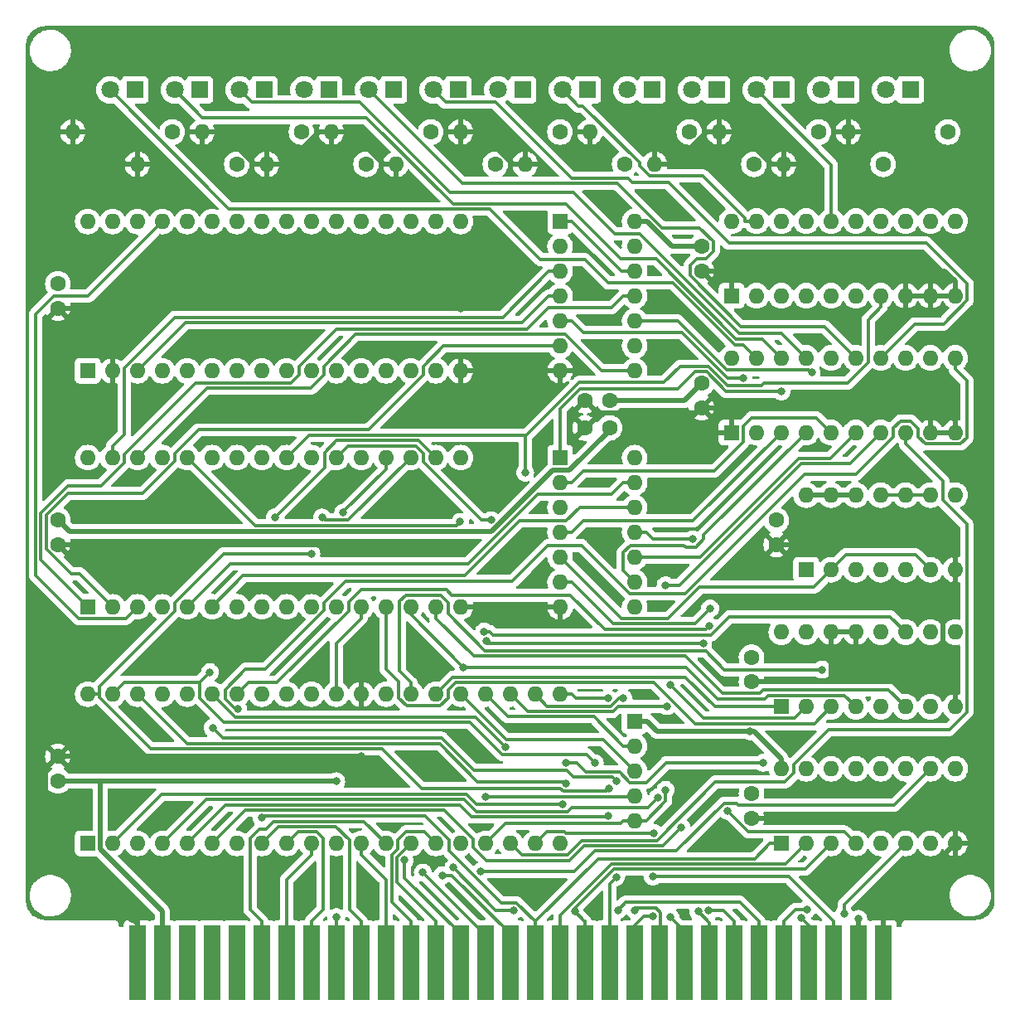
<source format=gtl>
G04 #@! TF.GenerationSoftware,KiCad,Pcbnew,(6.0.9)*
G04 #@! TF.CreationDate,2022-12-02T20:57:51-05:00*
G04 #@! TF.ProjectId,Part 4 - CPU and memory,50617274-2034-4202-9d20-43505520616e,1*
G04 #@! TF.SameCoordinates,Original*
G04 #@! TF.FileFunction,Copper,L1,Top*
G04 #@! TF.FilePolarity,Positive*
%FSLAX46Y46*%
G04 Gerber Fmt 4.6, Leading zero omitted, Abs format (unit mm)*
G04 Created by KiCad (PCBNEW (6.0.9)) date 2022-12-02 20:57:51*
%MOMM*%
%LPD*%
G01*
G04 APERTURE LIST*
G04 #@! TA.AperFunction,ComponentPad*
%ADD10C,1.600000*%
G04 #@! TD*
G04 #@! TA.AperFunction,ComponentPad*
%ADD11O,1.600000X1.600000*%
G04 #@! TD*
G04 #@! TA.AperFunction,ComponentPad*
%ADD12R,1.600000X1.600000*%
G04 #@! TD*
G04 #@! TA.AperFunction,ComponentPad*
%ADD13R,1.800000X1.800000*%
G04 #@! TD*
G04 #@! TA.AperFunction,ComponentPad*
%ADD14C,1.800000*%
G04 #@! TD*
G04 #@! TA.AperFunction,ConnectorPad*
%ADD15R,1.780000X7.620000*%
G04 #@! TD*
G04 #@! TA.AperFunction,ViaPad*
%ADD16C,0.800000*%
G04 #@! TD*
G04 #@! TA.AperFunction,Conductor*
%ADD17C,0.500000*%
G04 #@! TD*
G04 #@! TA.AperFunction,Conductor*
%ADD18C,0.333000*%
G04 #@! TD*
G04 APERTURE END LIST*
D10*
X151892000Y-51816000D03*
D11*
X141732000Y-51816000D03*
D12*
X90429000Y-124465000D03*
D11*
X92969000Y-124465000D03*
X95509000Y-124465000D03*
X98049000Y-124465000D03*
X100589000Y-124465000D03*
X103129000Y-124465000D03*
X105669000Y-124465000D03*
X108209000Y-124465000D03*
X110749000Y-124465000D03*
X113289000Y-124465000D03*
X115829000Y-124465000D03*
X118369000Y-124465000D03*
X120909000Y-124465000D03*
X123449000Y-124465000D03*
X125989000Y-124465000D03*
X128529000Y-124465000D03*
X131069000Y-124465000D03*
X133609000Y-124465000D03*
X136149000Y-124465000D03*
X138689000Y-124465000D03*
X138689000Y-109225000D03*
X136149000Y-109225000D03*
X133609000Y-109225000D03*
X131069000Y-109225000D03*
X128529000Y-109225000D03*
X125989000Y-109225000D03*
X123449000Y-109225000D03*
X120909000Y-109225000D03*
X118369000Y-109225000D03*
X115829000Y-109225000D03*
X113289000Y-109225000D03*
X110749000Y-109225000D03*
X108209000Y-109225000D03*
X105669000Y-109225000D03*
X103129000Y-109225000D03*
X100589000Y-109225000D03*
X98049000Y-109225000D03*
X95509000Y-109225000D03*
X92969000Y-109225000D03*
X90429000Y-109225000D03*
D10*
X87376000Y-67330000D03*
X87376000Y-69830000D03*
X105664000Y-55118000D03*
D11*
X95504000Y-55118000D03*
D10*
X153162000Y-77470000D03*
X153162000Y-79970000D03*
X87376000Y-118090000D03*
X87376000Y-115590000D03*
D13*
X115042000Y-47529000D03*
D14*
X112502000Y-47529000D03*
D10*
X125476000Y-51816000D03*
D11*
X115316000Y-51816000D03*
D10*
X143744000Y-82042000D03*
X141244000Y-82042000D03*
D12*
X156210000Y-82520000D03*
D11*
X158750000Y-82520000D03*
X161290000Y-82520000D03*
X163830000Y-82520000D03*
X166370000Y-82520000D03*
X168910000Y-82520000D03*
X171450000Y-82520000D03*
X173990000Y-82520000D03*
X176530000Y-82520000D03*
X179070000Y-82520000D03*
X179070000Y-74900000D03*
X176530000Y-74900000D03*
X173990000Y-74900000D03*
X171450000Y-74900000D03*
X168910000Y-74900000D03*
X166370000Y-74900000D03*
X163830000Y-74900000D03*
X161290000Y-74900000D03*
X158750000Y-74900000D03*
X156210000Y-74900000D03*
D13*
X167874000Y-47529000D03*
D14*
X165334000Y-47529000D03*
D12*
X163830000Y-96520000D03*
D11*
X166370000Y-96520000D03*
X168910000Y-96520000D03*
X171450000Y-96520000D03*
X173990000Y-96520000D03*
X176530000Y-96520000D03*
X179070000Y-96520000D03*
X179070000Y-88900000D03*
X176530000Y-88900000D03*
X173990000Y-88900000D03*
X171450000Y-88900000D03*
X168910000Y-88900000D03*
X166370000Y-88900000D03*
X163830000Y-88900000D03*
D10*
X160787000Y-91470000D03*
X160787000Y-93970000D03*
D12*
X138694000Y-85085000D03*
D11*
X138694000Y-87625000D03*
X138694000Y-90165000D03*
X138694000Y-92705000D03*
X138694000Y-95245000D03*
X138694000Y-97785000D03*
X138694000Y-100325000D03*
X146314000Y-100325000D03*
X146314000Y-97785000D03*
X146314000Y-95245000D03*
X146314000Y-92705000D03*
X146314000Y-90165000D03*
X146314000Y-87625000D03*
X146314000Y-85085000D03*
D12*
X90424000Y-76205000D03*
D11*
X92964000Y-76205000D03*
X95504000Y-76205000D03*
X98044000Y-76205000D03*
X100584000Y-76205000D03*
X103124000Y-76205000D03*
X105664000Y-76205000D03*
X108204000Y-76205000D03*
X110744000Y-76205000D03*
X113284000Y-76205000D03*
X115824000Y-76205000D03*
X118364000Y-76205000D03*
X120904000Y-76205000D03*
X123444000Y-76205000D03*
X125984000Y-76205000D03*
X128524000Y-76205000D03*
X128524000Y-60965000D03*
X125984000Y-60965000D03*
X123444000Y-60965000D03*
X120904000Y-60965000D03*
X118364000Y-60965000D03*
X115824000Y-60965000D03*
X113284000Y-60965000D03*
X110744000Y-60965000D03*
X108204000Y-60965000D03*
X105664000Y-60965000D03*
X103124000Y-60965000D03*
X100584000Y-60965000D03*
X98044000Y-60965000D03*
X95504000Y-60965000D03*
X92964000Y-60965000D03*
X90424000Y-60965000D03*
D10*
X87376000Y-91440000D03*
X87376000Y-93940000D03*
D12*
X161290000Y-110520000D03*
D11*
X163830000Y-110520000D03*
X166370000Y-110520000D03*
X168910000Y-110520000D03*
X171450000Y-110520000D03*
X173990000Y-110520000D03*
X176530000Y-110520000D03*
X179070000Y-110520000D03*
X179070000Y-102900000D03*
X176530000Y-102900000D03*
X173990000Y-102900000D03*
X171450000Y-102900000D03*
X168910000Y-102900000D03*
X166370000Y-102900000D03*
X163830000Y-102900000D03*
X161290000Y-102900000D03*
D13*
X95230000Y-47529000D03*
D14*
X92690000Y-47529000D03*
D12*
X138694000Y-60955000D03*
D11*
X138694000Y-63495000D03*
X138694000Y-66035000D03*
X138694000Y-68575000D03*
X138694000Y-71115000D03*
X138694000Y-73655000D03*
X138694000Y-76195000D03*
X146314000Y-76195000D03*
X146314000Y-73655000D03*
X146314000Y-71115000D03*
X146314000Y-68575000D03*
X146314000Y-66035000D03*
X146314000Y-63495000D03*
X146314000Y-60955000D03*
D10*
X158252000Y-119410000D03*
X158252000Y-121910000D03*
D13*
X108438000Y-47529000D03*
D14*
X105898000Y-47529000D03*
D10*
X118872000Y-55118000D03*
D11*
X108712000Y-55118000D03*
D10*
X158252000Y-105470000D03*
X158252000Y-107970000D03*
D13*
X121646000Y-47529000D03*
D14*
X119106000Y-47529000D03*
D15*
X171704000Y-136612000D03*
X169164000Y-136612000D03*
X166624000Y-136612000D03*
X164084000Y-136612000D03*
X161544000Y-136612000D03*
X159004000Y-136612000D03*
X156464000Y-136612000D03*
X153924000Y-136612000D03*
X151384000Y-136612000D03*
X148844000Y-136612000D03*
X146304000Y-136612000D03*
X143764000Y-136612000D03*
X141224000Y-136612000D03*
X138684000Y-136612000D03*
X136144000Y-136612000D03*
X133604000Y-136612000D03*
X131064000Y-136612000D03*
X128524000Y-136612000D03*
X125984000Y-136612000D03*
X123444000Y-136612000D03*
X120904000Y-136612000D03*
X118364000Y-136612000D03*
X115824000Y-136612000D03*
X113284000Y-136612000D03*
X110744000Y-136612000D03*
X108204000Y-136612000D03*
X105664000Y-136612000D03*
X103124000Y-136612000D03*
X100584000Y-136612000D03*
X98044000Y-136612000D03*
X95504000Y-136612000D03*
D10*
X178308000Y-51816000D03*
D11*
X168148000Y-51816000D03*
D13*
X134854000Y-47529000D03*
D14*
X132314000Y-47529000D03*
D10*
X99060000Y-51816000D03*
D11*
X88900000Y-51816000D03*
D12*
X161290000Y-124460000D03*
D11*
X163830000Y-124460000D03*
X166370000Y-124460000D03*
X168910000Y-124460000D03*
X171450000Y-124460000D03*
X173990000Y-124460000D03*
X176530000Y-124460000D03*
X179070000Y-124460000D03*
X179070000Y-116840000D03*
X176530000Y-116840000D03*
X173990000Y-116840000D03*
X171450000Y-116840000D03*
X168910000Y-116840000D03*
X166370000Y-116840000D03*
X163830000Y-116840000D03*
X161290000Y-116840000D03*
D13*
X161270000Y-47529000D03*
D14*
X158730000Y-47529000D03*
D13*
X101834000Y-47529000D03*
D14*
X99294000Y-47529000D03*
D13*
X141458000Y-47529000D03*
D14*
X138918000Y-47529000D03*
D13*
X154666000Y-47529000D03*
D14*
X152126000Y-47529000D03*
D10*
X143744000Y-79248000D03*
X141244000Y-79248000D03*
D12*
X156215000Y-68550000D03*
D11*
X158755000Y-68550000D03*
X161295000Y-68550000D03*
X163835000Y-68550000D03*
X166375000Y-68550000D03*
X168915000Y-68550000D03*
X171455000Y-68550000D03*
X173995000Y-68550000D03*
X176535000Y-68550000D03*
X179075000Y-68550000D03*
X179075000Y-60930000D03*
X176535000Y-60930000D03*
X173995000Y-60930000D03*
X171455000Y-60930000D03*
X168915000Y-60930000D03*
X166375000Y-60930000D03*
X163835000Y-60930000D03*
X161295000Y-60930000D03*
X158755000Y-60930000D03*
X156215000Y-60930000D03*
D13*
X174478000Y-47529000D03*
D14*
X171938000Y-47529000D03*
D13*
X148062000Y-47529000D03*
D14*
X145522000Y-47529000D03*
D10*
X165100000Y-51816000D03*
D11*
X154940000Y-51816000D03*
D10*
X138684000Y-51816000D03*
D11*
X128524000Y-51816000D03*
D10*
X171704000Y-55118000D03*
D11*
X161544000Y-55118000D03*
D13*
X128250000Y-47529000D03*
D14*
X125710000Y-47529000D03*
D12*
X90424000Y-100310000D03*
D11*
X92964000Y-100310000D03*
X95504000Y-100310000D03*
X98044000Y-100310000D03*
X100584000Y-100310000D03*
X103124000Y-100310000D03*
X105664000Y-100310000D03*
X108204000Y-100310000D03*
X110744000Y-100310000D03*
X113284000Y-100310000D03*
X115824000Y-100310000D03*
X118364000Y-100310000D03*
X120904000Y-100310000D03*
X123444000Y-100310000D03*
X125984000Y-100310000D03*
X128524000Y-100310000D03*
X128524000Y-85070000D03*
X125984000Y-85070000D03*
X123444000Y-85070000D03*
X120904000Y-85070000D03*
X118364000Y-85070000D03*
X115824000Y-85070000D03*
X113284000Y-85070000D03*
X110744000Y-85070000D03*
X108204000Y-85070000D03*
X105664000Y-85070000D03*
X103124000Y-85070000D03*
X100584000Y-85070000D03*
X98044000Y-85070000D03*
X95504000Y-85070000D03*
X92964000Y-85070000D03*
X90424000Y-85070000D03*
D10*
X158496000Y-55118000D03*
D11*
X148336000Y-55118000D03*
D10*
X112268000Y-51816000D03*
D11*
X102108000Y-51816000D03*
D10*
X153162000Y-63500000D03*
X153162000Y-66000000D03*
X132080000Y-55118000D03*
D11*
X121920000Y-55118000D03*
D10*
X145288000Y-55118000D03*
D11*
X135128000Y-55118000D03*
D12*
X146304000Y-111974000D03*
D11*
X146304000Y-114514000D03*
X146304000Y-117054000D03*
X146304000Y-119594000D03*
X146304000Y-122134000D03*
D16*
X169164000Y-132170200D03*
X158112700Y-113022100D03*
X115824000Y-118110000D03*
X118344000Y-115590000D03*
X128524000Y-93980000D03*
X128524000Y-69850000D03*
X94963900Y-132147600D03*
X143625500Y-121642600D03*
X148164900Y-127854900D03*
X148686900Y-119774000D03*
X163321800Y-132058900D03*
X131127500Y-103828300D03*
X163898100Y-131201900D03*
X128494600Y-91639300D03*
X153304700Y-104049300D03*
X144582600Y-131280000D03*
X138942000Y-120459000D03*
X153862800Y-131351800D03*
X144433100Y-118107600D03*
X103182000Y-112649700D03*
X113284000Y-94879300D03*
X143715300Y-118867800D03*
X152796000Y-131425700D03*
X102904600Y-106982900D03*
X149965600Y-132027100D03*
X142235700Y-116276200D03*
X139312800Y-118392100D03*
X146320500Y-131274700D03*
X148188232Y-131864943D03*
X144422100Y-127914700D03*
X133106700Y-114620600D03*
X140179000Y-131420900D03*
X153957800Y-102264400D03*
X108209000Y-121859500D03*
X126652000Y-127723200D03*
X124663300Y-127448900D03*
X122807644Y-126189644D03*
X128831300Y-106508600D03*
X130920700Y-102827900D03*
X109538800Y-91187700D03*
X115824000Y-131979700D03*
X114363900Y-91187700D03*
X116521000Y-90698700D03*
X165475300Y-106720000D03*
X167715200Y-131663100D03*
X151071000Y-122823000D03*
X131073800Y-119692200D03*
X148268100Y-123407100D03*
X131653500Y-91458300D03*
X145137000Y-109629600D03*
X143575300Y-109662600D03*
X149607600Y-110456400D03*
X133919700Y-131298200D03*
X127772300Y-126950000D03*
X149468000Y-98106700D03*
X149467600Y-119003500D03*
X130596500Y-127313000D03*
X139303800Y-116239700D03*
X159421800Y-116239900D03*
X105765900Y-110715300D03*
X161322400Y-78325100D03*
X152236900Y-93418600D03*
X155786500Y-121139500D03*
X135128000Y-86614000D03*
X154023700Y-100471500D03*
X149972300Y-108292300D03*
X157392200Y-76934400D03*
X164397800Y-76351900D03*
D17*
X88554900Y-92618900D02*
X131700200Y-92618900D01*
X158488100Y-113022100D02*
X161290000Y-115824000D01*
X146304000Y-111974000D02*
X147554300Y-111974000D01*
X87376000Y-91440000D02*
X88554900Y-92618900D01*
X91699000Y-118090000D02*
X115804000Y-118090000D01*
X115804000Y-118090000D02*
X115824000Y-118110000D01*
X163830000Y-88900000D02*
X166370000Y-88900000D01*
X131700200Y-92618900D02*
X137944500Y-86374600D01*
X151384000Y-79248000D02*
X143744000Y-79248000D01*
X153162000Y-63500000D02*
X150109300Y-63500000D01*
X161290000Y-115824000D02*
X161290000Y-116840000D01*
X91699000Y-125036100D02*
X98044000Y-131381100D01*
X143744000Y-82290000D02*
X143744000Y-82042000D01*
X139659400Y-86374600D02*
X143744000Y-82290000D01*
X146314000Y-60955000D02*
X147564300Y-60955000D01*
X169164000Y-132351700D02*
X169164000Y-132170200D01*
X137944500Y-86374600D02*
X139659400Y-86374600D01*
X150109300Y-63500000D02*
X147564300Y-60955000D01*
X169164000Y-136612000D02*
X169164000Y-132351700D01*
X98044000Y-131381100D02*
X98044000Y-136612000D01*
X166370000Y-88900000D02*
X168910000Y-88900000D01*
X158112700Y-113022100D02*
X158488100Y-113022100D01*
X158112700Y-113022100D02*
X148602400Y-113022100D01*
X153162000Y-77470000D02*
X151384000Y-79248000D01*
X87376000Y-118090000D02*
X91699000Y-118090000D01*
X91699000Y-118090000D02*
X91699000Y-125036100D01*
X148602400Y-113022100D02*
X147554300Y-111974000D01*
X166764700Y-107970000D02*
X177780400Y-107970000D01*
X156215000Y-66035000D02*
X156250000Y-66000000D01*
X95504000Y-136612000D02*
X95504000Y-132687700D01*
X171704000Y-131826000D02*
X179070000Y-124460000D01*
X158252000Y-107970000D02*
X166350000Y-107970000D01*
X115316000Y-51816000D02*
X114065700Y-51816000D01*
X117367700Y-51816000D02*
X115316000Y-51816000D01*
X179070000Y-123190000D02*
X179070000Y-124460000D01*
X107461700Y-55118000D02*
X104159700Y-51816000D01*
X171704000Y-136612000D02*
X171704000Y-131826000D01*
X156991700Y-51816000D02*
X160293700Y-55118000D01*
X179070000Y-96520000D02*
X179070000Y-97770300D01*
X137433700Y-76205000D02*
X137443700Y-76195000D01*
X138694000Y-100325000D02*
X137443700Y-100325000D01*
X104159700Y-51816000D02*
X102108000Y-51816000D01*
X86097600Y-123281300D02*
X94963900Y-132147600D01*
X161544000Y-55118000D02*
X160293700Y-55118000D01*
X120669700Y-55118000D02*
X117367700Y-51816000D01*
X154940000Y-51816000D02*
X153689700Y-51816000D01*
X95504000Y-132687700D02*
X94963900Y-132147600D01*
X158252000Y-121910000D02*
X177790000Y-121910000D01*
X129774300Y-76205000D02*
X137433700Y-76205000D01*
X156210000Y-80010000D02*
X156170000Y-79970000D01*
X156170000Y-79970000D02*
X156390400Y-79970000D01*
X95504000Y-55118000D02*
X94253700Y-55118000D01*
X152633600Y-80498400D02*
X142494400Y-80498400D01*
X179070000Y-95250000D02*
X179070000Y-96520000D01*
X87376000Y-93940000D02*
X128484000Y-93940000D01*
X92964000Y-69830000D02*
X92964000Y-76205000D01*
X166370000Y-107950000D02*
X166350000Y-107970000D01*
X148336000Y-55118000D02*
X150387700Y-55118000D01*
X179070000Y-109220000D02*
X179070000Y-110520000D01*
X128504000Y-69830000D02*
X128524000Y-69850000D01*
X177780400Y-107970000D02*
X177820000Y-107970000D01*
X150387700Y-55118000D02*
X153689700Y-51816000D01*
X179075000Y-67061000D02*
X179075000Y-68550000D01*
X179070000Y-81280000D02*
X179070000Y-82520000D01*
X177760000Y-79970000D02*
X179070000Y-81280000D01*
X176530000Y-82520000D02*
X179070000Y-82520000D01*
X178014000Y-66000000D02*
X179075000Y-67061000D01*
X166350000Y-107970000D02*
X166764700Y-107970000D01*
X176535000Y-68550000D02*
X179075000Y-68550000D01*
X128524000Y-76205000D02*
X129774300Y-76205000D01*
X137428700Y-100310000D02*
X129774300Y-100310000D01*
X155508500Y-66000000D02*
X156250000Y-66000000D01*
X87376000Y-115590000D02*
X86097600Y-116868400D01*
X153162000Y-66000000D02*
X155508500Y-66000000D01*
X156250000Y-66000000D02*
X178014000Y-66000000D01*
X173995000Y-68550000D02*
X176535000Y-68550000D01*
X153162000Y-79970000D02*
X156170000Y-79970000D01*
X88900000Y-51816000D02*
X90951700Y-51816000D01*
X90951700Y-51816000D02*
X94253700Y-55118000D01*
X108712000Y-55118000D02*
X107461700Y-55118000D01*
X128484000Y-93940000D02*
X128524000Y-93980000D01*
X177790000Y-121910000D02*
X179070000Y-123190000D01*
X166370000Y-102900000D02*
X166370000Y-107950000D01*
X137443700Y-100325000D02*
X137428700Y-100310000D01*
X110763700Y-55118000D02*
X114065700Y-51816000D01*
X156390400Y-79970000D02*
X177760000Y-79970000D01*
X177780400Y-99059900D02*
X177780400Y-107970000D01*
X130575700Y-51816000D02*
X128524000Y-51816000D01*
X87376000Y-69830000D02*
X92964000Y-69830000D01*
X177790000Y-93970000D02*
X179070000Y-95250000D01*
X156215000Y-68550000D02*
X156215000Y-66035000D01*
X128524000Y-100310000D02*
X129774300Y-100310000D01*
X154940000Y-51816000D02*
X156991700Y-51816000D01*
X121920000Y-55118000D02*
X120669700Y-55118000D01*
X92964000Y-69830000D02*
X128504000Y-69830000D01*
X86097600Y-116868400D02*
X86097600Y-123281300D01*
X156210000Y-82520000D02*
X156210000Y-80010000D01*
X135128000Y-55118000D02*
X133877700Y-55118000D01*
X179070000Y-97770300D02*
X177780400Y-99059900D01*
X138694000Y-76195000D02*
X137443700Y-76195000D01*
X133877700Y-55118000D02*
X130575700Y-51816000D01*
X142494400Y-80498400D02*
X141244000Y-79248000D01*
X87376000Y-115590000D02*
X118344000Y-115590000D01*
X160787000Y-93970000D02*
X177790000Y-93970000D01*
X108712000Y-55118000D02*
X110763700Y-55118000D01*
X166370000Y-102900000D02*
X168910000Y-102900000D01*
X153162000Y-79970000D02*
X152633600Y-80498400D01*
X177820000Y-107970000D02*
X179070000Y-109220000D01*
D18*
X131532700Y-59696700D02*
X136693300Y-64857300D01*
X141216200Y-64857300D02*
X143569500Y-67210600D01*
X104857700Y-59696700D02*
X131532700Y-59696700D01*
X158750000Y-74900000D02*
X157431350Y-73581350D01*
X150171900Y-67210600D02*
X156542650Y-73581350D01*
X136693300Y-64857300D02*
X141216200Y-64857300D01*
X92690000Y-47529000D02*
X104857700Y-59696700D01*
X143569500Y-67210600D02*
X150171900Y-67210600D01*
X157431350Y-73581350D02*
X156542650Y-73581350D01*
X146812000Y-55248400D02*
X146812000Y-54968900D01*
X140562200Y-49173200D02*
X138918000Y-47529000D01*
X147853500Y-56289900D02*
X146812000Y-55248400D01*
X146812000Y-54968900D02*
X141016300Y-49173200D01*
X157588200Y-60930000D02*
X157588200Y-60638300D01*
X153239800Y-56289900D02*
X147853500Y-56289900D01*
X141016300Y-49173200D02*
X140562200Y-49173200D01*
X157588200Y-60638300D02*
X153239800Y-56289900D01*
X158755000Y-60930000D02*
X157588200Y-60930000D01*
X161290000Y-74900000D02*
X159339750Y-72949750D01*
X99294000Y-47529000D02*
X102100200Y-50335200D01*
X159339750Y-72949750D02*
X156666250Y-72949750D01*
X102100200Y-50335200D02*
X118915000Y-50335200D01*
X144912600Y-64765000D02*
X148481500Y-64765000D01*
X118915000Y-50335200D02*
X127743100Y-59163300D01*
X148481500Y-64765000D02*
X156666250Y-72949750D01*
X139310900Y-59163300D02*
X144912600Y-64765000D01*
X127743100Y-59163300D02*
X139310900Y-59163300D01*
X161320000Y-72390000D02*
X156972000Y-72390000D01*
X163830000Y-74900000D02*
X161320000Y-72390000D01*
X127418900Y-57984400D02*
X118230400Y-48795900D01*
X118230400Y-48795900D02*
X107164900Y-48795900D01*
X144263500Y-62225000D02*
X140022900Y-57984400D01*
X107164900Y-48795900D02*
X105898000Y-47529000D01*
X146807000Y-62225000D02*
X144263500Y-62225000D01*
X140022900Y-57984400D02*
X127418900Y-57984400D01*
X156972000Y-72390000D02*
X146807000Y-62225000D01*
X166375000Y-60930000D02*
X166375000Y-55174000D01*
X166375000Y-55174000D02*
X158730000Y-47529000D01*
X165737500Y-71727500D02*
X157188300Y-71727500D01*
X151955000Y-66494200D02*
X157188300Y-71727500D01*
X154328900Y-63012600D02*
X154328900Y-64028900D01*
X151955000Y-65473000D02*
X151955000Y-66494200D01*
X144571700Y-57089900D02*
X149075500Y-61593700D01*
X149075500Y-61593700D02*
X152910000Y-61593700D01*
X152678000Y-64750000D02*
X151955000Y-65473000D01*
X119106000Y-47529000D02*
X128666900Y-57089900D01*
X152910000Y-61593700D02*
X154328900Y-63012600D01*
X128666900Y-57089900D02*
X144571700Y-57089900D01*
X153607800Y-64750000D02*
X152678000Y-64750000D01*
X154328900Y-64028900D02*
X153607800Y-64750000D01*
X168910000Y-74900000D02*
X165737500Y-71727500D01*
X180280100Y-67333600D02*
X180280100Y-69009000D01*
X176119800Y-63173300D02*
X180280100Y-67333600D01*
X145627700Y-56556500D02*
X146060800Y-56989600D01*
X132108000Y-48795900D02*
X139868600Y-56556500D01*
X174918450Y-71431550D02*
X177857550Y-71431550D01*
X125710000Y-47529000D02*
X126976900Y-48795900D01*
X180280100Y-69009000D02*
X177857550Y-71431550D01*
X146060800Y-56989600D02*
X149755100Y-56989600D01*
X126976900Y-48795900D02*
X132108000Y-48795900D01*
X139868600Y-56556500D02*
X145627700Y-56556500D01*
X171450000Y-74900000D02*
X174918450Y-71431550D01*
X155938800Y-63173300D02*
X176119800Y-63173300D01*
X149755100Y-56989600D02*
X155938800Y-63173300D01*
X146314000Y-66035000D02*
X144940800Y-66035000D01*
X137527200Y-68575000D02*
X134829400Y-71272800D01*
X166624000Y-136612000D02*
X166624000Y-132435200D01*
X162043700Y-127854900D02*
X148164900Y-127854900D01*
X144940800Y-66035000D02*
X139860800Y-60955000D01*
X100589000Y-124465000D02*
X104525400Y-120528600D01*
X129667600Y-121759200D02*
X143508900Y-121759200D01*
X100436200Y-71272800D02*
X134829400Y-71272800D01*
X95504000Y-76205000D02*
X100436200Y-71272800D01*
X138694000Y-60955000D02*
X139860800Y-60955000D01*
X143508900Y-121759200D02*
X143625500Y-121642600D01*
X128437000Y-120528600D02*
X129667600Y-121759200D01*
X166624000Y-132435200D02*
X162043700Y-127854900D01*
X138694000Y-68575000D02*
X137527200Y-68575000D01*
X128437000Y-120528600D02*
X104525400Y-120528600D01*
X89487900Y-101496200D02*
X85076000Y-97084300D01*
X94317800Y-101496200D02*
X89487900Y-101496200D01*
X139471400Y-121225900D02*
X139920900Y-120776400D01*
X147684500Y-120776400D02*
X148686900Y-119774000D01*
X90429000Y-68580000D02*
X86967800Y-68580000D01*
X98044000Y-60965000D02*
X90429000Y-68580000D01*
X95504000Y-100310000D02*
X94317800Y-101496200D01*
X98049000Y-124465000D02*
X102518700Y-119995300D01*
X128878700Y-119995300D02*
X130109300Y-121225900D01*
X164084000Y-136612000D02*
X164084000Y-132821100D01*
X85076000Y-97084300D02*
X85076000Y-70471800D01*
X85076000Y-70471800D02*
X86967800Y-68580000D01*
X130109300Y-121225900D02*
X139471400Y-121225900D01*
X164084000Y-132821100D02*
X163321800Y-132058900D01*
X102518700Y-119995300D02*
X128878700Y-119995300D01*
X139920900Y-120776400D02*
X147684500Y-120776400D01*
X100584000Y-85070000D02*
X107512800Y-91998800D01*
X163898100Y-131201900D02*
X162777300Y-131201900D01*
X153304700Y-104049300D02*
X131348500Y-104049300D01*
X131348500Y-104049300D02*
X131127500Y-103828300D01*
X162777300Y-131201900D02*
X161544000Y-132435200D01*
X161544000Y-136612000D02*
X161544000Y-132435200D01*
X128135100Y-91998800D02*
X128494600Y-91639300D01*
X107512800Y-91998800D02*
X128135100Y-91998800D01*
X144582600Y-131280000D02*
X145396600Y-130466000D01*
X92969000Y-124465000D02*
X97972100Y-119461900D01*
X157034800Y-130466000D02*
X159004000Y-132435200D01*
X130159700Y-120459000D02*
X138942000Y-120459000D01*
X159004000Y-136612000D02*
X159004000Y-132435200D01*
X129162600Y-119461900D02*
X130159700Y-120459000D01*
X145396600Y-130466000D02*
X157034800Y-130466000D01*
X97972100Y-119461900D02*
X129162600Y-119461900D01*
X156464000Y-136612000D02*
X156464000Y-132435200D01*
X129874700Y-117006600D02*
X126606000Y-113737900D01*
X139367400Y-117006600D02*
X129874700Y-117006600D01*
X144433100Y-118107600D02*
X144047300Y-117721800D01*
X140082600Y-117721800D02*
X139367400Y-117006600D01*
X104270200Y-113737900D02*
X103182000Y-112649700D01*
X153862800Y-131351800D02*
X155380600Y-131351800D01*
X126606000Y-113737900D02*
X104270200Y-113737900D01*
X144047300Y-117721800D02*
X140082600Y-117721800D01*
X155380600Y-131351800D02*
X156464000Y-132435200D01*
X91595800Y-109225000D02*
X91595800Y-109516700D01*
X120493300Y-114804600D02*
X124556500Y-118867800D01*
X99314000Y-100724000D02*
X99314000Y-99881200D01*
X138995200Y-119158900D02*
X143424200Y-119158900D01*
X153924000Y-132553700D02*
X152796000Y-131425700D01*
X91595800Y-108442200D02*
X99314000Y-100724000D01*
X104315900Y-94879300D02*
X113284000Y-94879300D01*
X99314000Y-99881200D02*
X104315900Y-94879300D01*
X153924000Y-136612000D02*
X153924000Y-132553700D01*
X96883700Y-114804600D02*
X120493300Y-114804600D01*
X91595800Y-109516700D02*
X96883700Y-114804600D01*
X90429000Y-109225000D02*
X91595800Y-109225000D01*
X143424200Y-119158900D02*
X143715300Y-118867800D01*
X138704100Y-118867800D02*
X138995200Y-119158900D01*
X91595800Y-109225000D02*
X91595800Y-108442200D01*
X124556500Y-118867800D02*
X138704100Y-118867800D01*
X141364300Y-115404800D02*
X142235700Y-116276200D01*
X151384000Y-133445500D02*
X149965600Y-132027100D01*
X132804100Y-115404800D02*
X141364300Y-115404800D01*
X151384000Y-136612000D02*
X151384000Y-133445500D01*
X102904600Y-106982900D02*
X101859000Y-108028500D01*
X101859000Y-109648400D02*
X104316100Y-112105500D01*
X101859000Y-108028500D02*
X101859000Y-109648400D01*
X92969000Y-109225000D02*
X94165500Y-108028500D01*
X94165500Y-108028500D02*
X101859000Y-108028500D01*
X104316100Y-112105500D02*
X129504800Y-112105500D01*
X129504800Y-112105500D02*
X132804100Y-115404800D01*
X126384900Y-114271300D02*
X130272100Y-118158500D01*
X130272100Y-118158500D02*
X139079200Y-118158500D01*
X148954232Y-131547655D02*
X148505520Y-131098943D01*
X148844000Y-136612000D02*
X148954232Y-136501768D01*
X148954232Y-136501768D02*
X148954232Y-131547655D01*
X146496257Y-131098943D02*
X146320500Y-131274700D01*
X139079200Y-118158500D02*
X139312800Y-118392100D01*
X100555300Y-114271300D02*
X126384900Y-114271300D01*
X95509000Y-109225000D02*
X100555300Y-114271300D01*
X148505520Y-131098943D02*
X146496257Y-131098943D01*
X145147200Y-87625000D02*
X143980400Y-88791800D01*
X146314000Y-87625000D02*
X145147200Y-87625000D01*
X100584000Y-100310000D02*
X105004200Y-95889800D01*
X147281057Y-131864943D02*
X148188232Y-131864943D01*
X105004200Y-95889800D02*
X129328400Y-95889800D01*
X146304000Y-132842000D02*
X147281057Y-131864943D01*
X143980400Y-88791800D02*
X136426400Y-88791800D01*
X146304000Y-136612000D02*
X146304000Y-132842000D01*
X136426400Y-88791800D02*
X129328400Y-95889800D01*
X143764000Y-132435200D02*
X143764000Y-128572800D01*
X134510600Y-91538100D02*
X128924400Y-97124300D01*
X143764000Y-128572800D02*
X144422100Y-127914700D01*
X103124000Y-100310000D02*
X106309700Y-97124300D01*
X106309700Y-97124300D02*
X128924400Y-97124300D01*
X139327600Y-91538100D02*
X134510600Y-91538100D01*
X143764000Y-136612000D02*
X143764000Y-132435200D01*
X146314000Y-90165000D02*
X140700700Y-90165000D01*
X140700700Y-90165000D02*
X139327600Y-91538100D01*
X163742000Y-127088000D02*
X144164400Y-127088000D01*
X130058200Y-111572100D02*
X133106700Y-114620600D01*
X141224000Y-136612000D02*
X141224000Y-132435200D01*
X141224000Y-132435200D02*
X141193300Y-132435200D01*
X103129000Y-109225000D02*
X105476100Y-111572100D01*
X144164400Y-127088000D02*
X140179000Y-131073400D01*
X141193300Y-132435200D02*
X140179000Y-131420900D01*
X166370000Y-124460000D02*
X163742000Y-127088000D01*
X140179000Y-131073400D02*
X140179000Y-131420900D01*
X105476100Y-111572100D02*
X130058200Y-111572100D01*
X153957800Y-102264400D02*
X153573300Y-102648900D01*
X105669000Y-109225000D02*
X106835800Y-108058200D01*
X153573300Y-102648900D02*
X143278400Y-102648900D01*
X117094000Y-100720200D02*
X109756000Y-108058200D01*
X117094000Y-99833000D02*
X117094000Y-100720200D01*
X143943400Y-126554700D02*
X161735300Y-126554700D01*
X127638600Y-99120300D02*
X127105300Y-98587000D01*
X139749800Y-99120300D02*
X127638600Y-99120300D01*
X163830000Y-124460000D02*
X161735300Y-126554700D01*
X143943400Y-126554700D02*
X138684000Y-131814100D01*
X138684000Y-131814100D02*
X138684000Y-136612000D01*
X143278400Y-102648900D02*
X139749800Y-99120300D01*
X106835800Y-108058200D02*
X109756000Y-108058200D01*
X127105300Y-98587000D02*
X118340000Y-98587000D01*
X118340000Y-98587000D02*
X117094000Y-99833000D01*
X132643500Y-130531400D02*
X127325700Y-125213600D01*
X136144000Y-132435200D02*
X134240200Y-130531400D01*
X136144000Y-132435200D02*
X142557800Y-126021400D01*
X158561800Y-126021400D02*
X160123200Y-124460000D01*
X127325700Y-124092300D02*
X124869300Y-121635900D01*
X136144000Y-136612000D02*
X136144000Y-132435200D01*
X142557800Y-126021400D02*
X158561800Y-126021400D01*
X134240200Y-130531400D02*
X132643500Y-130531400D01*
X124869300Y-121635900D02*
X108432600Y-121635900D01*
X108432600Y-121635900D02*
X108209000Y-121859500D01*
X161290000Y-124460000D02*
X160123200Y-124460000D01*
X127325700Y-125213600D02*
X127325700Y-124092300D01*
X133604000Y-136612000D02*
X133604000Y-133692000D01*
X133604000Y-133692000D02*
X127635200Y-127723200D01*
X127635200Y-127723200D02*
X126652000Y-127723200D01*
X131064000Y-136612000D02*
X131064000Y-133849600D01*
X131064000Y-133849600D02*
X124663300Y-127448900D01*
X115829000Y-104011800D02*
X115829000Y-109225000D01*
X118364000Y-101476800D02*
X115829000Y-104011800D01*
X118364000Y-100310000D02*
X118364000Y-101476800D01*
X128524000Y-133692000D02*
X122807644Y-127975644D01*
X122807644Y-127975644D02*
X122807644Y-126189644D01*
X128524000Y-136612000D02*
X128524000Y-133692000D01*
X125984000Y-136612000D02*
X125984000Y-132435200D01*
X128061700Y-108023000D02*
X148259000Y-108023000D01*
X126461500Y-110438300D02*
X127259000Y-109640800D01*
X166370000Y-110520000D02*
X164652300Y-112237700D01*
X123449000Y-124465000D02*
X122013100Y-125900900D01*
X122179000Y-109621600D02*
X122995700Y-110438300D01*
X120904000Y-100310000D02*
X120904000Y-106651800D01*
X152473700Y-112237700D02*
X148259000Y-108023000D01*
X164652300Y-112237700D02*
X152473700Y-112237700D01*
X122179000Y-107926800D02*
X122179000Y-109621600D01*
X127259000Y-109640800D02*
X127259000Y-108825700D01*
X120904000Y-106651800D02*
X122179000Y-107926800D01*
X122013100Y-128464300D02*
X125984000Y-132435200D01*
X122013100Y-125900900D02*
X122013100Y-128464300D01*
X127259000Y-108825700D02*
X128061700Y-108023000D01*
X122995700Y-110438300D02*
X126461500Y-110438300D01*
X122924300Y-123290700D02*
X122090100Y-124124900D01*
X122090100Y-125013000D02*
X121479800Y-125623300D01*
X122090100Y-124124900D02*
X122090100Y-125013000D01*
X121479800Y-125623300D02*
X121479800Y-130471000D01*
X123444000Y-101121300D02*
X123444000Y-100310000D01*
X123444000Y-136612000D02*
X123444000Y-132435200D01*
X122924300Y-123290700D02*
X124814700Y-123290700D01*
X159906600Y-109353200D02*
X159573300Y-109686500D01*
X121479800Y-130471000D02*
X123444000Y-132435200D01*
X168910000Y-110520000D02*
X167743200Y-109353200D01*
X125989000Y-124465000D02*
X124814700Y-123290700D01*
X159573300Y-109686500D02*
X154764300Y-109686500D01*
X151586400Y-106508600D02*
X128831300Y-106508600D01*
X128831300Y-106508600D02*
X123444000Y-101121300D01*
X167743200Y-109353200D02*
X159906600Y-109353200D01*
X154764300Y-109686500D02*
X151586400Y-106508600D01*
X129856800Y-105349600D02*
X151448200Y-105349600D01*
X125984000Y-100310000D02*
X125984000Y-101476800D01*
X155251800Y-109153200D02*
X159085500Y-109153200D01*
X118369000Y-124465000D02*
X118369000Y-125631800D01*
X125984000Y-101476800D02*
X129856800Y-105349600D01*
X120904000Y-128166800D02*
X118369000Y-125631800D01*
X173990000Y-110520000D02*
X172251300Y-108781300D01*
X151448200Y-105349600D02*
X155251800Y-109153200D01*
X159085500Y-109153200D02*
X159457400Y-108781300D01*
X120904000Y-136612000D02*
X120904000Y-128166800D01*
X172251300Y-108781300D02*
X159457400Y-108781300D01*
X109918500Y-122755500D02*
X115789400Y-122755500D01*
X155960700Y-101346000D02*
X154124400Y-103182300D01*
X108209000Y-124465000D02*
X109918500Y-122755500D01*
X117187000Y-131258200D02*
X118364000Y-132435200D01*
X131476400Y-102827900D02*
X130920700Y-102827900D01*
X118364000Y-136612000D02*
X118364000Y-132435200D01*
X131830800Y-103182300D02*
X131476400Y-102827900D01*
X115789400Y-122755500D02*
X117187000Y-124153100D01*
X154124400Y-103182300D02*
X131830800Y-103182300D01*
X117187000Y-124153100D02*
X117187000Y-131258200D01*
X173990000Y-102900000D02*
X172436000Y-101346000D01*
X172436000Y-101346000D02*
X155960700Y-101346000D01*
X115824000Y-136612000D02*
X115824000Y-131979700D01*
X125984000Y-85070000D02*
X124258400Y-83344400D01*
X114657100Y-84545300D02*
X114657100Y-86069400D01*
X115858000Y-83344400D02*
X114657100Y-84545300D01*
X124258400Y-83344400D02*
X115858000Y-83344400D01*
X114657100Y-86069400D02*
X109538800Y-91187700D01*
X114461500Y-131257700D02*
X113284000Y-132435200D01*
X110749000Y-124465000D02*
X111925100Y-123288900D01*
X111925100Y-123288900D02*
X113783500Y-123288900D01*
X123444000Y-85070000D02*
X117048500Y-91465500D01*
X117048500Y-91465500D02*
X116838700Y-91465500D01*
X114461500Y-123966900D02*
X114461500Y-131257700D01*
X114641700Y-91465500D02*
X116838700Y-91465500D01*
X114363900Y-91187700D02*
X114641700Y-91465500D01*
X113284000Y-136612000D02*
X113284000Y-132435200D01*
X113783500Y-123288900D02*
X114461500Y-123966900D01*
X116521000Y-90619800D02*
X116521000Y-90698700D01*
X113289000Y-125631800D02*
X110744000Y-128176800D01*
X113289000Y-124465000D02*
X113289000Y-125631800D01*
X120904000Y-85070000D02*
X120904000Y-86236800D01*
X110744000Y-128176800D02*
X110744000Y-136612000D01*
X120904000Y-86236800D02*
X116521000Y-90619800D01*
X109396000Y-122220300D02*
X108633800Y-122982500D01*
X107005200Y-131236400D02*
X108204000Y-132435200D01*
X107998200Y-122982500D02*
X107005200Y-123975500D01*
X107005200Y-123975500D02*
X107005200Y-131236400D01*
X120909000Y-124465000D02*
X118664300Y-122220300D01*
X109396000Y-122220300D02*
X118664300Y-122220300D01*
X108204000Y-136612000D02*
X108204000Y-132435200D01*
X108633800Y-122982500D02*
X107998200Y-122982500D01*
X127254000Y-99861000D02*
X126513300Y-99120300D01*
X167715200Y-130734800D02*
X167715200Y-131663100D01*
X122910000Y-99120300D02*
X122266000Y-99764300D01*
X126513300Y-99120300D02*
X122910000Y-99120300D01*
X131031000Y-104816200D02*
X127254000Y-101039200D01*
X122266000Y-99764300D02*
X122266000Y-106875200D01*
X127254000Y-101039200D02*
X127254000Y-99861000D01*
X155492200Y-106720000D02*
X153588400Y-104816200D01*
X123449000Y-109225000D02*
X123449000Y-108058200D01*
X153588400Y-104816200D02*
X131031000Y-104816200D01*
X165475300Y-106720000D02*
X155492200Y-106720000D01*
X122266000Y-106875200D02*
X123449000Y-108058200D01*
X173990000Y-124460000D02*
X167715200Y-130734800D01*
X151517400Y-107489600D02*
X127724400Y-107489600D01*
X127724400Y-107489600D02*
X125989000Y-109225000D01*
X154547800Y-110520000D02*
X151517400Y-107489600D01*
X161290000Y-110520000D02*
X154547800Y-110520000D01*
X129799000Y-124873800D02*
X131141000Y-126215800D01*
X141161600Y-124707200D02*
X149186800Y-124707200D01*
X139653000Y-126215800D02*
X141161600Y-124707200D01*
X126805800Y-121061900D02*
X129799000Y-124055100D01*
X106532100Y-121061900D02*
X126805800Y-121061900D01*
X103129000Y-124465000D02*
X106532100Y-121061900D01*
X149186800Y-124707200D02*
X151071000Y-122823000D01*
X131141000Y-126215800D02*
X139653000Y-126215800D01*
X129799000Y-124055100D02*
X129799000Y-124873800D01*
X131073800Y-119692200D02*
X146205800Y-119692200D01*
X146205800Y-119692200D02*
X146304000Y-119594000D01*
X123938000Y-83877800D02*
X124714000Y-84653800D01*
X138694000Y-92705000D02*
X139860800Y-92705000D01*
X161290000Y-82520000D02*
X152271800Y-91538200D01*
X124714000Y-85544300D02*
X130628000Y-91458300D01*
X130628000Y-91458300D02*
X131653500Y-91458300D01*
X124714000Y-84653800D02*
X124714000Y-85544300D01*
X115824000Y-85070000D02*
X117016200Y-83877800D01*
X139118500Y-123244200D02*
X137369800Y-123244200D01*
X152271800Y-91538200D02*
X141027600Y-91538200D01*
X136149000Y-124465000D02*
X137369800Y-123244200D01*
X141027600Y-91538200D02*
X139860800Y-92705000D01*
X117016200Y-83877800D02*
X123938000Y-83877800D01*
X139118500Y-123244200D02*
X139281400Y-123407100D01*
X139281400Y-123407100D02*
X148268100Y-123407100D01*
X163091700Y-85130500D02*
X152977200Y-95245000D01*
X168910000Y-82520000D02*
X166299500Y-85130500D01*
X143866000Y-110456400D02*
X143925200Y-110397200D01*
X137380400Y-110456400D02*
X143866000Y-110456400D01*
X144692800Y-109629600D02*
X145137000Y-109629600D01*
X143925200Y-110397200D02*
X144692800Y-109629600D01*
X166299500Y-85130500D02*
X163091700Y-85130500D01*
X152977200Y-95245000D02*
X146314000Y-95245000D01*
X136149000Y-109225000D02*
X137380400Y-110456400D01*
X166370000Y-82520000D02*
X164876000Y-81026000D01*
X139860800Y-87625000D02*
X141027600Y-86458200D01*
X154423000Y-86458200D02*
X157376900Y-83504300D01*
X139855800Y-109225000D02*
X140293400Y-109662600D01*
X138694000Y-87625000D02*
X139860800Y-87625000D01*
X164876000Y-81026000D02*
X158242000Y-81026000D01*
X140293400Y-109662600D02*
X143575300Y-109662600D01*
X141027600Y-86458200D02*
X154423000Y-86458200D01*
X158242000Y-81026000D02*
X157376900Y-81891100D01*
X157376900Y-83504300D02*
X157376900Y-81891100D01*
X138689000Y-109225000D02*
X139855800Y-109225000D01*
X151529400Y-94205500D02*
X152584500Y-94205500D01*
X163830000Y-82520000D02*
X153367000Y-92983000D01*
X152584500Y-94205500D02*
X153367000Y-93423000D01*
X151351300Y-94027400D02*
X151529400Y-94205500D01*
X153367000Y-92983000D02*
X153367000Y-93423000D01*
X145126300Y-94774500D02*
X145873400Y-94027400D01*
X146314000Y-97785000D02*
X145126300Y-96597300D01*
X145126300Y-96597300D02*
X145126300Y-94774500D01*
X145873400Y-94027400D02*
X151351300Y-94027400D01*
X133609000Y-109225000D02*
X135373700Y-110989700D01*
X135373700Y-110989700D02*
X144087000Y-110989700D01*
X144620300Y-110456400D02*
X149607600Y-110456400D01*
X144087000Y-110989700D02*
X144620300Y-110456400D01*
X154564000Y-118195600D02*
X161653300Y-118195600D01*
X177800000Y-89430200D02*
X177800000Y-87496800D01*
X161653300Y-118195600D02*
X162560000Y-117288900D01*
X140940500Y-124173900D02*
X148585800Y-124173900D01*
X173990000Y-82520000D02*
X173990000Y-83686800D01*
X177800000Y-87496800D02*
X173990000Y-83686800D01*
X154564000Y-118195700D02*
X154564000Y-118195600D01*
X134795400Y-125651400D02*
X139463000Y-125651400D01*
X133609000Y-124465000D02*
X134795400Y-125651400D01*
X148585800Y-124173900D02*
X154564000Y-118195700D01*
X178452500Y-112839900D02*
X180237100Y-111055300D01*
X139463000Y-125651400D02*
X140940500Y-124173900D01*
X162560000Y-117288900D02*
X162560000Y-116380000D01*
X162560000Y-116380000D02*
X166100100Y-112839900D01*
X180237100Y-91867300D02*
X177800000Y-89430200D01*
X166100100Y-112839900D02*
X178452500Y-112839900D01*
X180237100Y-111055300D02*
X180237100Y-91867300D01*
X127772300Y-126950000D02*
X132120500Y-131298200D01*
X132120500Y-131298200D02*
X133919700Y-131298200D01*
X128529000Y-109225000D02*
X133157700Y-113853700D01*
X146304000Y-117054000D02*
X143103700Y-113853700D01*
X133157700Y-113853700D02*
X143103700Y-113853700D01*
X163312700Y-85663800D02*
X168306200Y-85663800D01*
X146304000Y-114514000D02*
X145137200Y-114514000D01*
X171450000Y-82520000D02*
X168306200Y-85663800D01*
X149468000Y-98106700D02*
X150869800Y-98106700D01*
X142146200Y-111523000D02*
X145137200Y-114514000D01*
X131069000Y-109225000D02*
X133367000Y-111523000D01*
X133367000Y-111523000D02*
X142146200Y-111523000D01*
X150869800Y-98106700D02*
X163312700Y-85663800D01*
X146304000Y-122134000D02*
X147470800Y-122134000D01*
X133124600Y-122409400D02*
X144861800Y-122409400D01*
X145137200Y-122134000D02*
X146304000Y-122134000D01*
X131069000Y-124465000D02*
X133124600Y-122409400D01*
X149467600Y-120137200D02*
X149467600Y-119003500D01*
X147470800Y-122134000D02*
X149467600Y-120137200D01*
X144861800Y-122409400D02*
X145137200Y-122134000D01*
X140177800Y-127313000D02*
X142250300Y-125240500D01*
X130596500Y-127313000D02*
X140177800Y-127313000D01*
X155461800Y-120370000D02*
X156692600Y-120370000D01*
X156692600Y-120370000D02*
X156900500Y-120577900D01*
X150591300Y-125240500D02*
X155461800Y-120370000D01*
X176530000Y-116840000D02*
X172792100Y-120577900D01*
X172792100Y-120577900D02*
X156900500Y-120577900D01*
X142250300Y-125240500D02*
X150591300Y-125240500D01*
X145822500Y-118232400D02*
X147518800Y-118232400D01*
X149511300Y-116239900D02*
X159421800Y-116239900D01*
X144775600Y-117185500D02*
X145822500Y-118232400D01*
X140379700Y-116239700D02*
X141325500Y-117185500D01*
X139303800Y-116239700D02*
X140379700Y-116239700D01*
X147518800Y-118232400D02*
X149511300Y-116239900D01*
X141325500Y-117185500D02*
X144775600Y-117185500D01*
X108579500Y-106677600D02*
X106562100Y-106677600D01*
X175260000Y-82091700D02*
X174498500Y-81330200D01*
X116761000Y-97722300D02*
X114554000Y-99929300D01*
X105481800Y-110715300D02*
X105765900Y-110715300D01*
X180254000Y-83034700D02*
X179601800Y-83686900D01*
X145835400Y-98987000D02*
X140919300Y-94070900D01*
X179601800Y-83686900D02*
X175998000Y-83686900D01*
X168935000Y-86776400D02*
X163704200Y-86776400D01*
X172773100Y-82938300D02*
X168935000Y-86776400D01*
X114554000Y-100703100D02*
X108579500Y-106677600D01*
X174498500Y-81330200D02*
X173461100Y-81330200D01*
X180254000Y-77250800D02*
X180254000Y-83034700D01*
X106562100Y-106677600D02*
X104486700Y-108753000D01*
X175260000Y-82948900D02*
X175260000Y-82091700D01*
X133779800Y-97722300D02*
X116761000Y-97722300D01*
X172773100Y-82018200D02*
X172773100Y-82938300D01*
X114554000Y-99929300D02*
X114554000Y-100703100D01*
X104486700Y-109720200D02*
X105481800Y-110715300D01*
X175998000Y-83686900D02*
X175260000Y-82948900D01*
X137431200Y-94070900D02*
X133779800Y-97722300D01*
X179070000Y-74900000D02*
X179070000Y-76066800D01*
X104486700Y-108753000D02*
X104486700Y-109720200D01*
X140919300Y-94070900D02*
X137431200Y-94070900D01*
X151493600Y-98987000D02*
X145835400Y-98987000D01*
X179070000Y-76066800D02*
X180254000Y-77250800D01*
X173461100Y-81330200D02*
X172773100Y-82018200D01*
X163704200Y-86776400D02*
X151493600Y-98987000D01*
X167894000Y-94996000D02*
X175006000Y-94996000D01*
X166370000Y-96520000D02*
X164577450Y-98312550D01*
X138694000Y-95245000D02*
X144947500Y-101498500D01*
X166370000Y-96520000D02*
X167894000Y-94996000D01*
X175006000Y-94996000D02*
X176530000Y-96520000D01*
X164577450Y-98312550D02*
X152922550Y-98312550D01*
X149736600Y-101498500D02*
X152922550Y-98312550D01*
X144947500Y-101498500D02*
X149736600Y-101498500D01*
X155672300Y-78325100D02*
X161322400Y-78325100D01*
X138694000Y-85085000D02*
X138694000Y-80077200D01*
X153641000Y-76293800D02*
X155672300Y-78325100D01*
X138694000Y-80077200D02*
X140690500Y-78080700D01*
X150751100Y-78080700D02*
X152538000Y-76293800D01*
X152538000Y-76293800D02*
X153641000Y-76293800D01*
X140690500Y-78080700D02*
X150751100Y-78080700D01*
X171450000Y-88900000D02*
X173990000Y-88900000D01*
X173990000Y-88900000D02*
X176530000Y-88900000D01*
X157940200Y-123293200D02*
X155786500Y-121139500D01*
X167743200Y-123293200D02*
X157940200Y-123293200D01*
X148194400Y-93418600D02*
X152236900Y-93418600D01*
X168910000Y-124460000D02*
X167743200Y-123293200D01*
X147480800Y-92705000D02*
X148194400Y-93418600D01*
X146314000Y-92705000D02*
X147480800Y-92705000D01*
X138694000Y-66035000D02*
X137527200Y-66035000D01*
X137527200Y-66035000D02*
X132822700Y-70739500D01*
X94130800Y-75917200D02*
X94130800Y-82736400D01*
X99308500Y-70739500D02*
X94130800Y-75917200D01*
X92964000Y-85070000D02*
X92964000Y-83903200D01*
X94130800Y-82736400D02*
X92964000Y-83903200D01*
X132822700Y-70739500D02*
X99308500Y-70739500D01*
X89599150Y-96945150D02*
X88728850Y-96945150D01*
X96052700Y-88719300D02*
X99314000Y-85458000D01*
X88403700Y-88719300D02*
X96052700Y-88719300D01*
X126789600Y-73655000D02*
X138694000Y-73655000D01*
X86180500Y-94396800D02*
X86180500Y-90942500D01*
X124714000Y-76633900D02*
X124714000Y-75730600D01*
X88728850Y-96945150D02*
X86180500Y-94396800D01*
X124714000Y-75730600D02*
X126789600Y-73655000D01*
X101746300Y-82248200D02*
X119099700Y-82248200D01*
X99314000Y-84680500D02*
X101746300Y-82248200D01*
X119099700Y-82248200D02*
X124714000Y-76633900D01*
X86180500Y-90942500D02*
X88403700Y-88719300D01*
X99314000Y-85458000D02*
X99314000Y-84680500D01*
X92964000Y-100310000D02*
X89599150Y-96945150D01*
X146314000Y-68575000D02*
X145147200Y-68575000D01*
X91815100Y-87930300D02*
X88438400Y-87930300D01*
X112014000Y-76634100D02*
X111201400Y-77446700D01*
X94130900Y-85614500D02*
X91815100Y-87930300D01*
X94130900Y-84730900D02*
X94130900Y-85614500D01*
X143980400Y-69741800D02*
X137499000Y-69741800D01*
X137499000Y-69741800D02*
X135310200Y-71930600D01*
X101415100Y-77446700D02*
X94130900Y-84730900D01*
X145147200Y-68575000D02*
X143980400Y-69741800D01*
X115865900Y-71930600D02*
X112014000Y-75782500D01*
X112014000Y-75782500D02*
X112014000Y-76634100D01*
X90424000Y-100310000D02*
X85647200Y-95533200D01*
X85647200Y-95533200D02*
X85647200Y-90721500D01*
X111201400Y-77446700D02*
X101415100Y-77446700D01*
X135310200Y-71930600D02*
X115865900Y-71930600D01*
X88438400Y-87930300D02*
X85647200Y-90721500D01*
X170180000Y-75341500D02*
X168068500Y-77453000D01*
X113010000Y-82804000D02*
X135043100Y-82804000D01*
X150939100Y-75760400D02*
X149295000Y-77404500D01*
X110744000Y-85070000D02*
X113010000Y-82804000D01*
X170180000Y-70991800D02*
X170180000Y-75341500D01*
X135128000Y-86614000D02*
X135128000Y-82888900D01*
X171455000Y-69716800D02*
X170180000Y-70991800D01*
X135043100Y-82804000D02*
X135128000Y-82888900D01*
X171455000Y-68550000D02*
X171455000Y-69716800D01*
X155826600Y-77725000D02*
X153862000Y-75760400D01*
X135128000Y-82888900D02*
X140612400Y-77404500D01*
X159514100Y-77453000D02*
X159242100Y-77725000D01*
X149295000Y-77404500D02*
X140612400Y-77404500D01*
X168068500Y-77453000D02*
X159514100Y-77453000D01*
X159242100Y-77725000D02*
X155826600Y-77725000D01*
X153862000Y-75760400D02*
X150939100Y-75760400D01*
X139860800Y-97785000D02*
X144107700Y-102031900D01*
X152463300Y-102031900D02*
X154023700Y-100471500D01*
X138694000Y-97785000D02*
X139860800Y-97785000D01*
X144107700Y-102031900D02*
X152463300Y-102031900D01*
X117826200Y-72464000D02*
X139173300Y-72464000D01*
X142904300Y-76195000D02*
X146314000Y-76195000D01*
X113207800Y-77980100D02*
X114554000Y-76633900D01*
X139173300Y-72464000D02*
X142904300Y-76195000D01*
X95504000Y-85070000D02*
X102593900Y-77980100D01*
X114554000Y-75736200D02*
X117826200Y-72464000D01*
X102593900Y-77980100D02*
X113207800Y-77980100D01*
X114554000Y-76633900D02*
X114554000Y-75736200D01*
X153366800Y-111686800D02*
X149972300Y-108292300D01*
X163830000Y-110520000D02*
X162663200Y-111686800D01*
X162663200Y-111686800D02*
X153366800Y-111686800D01*
X141027600Y-72281800D02*
X151137700Y-72281800D01*
X151137700Y-72281800D02*
X155790300Y-76934400D01*
X139860800Y-71115000D02*
X141027600Y-72281800D01*
X155790300Y-76934400D02*
X157392200Y-76934400D01*
X138694000Y-71115000D02*
X139860800Y-71115000D01*
X155699100Y-76088900D02*
X164134800Y-76088900D01*
X164134800Y-76088900D02*
X164397800Y-76351900D01*
X146314000Y-71115000D02*
X150725200Y-71115000D01*
X150725200Y-71115000D02*
X155699100Y-76088900D01*
G04 #@! TA.AperFunction,Conductor*
G36*
X181074018Y-41012000D02*
G01*
X181088851Y-41014310D01*
X181088855Y-41014310D01*
X181097724Y-41015691D01*
X181114012Y-41013561D01*
X181138589Y-41012767D01*
X181165441Y-41014527D01*
X181355701Y-41026998D01*
X181372041Y-41029149D01*
X181491690Y-41052948D01*
X181611343Y-41076749D01*
X181627257Y-41081013D01*
X181742776Y-41120227D01*
X181858292Y-41159439D01*
X181873519Y-41165746D01*
X182092342Y-41273657D01*
X182106616Y-41281898D01*
X182309478Y-41417447D01*
X182322553Y-41427480D01*
X182505993Y-41588352D01*
X182517648Y-41600007D01*
X182678520Y-41783447D01*
X182688553Y-41796522D01*
X182824102Y-41999384D01*
X182832343Y-42013658D01*
X182940254Y-42232481D01*
X182946561Y-42247708D01*
X183014447Y-42447692D01*
X183024986Y-42478740D01*
X183029252Y-42494660D01*
X183076851Y-42733959D01*
X183079002Y-42750299D01*
X183092763Y-42960236D01*
X183091733Y-42983350D01*
X183091690Y-42986854D01*
X183090309Y-42995724D01*
X183091473Y-43004626D01*
X183091473Y-43004628D01*
X183094436Y-43027283D01*
X183095500Y-43043621D01*
X183095500Y-130252633D01*
X183094000Y-130272018D01*
X183091690Y-130286851D01*
X183091690Y-130286855D01*
X183090309Y-130295724D01*
X183092136Y-130309694D01*
X183092439Y-130312010D01*
X183093233Y-130336589D01*
X183090945Y-130371500D01*
X183079002Y-130553701D01*
X183076851Y-130570041D01*
X183053874Y-130685555D01*
X183039375Y-130758450D01*
X183029252Y-130809340D01*
X183024987Y-130825257D01*
X183004991Y-130884162D01*
X182946561Y-131056292D01*
X182940254Y-131071519D01*
X182832343Y-131290342D01*
X182824102Y-131304616D01*
X182688553Y-131507478D01*
X182678520Y-131520553D01*
X182517648Y-131703993D01*
X182505993Y-131715648D01*
X182322553Y-131876520D01*
X182309478Y-131886553D01*
X182106616Y-132022102D01*
X182092342Y-132030343D01*
X181873519Y-132138254D01*
X181858292Y-132144561D01*
X181753704Y-132180064D01*
X181627257Y-132222987D01*
X181611343Y-132227251D01*
X181499787Y-132249441D01*
X181372041Y-132274851D01*
X181355701Y-132277002D01*
X181214437Y-132286262D01*
X181145763Y-132290763D01*
X181122650Y-132289733D01*
X181119146Y-132289690D01*
X181110276Y-132288309D01*
X181101374Y-132289473D01*
X181101372Y-132289473D01*
X181087915Y-132291233D01*
X181078714Y-132292436D01*
X181062379Y-132293500D01*
X174122623Y-132293500D01*
X174121853Y-132293498D01*
X174121037Y-132293493D01*
X174044279Y-132293024D01*
X174030798Y-132296877D01*
X174015847Y-132301150D01*
X173999085Y-132304728D01*
X173969813Y-132308920D01*
X173961645Y-132312634D01*
X173961644Y-132312634D01*
X173946438Y-132319548D01*
X173928914Y-132325996D01*
X173904229Y-132333051D01*
X173896635Y-132337843D01*
X173896632Y-132337844D01*
X173879220Y-132348830D01*
X173864137Y-132356969D01*
X173837218Y-132369208D01*
X173830416Y-132375069D01*
X173817765Y-132385970D01*
X173802761Y-132397073D01*
X173781042Y-132410776D01*
X173775103Y-132417501D01*
X173775099Y-132417504D01*
X173761468Y-132432938D01*
X173749276Y-132444982D01*
X173733673Y-132458427D01*
X173733671Y-132458430D01*
X173726873Y-132464287D01*
X173721993Y-132471816D01*
X173721992Y-132471817D01*
X173712906Y-132485835D01*
X173701615Y-132500709D01*
X173690569Y-132513217D01*
X173684622Y-132519951D01*
X173678312Y-132533391D01*
X173672058Y-132546711D01*
X173663737Y-132561691D01*
X173652529Y-132578983D01*
X173652527Y-132578988D01*
X173647648Y-132586515D01*
X173645078Y-132595108D01*
X173645076Y-132595113D01*
X173640289Y-132611120D01*
X173633628Y-132628564D01*
X173626533Y-132643676D01*
X173622719Y-132651800D01*
X173621338Y-132660667D01*
X173621338Y-132660668D01*
X173618170Y-132681015D01*
X173614387Y-132697732D01*
X173608485Y-132717466D01*
X173608484Y-132717472D01*
X173605914Y-132726066D01*
X173605859Y-132735037D01*
X173605859Y-132735038D01*
X173605704Y-132760497D01*
X173605671Y-132761289D01*
X173605500Y-132762386D01*
X173605500Y-132793377D01*
X173605498Y-132794147D01*
X173605024Y-132871721D01*
X173602046Y-132871703D01*
X173593712Y-132927092D01*
X173546868Y-132980442D01*
X173479444Y-133000000D01*
X173227999Y-133000000D01*
X173159878Y-132979998D01*
X173113385Y-132926342D01*
X173101999Y-132874000D01*
X173101999Y-132757331D01*
X173101629Y-132750510D01*
X173096105Y-132699648D01*
X173092479Y-132684396D01*
X173047324Y-132563946D01*
X173038786Y-132548351D01*
X172962285Y-132446276D01*
X172949724Y-132433715D01*
X172847649Y-132357214D01*
X172832054Y-132348676D01*
X172711606Y-132303522D01*
X172696351Y-132299895D01*
X172645486Y-132294369D01*
X172638672Y-132294000D01*
X171976115Y-132294000D01*
X171960876Y-132298475D01*
X171959671Y-132299865D01*
X171958000Y-132307548D01*
X171958000Y-133000000D01*
X171450000Y-133000000D01*
X171450000Y-132312116D01*
X171445525Y-132296877D01*
X171444135Y-132295672D01*
X171436452Y-132294001D01*
X170769331Y-132294001D01*
X170762510Y-132294371D01*
X170711648Y-132299895D01*
X170696396Y-132303521D01*
X170575946Y-132348676D01*
X170560352Y-132357214D01*
X170509982Y-132394964D01*
X170443476Y-132419812D01*
X170374093Y-132404759D01*
X170358852Y-132394964D01*
X170300705Y-132351385D01*
X170164316Y-132300255D01*
X170164966Y-132298522D01*
X170112020Y-132268274D01*
X170079201Y-132205318D01*
X170076814Y-132180910D01*
X170076814Y-132176765D01*
X170077504Y-132170200D01*
X170070048Y-132099260D01*
X170058232Y-131986835D01*
X170058232Y-131986833D01*
X170057542Y-131980272D01*
X169998527Y-131798644D01*
X169903040Y-131633256D01*
X169892821Y-131621906D01*
X169779675Y-131496245D01*
X169779674Y-131496244D01*
X169775253Y-131491334D01*
X169665351Y-131411485D01*
X169626094Y-131382963D01*
X169626093Y-131382962D01*
X169620752Y-131379082D01*
X169614724Y-131376398D01*
X169614722Y-131376397D01*
X169452319Y-131304091D01*
X169452318Y-131304091D01*
X169446288Y-131301406D01*
X169343060Y-131279464D01*
X169265944Y-131263072D01*
X169265939Y-131263072D01*
X169259487Y-131261700D01*
X169068513Y-131261700D01*
X169062061Y-131263072D01*
X169062056Y-131263072D01*
X168984940Y-131279464D01*
X168881712Y-131301406D01*
X168875682Y-131304091D01*
X168875681Y-131304091D01*
X168830489Y-131324212D01*
X168722321Y-131372371D01*
X168651955Y-131381805D01*
X168587658Y-131351699D01*
X168555854Y-131303233D01*
X168554453Y-131303857D01*
X168551769Y-131297828D01*
X168549727Y-131291544D01*
X168454240Y-131126156D01*
X168449820Y-131121247D01*
X168445941Y-131115908D01*
X168447311Y-131114913D01*
X168420237Y-131058509D01*
X168428996Y-130988054D01*
X168455494Y-130949101D01*
X169624726Y-129779869D01*
X178490689Y-129779869D01*
X178490936Y-129784153D01*
X178490936Y-129784154D01*
X178491174Y-129788279D01*
X178507238Y-130066883D01*
X178508063Y-130071088D01*
X178508064Y-130071096D01*
X178538909Y-130228311D01*
X178562586Y-130348995D01*
X178563973Y-130353045D01*
X178563974Y-130353050D01*
X178654321Y-130616930D01*
X178655710Y-130620986D01*
X178696221Y-130701534D01*
X178764843Y-130837972D01*
X178784885Y-130877822D01*
X178947721Y-131114750D01*
X178950608Y-131117923D01*
X178950609Y-131117924D01*
X179120007Y-131304091D01*
X179141206Y-131327388D01*
X179144501Y-131330143D01*
X179144502Y-131330144D01*
X179343158Y-131496245D01*
X179361759Y-131511798D01*
X179605298Y-131664571D01*
X179867318Y-131782877D01*
X179871437Y-131784097D01*
X180138857Y-131863311D01*
X180138862Y-131863312D01*
X180142970Y-131864529D01*
X180147204Y-131865177D01*
X180147209Y-131865178D01*
X180377859Y-131900472D01*
X180427153Y-131908015D01*
X180573485Y-131910314D01*
X180710317Y-131912464D01*
X180710323Y-131912464D01*
X180714608Y-131912531D01*
X180718860Y-131912016D01*
X180718868Y-131912016D01*
X180995756Y-131878508D01*
X180995761Y-131878507D01*
X181000017Y-131877992D01*
X181153410Y-131837750D01*
X181273954Y-131806126D01*
X181273955Y-131806126D01*
X181278097Y-131805039D01*
X181543704Y-131695021D01*
X181736214Y-131582527D01*
X181788219Y-131552138D01*
X181788220Y-131552137D01*
X181791922Y-131549974D01*
X182018159Y-131372582D01*
X182051358Y-131338324D01*
X182186811Y-131198547D01*
X182218227Y-131166128D01*
X182220760Y-131162680D01*
X182220764Y-131162675D01*
X182385887Y-130937886D01*
X182388425Y-130934431D01*
X182411461Y-130892004D01*
X182523554Y-130685555D01*
X182523555Y-130685553D01*
X182525604Y-130681779D01*
X182584206Y-130526694D01*
X182625707Y-130416866D01*
X182625708Y-130416862D01*
X182627225Y-130412848D01*
X182691407Y-130132613D01*
X182696662Y-130073739D01*
X182716743Y-129848726D01*
X182716743Y-129848724D01*
X182716963Y-129846260D01*
X182717427Y-129802000D01*
X182701956Y-129575064D01*
X182698165Y-129519452D01*
X182698164Y-129519446D01*
X182697873Y-129515175D01*
X182693336Y-129493264D01*
X182660165Y-129333089D01*
X182639574Y-129233658D01*
X182543607Y-128962657D01*
X182468339Y-128816828D01*
X182413715Y-128710995D01*
X182413715Y-128710994D01*
X182411750Y-128707188D01*
X182398488Y-128688317D01*
X182304062Y-128553964D01*
X182246441Y-128471977D01*
X182103072Y-128317694D01*
X182053661Y-128264521D01*
X182053658Y-128264519D01*
X182050740Y-128261378D01*
X181828268Y-128079287D01*
X181583142Y-127929073D01*
X181565048Y-127921130D01*
X181323830Y-127815243D01*
X181319898Y-127813517D01*
X181293963Y-127806129D01*
X181068871Y-127742010D01*
X181043406Y-127734756D01*
X180830704Y-127704485D01*
X180763036Y-127694854D01*
X180763034Y-127694854D01*
X180758784Y-127694249D01*
X180754495Y-127694227D01*
X180754488Y-127694226D01*
X180475583Y-127692765D01*
X180475576Y-127692765D01*
X180471297Y-127692743D01*
X180467053Y-127693302D01*
X180467049Y-127693302D01*
X180341660Y-127709810D01*
X180186266Y-127730268D01*
X180182126Y-127731401D01*
X180182124Y-127731401D01*
X180105311Y-127752415D01*
X179908964Y-127806129D01*
X179905016Y-127807813D01*
X179648476Y-127917237D01*
X179648472Y-127917239D01*
X179644524Y-127918923D01*
X179553391Y-127973465D01*
X179401521Y-128064357D01*
X179401517Y-128064360D01*
X179397839Y-128066561D01*
X179173472Y-128246313D01*
X179067712Y-128357761D01*
X178984047Y-128445926D01*
X178975577Y-128454851D01*
X178807814Y-128688317D01*
X178805805Y-128692112D01*
X178805804Y-128692113D01*
X178799678Y-128703683D01*
X178673288Y-128942392D01*
X178574489Y-129212373D01*
X178513245Y-129493264D01*
X178512909Y-129497534D01*
X178491196Y-129773428D01*
X178491195Y-129773428D01*
X178491196Y-129773430D01*
X178490689Y-129779869D01*
X169624726Y-129779869D01*
X173623039Y-125781555D01*
X173685351Y-125747529D01*
X173744744Y-125748943D01*
X173754684Y-125751606D01*
X173761913Y-125753543D01*
X173990000Y-125773498D01*
X174218087Y-125753543D01*
X174223400Y-125752119D01*
X174223402Y-125752119D01*
X174433933Y-125695707D01*
X174433935Y-125695706D01*
X174439243Y-125694284D01*
X174445235Y-125691490D01*
X174641762Y-125599849D01*
X174641767Y-125599846D01*
X174646749Y-125597523D01*
X174763650Y-125515668D01*
X174829789Y-125469357D01*
X174829792Y-125469355D01*
X174834300Y-125466198D01*
X174996198Y-125304300D01*
X175127523Y-125116749D01*
X175129846Y-125111767D01*
X175129849Y-125111762D01*
X175145805Y-125077543D01*
X175192722Y-125024258D01*
X175260999Y-125004797D01*
X175328959Y-125025339D01*
X175374195Y-125077543D01*
X175390151Y-125111762D01*
X175390154Y-125111767D01*
X175392477Y-125116749D01*
X175523802Y-125304300D01*
X175685700Y-125466198D01*
X175690208Y-125469355D01*
X175690211Y-125469357D01*
X175756350Y-125515668D01*
X175873251Y-125597523D01*
X175878233Y-125599846D01*
X175878238Y-125599849D01*
X176074765Y-125691490D01*
X176080757Y-125694284D01*
X176086065Y-125695706D01*
X176086067Y-125695707D01*
X176296598Y-125752119D01*
X176296600Y-125752119D01*
X176301913Y-125753543D01*
X176530000Y-125773498D01*
X176758087Y-125753543D01*
X176763400Y-125752119D01*
X176763402Y-125752119D01*
X176973933Y-125695707D01*
X176973935Y-125695706D01*
X176979243Y-125694284D01*
X176985235Y-125691490D01*
X177181762Y-125599849D01*
X177181767Y-125599846D01*
X177186749Y-125597523D01*
X177303650Y-125515668D01*
X177369789Y-125469357D01*
X177369792Y-125469355D01*
X177374300Y-125466198D01*
X177536198Y-125304300D01*
X177667523Y-125116749D01*
X177669846Y-125111767D01*
X177669849Y-125111762D01*
X177686081Y-125076951D01*
X177732998Y-125023666D01*
X177801275Y-125004205D01*
X177869235Y-125024747D01*
X177914471Y-125076951D01*
X177930586Y-125111511D01*
X177936069Y-125121007D01*
X178061028Y-125299467D01*
X178068084Y-125307875D01*
X178222125Y-125461916D01*
X178230533Y-125468972D01*
X178408993Y-125593931D01*
X178418489Y-125599414D01*
X178615947Y-125691490D01*
X178626239Y-125695236D01*
X178798503Y-125741394D01*
X178812599Y-125741058D01*
X178816000Y-125733116D01*
X178816000Y-125727967D01*
X179324000Y-125727967D01*
X179327973Y-125741498D01*
X179336522Y-125742727D01*
X179513761Y-125695236D01*
X179524053Y-125691490D01*
X179721511Y-125599414D01*
X179731007Y-125593931D01*
X179909467Y-125468972D01*
X179917875Y-125461916D01*
X180071916Y-125307875D01*
X180078972Y-125299467D01*
X180203931Y-125121007D01*
X180209414Y-125111511D01*
X180301490Y-124914053D01*
X180305236Y-124903761D01*
X180351394Y-124731497D01*
X180351058Y-124717401D01*
X180343116Y-124714000D01*
X179342115Y-124714000D01*
X179326876Y-124718475D01*
X179325671Y-124719865D01*
X179324000Y-124727548D01*
X179324000Y-125727967D01*
X178816000Y-125727967D01*
X178816000Y-124187885D01*
X179324000Y-124187885D01*
X179328475Y-124203124D01*
X179329865Y-124204329D01*
X179337548Y-124206000D01*
X180337967Y-124206000D01*
X180351498Y-124202027D01*
X180352727Y-124193478D01*
X180305236Y-124016239D01*
X180301490Y-124005947D01*
X180209414Y-123808489D01*
X180203931Y-123798993D01*
X180078972Y-123620533D01*
X180071916Y-123612125D01*
X179917875Y-123458084D01*
X179909467Y-123451028D01*
X179731007Y-123326069D01*
X179721511Y-123320586D01*
X179524053Y-123228510D01*
X179513761Y-123224764D01*
X179341497Y-123178606D01*
X179327401Y-123178942D01*
X179324000Y-123186884D01*
X179324000Y-124187885D01*
X178816000Y-124187885D01*
X178816000Y-123192033D01*
X178812027Y-123178502D01*
X178803478Y-123177273D01*
X178626239Y-123224764D01*
X178615947Y-123228510D01*
X178418489Y-123320586D01*
X178408993Y-123326069D01*
X178230533Y-123451028D01*
X178222125Y-123458084D01*
X178068084Y-123612125D01*
X178061028Y-123620533D01*
X177936069Y-123798993D01*
X177930586Y-123808489D01*
X177914471Y-123843049D01*
X177867554Y-123896334D01*
X177799277Y-123915795D01*
X177731317Y-123895253D01*
X177686081Y-123843049D01*
X177669849Y-123808238D01*
X177669846Y-123808233D01*
X177667523Y-123803251D01*
X177536198Y-123615700D01*
X177374300Y-123453802D01*
X177369792Y-123450645D01*
X177369789Y-123450643D01*
X177198398Y-123330634D01*
X177186749Y-123322477D01*
X177181767Y-123320154D01*
X177181762Y-123320151D01*
X176984225Y-123228039D01*
X176984224Y-123228039D01*
X176979243Y-123225716D01*
X176973935Y-123224294D01*
X176973933Y-123224293D01*
X176763402Y-123167881D01*
X176763400Y-123167881D01*
X176758087Y-123166457D01*
X176530000Y-123146502D01*
X176301913Y-123166457D01*
X176296600Y-123167881D01*
X176296598Y-123167881D01*
X176086067Y-123224293D01*
X176086065Y-123224294D01*
X176080757Y-123225716D01*
X176075776Y-123228039D01*
X176075775Y-123228039D01*
X175878238Y-123320151D01*
X175878233Y-123320154D01*
X175873251Y-123322477D01*
X175861602Y-123330634D01*
X175690211Y-123450643D01*
X175690208Y-123450645D01*
X175685700Y-123453802D01*
X175523802Y-123615700D01*
X175392477Y-123803251D01*
X175390154Y-123808233D01*
X175390151Y-123808238D01*
X175374195Y-123842457D01*
X175327278Y-123895742D01*
X175259001Y-123915203D01*
X175191041Y-123894661D01*
X175145805Y-123842457D01*
X175129849Y-123808238D01*
X175129846Y-123808233D01*
X175127523Y-123803251D01*
X174996198Y-123615700D01*
X174834300Y-123453802D01*
X174829792Y-123450645D01*
X174829789Y-123450643D01*
X174658398Y-123330634D01*
X174646749Y-123322477D01*
X174641767Y-123320154D01*
X174641762Y-123320151D01*
X174444225Y-123228039D01*
X174444224Y-123228039D01*
X174439243Y-123225716D01*
X174433935Y-123224294D01*
X174433933Y-123224293D01*
X174223402Y-123167881D01*
X174223400Y-123167881D01*
X174218087Y-123166457D01*
X173990000Y-123146502D01*
X173761913Y-123166457D01*
X173756600Y-123167881D01*
X173756598Y-123167881D01*
X173546067Y-123224293D01*
X173546065Y-123224294D01*
X173540757Y-123225716D01*
X173535776Y-123228039D01*
X173535775Y-123228039D01*
X173338238Y-123320151D01*
X173338233Y-123320154D01*
X173333251Y-123322477D01*
X173321602Y-123330634D01*
X173150211Y-123450643D01*
X173150208Y-123450645D01*
X173145700Y-123453802D01*
X172983802Y-123615700D01*
X172852477Y-123803251D01*
X172850154Y-123808233D01*
X172850151Y-123808238D01*
X172834195Y-123842457D01*
X172787278Y-123895742D01*
X172719001Y-123915203D01*
X172651041Y-123894661D01*
X172605805Y-123842457D01*
X172589849Y-123808238D01*
X172589846Y-123808233D01*
X172587523Y-123803251D01*
X172456198Y-123615700D01*
X172294300Y-123453802D01*
X172289792Y-123450645D01*
X172289789Y-123450643D01*
X172118398Y-123330634D01*
X172106749Y-123322477D01*
X172101767Y-123320154D01*
X172101762Y-123320151D01*
X171904225Y-123228039D01*
X171904224Y-123228039D01*
X171899243Y-123225716D01*
X171893935Y-123224294D01*
X171893933Y-123224293D01*
X171683402Y-123167881D01*
X171683400Y-123167881D01*
X171678087Y-123166457D01*
X171450000Y-123146502D01*
X171221913Y-123166457D01*
X171216600Y-123167881D01*
X171216598Y-123167881D01*
X171006067Y-123224293D01*
X171006065Y-123224294D01*
X171000757Y-123225716D01*
X170995776Y-123228039D01*
X170995775Y-123228039D01*
X170798238Y-123320151D01*
X170798233Y-123320154D01*
X170793251Y-123322477D01*
X170781602Y-123330634D01*
X170610211Y-123450643D01*
X170610208Y-123450645D01*
X170605700Y-123453802D01*
X170443802Y-123615700D01*
X170312477Y-123803251D01*
X170310154Y-123808233D01*
X170310151Y-123808238D01*
X170294195Y-123842457D01*
X170247278Y-123895742D01*
X170179001Y-123915203D01*
X170111041Y-123894661D01*
X170065805Y-123842457D01*
X170049849Y-123808238D01*
X170049846Y-123808233D01*
X170047523Y-123803251D01*
X169916198Y-123615700D01*
X169754300Y-123453802D01*
X169749792Y-123450645D01*
X169749789Y-123450643D01*
X169578398Y-123330634D01*
X169566749Y-123322477D01*
X169561767Y-123320154D01*
X169561762Y-123320151D01*
X169364225Y-123228039D01*
X169364224Y-123228039D01*
X169359243Y-123225716D01*
X169353935Y-123224294D01*
X169353933Y-123224293D01*
X169143402Y-123167881D01*
X169143400Y-123167881D01*
X169138087Y-123166457D01*
X168910000Y-123146502D01*
X168681913Y-123166457D01*
X168676595Y-123167882D01*
X168664744Y-123171057D01*
X168593768Y-123169367D01*
X168543039Y-123138445D01*
X168240133Y-122835539D01*
X168234279Y-122829273D01*
X168203177Y-122793620D01*
X168198181Y-122787893D01*
X168148480Y-122752962D01*
X168143256Y-122749082D01*
X168095437Y-122711588D01*
X168088520Y-122708465D01*
X168083525Y-122705440D01*
X168075908Y-122701096D01*
X168070731Y-122698320D01*
X168064515Y-122693951D01*
X168057439Y-122691192D01*
X168057435Y-122691190D01*
X168007952Y-122671898D01*
X168001881Y-122669347D01*
X167966958Y-122653578D01*
X167953452Y-122647480D01*
X167953451Y-122647480D01*
X167946535Y-122644357D01*
X167939076Y-122642974D01*
X167933517Y-122641232D01*
X167925041Y-122638818D01*
X167919380Y-122637365D01*
X167912299Y-122634604D01*
X167852085Y-122626676D01*
X167845581Y-122625646D01*
X167785895Y-122614584D01*
X167778314Y-122615021D01*
X167778313Y-122615021D01*
X167726803Y-122617991D01*
X167719550Y-122618200D01*
X159562760Y-122618200D01*
X159494639Y-122598198D01*
X159448146Y-122544542D01*
X159438042Y-122474268D01*
X159448565Y-122438950D01*
X159483490Y-122364053D01*
X159487236Y-122353761D01*
X159543625Y-122143312D01*
X159545528Y-122132519D01*
X159564517Y-121915475D01*
X159564517Y-121904525D01*
X159545528Y-121687481D01*
X159543625Y-121676688D01*
X159487236Y-121466239D01*
X159483490Y-121455947D01*
X159472393Y-121432150D01*
X159461732Y-121361959D01*
X159490712Y-121297146D01*
X159550131Y-121258289D01*
X159586588Y-121252900D01*
X172764343Y-121252900D01*
X172772913Y-121253192D01*
X172820110Y-121256410D01*
X172820114Y-121256410D01*
X172827686Y-121256926D01*
X172835163Y-121255621D01*
X172835164Y-121255621D01*
X172861263Y-121251066D01*
X172887503Y-121246486D01*
X172893982Y-121245529D01*
X172954293Y-121238231D01*
X172961399Y-121235546D01*
X172967078Y-121234151D01*
X172975533Y-121231838D01*
X172981150Y-121230142D01*
X172988629Y-121228837D01*
X172995580Y-121225786D01*
X172995586Y-121225784D01*
X173044224Y-121204433D01*
X173050320Y-121201945D01*
X173072599Y-121193526D01*
X173100015Y-121183167D01*
X173100018Y-121183165D01*
X173107122Y-121180481D01*
X173113384Y-121176177D01*
X173118611Y-121173444D01*
X173126204Y-121169218D01*
X173131266Y-121166224D01*
X173138227Y-121163169D01*
X173186418Y-121126191D01*
X173191738Y-121122326D01*
X173235505Y-121092246D01*
X173235507Y-121092244D01*
X173241764Y-121087944D01*
X173281136Y-121043754D01*
X173286116Y-121038479D01*
X174713027Y-119611568D01*
X176163039Y-118161555D01*
X176225351Y-118127529D01*
X176284744Y-118128943D01*
X176295657Y-118131867D01*
X176301913Y-118133543D01*
X176530000Y-118153498D01*
X176758087Y-118133543D01*
X176763400Y-118132119D01*
X176763402Y-118132119D01*
X176973933Y-118075707D01*
X176973935Y-118075706D01*
X176979243Y-118074284D01*
X176984225Y-118071961D01*
X177181762Y-117979849D01*
X177181767Y-117979846D01*
X177186749Y-117977523D01*
X177291611Y-117904098D01*
X177369789Y-117849357D01*
X177369792Y-117849355D01*
X177374300Y-117846198D01*
X177536198Y-117684300D01*
X177555626Y-117656555D01*
X177610088Y-117578774D01*
X177667523Y-117496749D01*
X177669846Y-117491767D01*
X177669849Y-117491762D01*
X177685805Y-117457543D01*
X177732722Y-117404258D01*
X177800999Y-117384797D01*
X177868959Y-117405339D01*
X177914195Y-117457543D01*
X177930151Y-117491762D01*
X177930154Y-117491767D01*
X177932477Y-117496749D01*
X177989912Y-117578774D01*
X178044375Y-117656555D01*
X178063802Y-117684300D01*
X178225700Y-117846198D01*
X178230208Y-117849355D01*
X178230211Y-117849357D01*
X178308389Y-117904098D01*
X178413251Y-117977523D01*
X178418233Y-117979846D01*
X178418238Y-117979849D01*
X178615775Y-118071961D01*
X178620757Y-118074284D01*
X178626065Y-118075706D01*
X178626067Y-118075707D01*
X178836598Y-118132119D01*
X178836600Y-118132119D01*
X178841913Y-118133543D01*
X179070000Y-118153498D01*
X179298087Y-118133543D01*
X179303400Y-118132119D01*
X179303402Y-118132119D01*
X179513933Y-118075707D01*
X179513935Y-118075706D01*
X179519243Y-118074284D01*
X179524225Y-118071961D01*
X179721762Y-117979849D01*
X179721767Y-117979846D01*
X179726749Y-117977523D01*
X179831611Y-117904098D01*
X179909789Y-117849357D01*
X179909792Y-117849355D01*
X179914300Y-117846198D01*
X180076198Y-117684300D01*
X180095626Y-117656555D01*
X180150088Y-117578774D01*
X180207523Y-117496749D01*
X180209846Y-117491767D01*
X180209849Y-117491762D01*
X180301961Y-117294225D01*
X180301961Y-117294224D01*
X180304284Y-117289243D01*
X180315952Y-117245700D01*
X180362119Y-117073402D01*
X180362119Y-117073400D01*
X180363543Y-117068087D01*
X180383498Y-116840000D01*
X180363543Y-116611913D01*
X180314406Y-116428532D01*
X180305707Y-116396067D01*
X180305706Y-116396065D01*
X180304284Y-116390757D01*
X180267372Y-116311598D01*
X180209849Y-116188238D01*
X180209846Y-116188233D01*
X180207523Y-116183251D01*
X180115409Y-116051699D01*
X180079357Y-116000211D01*
X180079355Y-116000208D01*
X180076198Y-115995700D01*
X179914300Y-115833802D01*
X179909792Y-115830645D01*
X179909789Y-115830643D01*
X179787441Y-115744974D01*
X179726749Y-115702477D01*
X179721767Y-115700154D01*
X179721762Y-115700151D01*
X179524225Y-115608039D01*
X179524224Y-115608039D01*
X179519243Y-115605716D01*
X179513935Y-115604294D01*
X179513933Y-115604293D01*
X179303402Y-115547881D01*
X179303400Y-115547881D01*
X179298087Y-115546457D01*
X179070000Y-115526502D01*
X178841913Y-115546457D01*
X178836600Y-115547881D01*
X178836598Y-115547881D01*
X178626067Y-115604293D01*
X178626065Y-115604294D01*
X178620757Y-115605716D01*
X178615776Y-115608039D01*
X178615775Y-115608039D01*
X178418238Y-115700151D01*
X178418233Y-115700154D01*
X178413251Y-115702477D01*
X178352559Y-115744974D01*
X178230211Y-115830643D01*
X178230208Y-115830645D01*
X178225700Y-115833802D01*
X178063802Y-115995700D01*
X178060645Y-116000208D01*
X178060643Y-116000211D01*
X178024591Y-116051699D01*
X177932477Y-116183251D01*
X177930154Y-116188233D01*
X177930151Y-116188238D01*
X177914195Y-116222457D01*
X177867278Y-116275742D01*
X177799001Y-116295203D01*
X177731041Y-116274661D01*
X177685805Y-116222457D01*
X177669849Y-116188238D01*
X177669846Y-116188233D01*
X177667523Y-116183251D01*
X177575409Y-116051699D01*
X177539357Y-116000211D01*
X177539355Y-116000208D01*
X177536198Y-115995700D01*
X177374300Y-115833802D01*
X177369792Y-115830645D01*
X177369789Y-115830643D01*
X177247441Y-115744974D01*
X177186749Y-115702477D01*
X177181767Y-115700154D01*
X177181762Y-115700151D01*
X176984225Y-115608039D01*
X176984224Y-115608039D01*
X176979243Y-115605716D01*
X176973935Y-115604294D01*
X176973933Y-115604293D01*
X176763402Y-115547881D01*
X176763400Y-115547881D01*
X176758087Y-115546457D01*
X176530000Y-115526502D01*
X176301913Y-115546457D01*
X176296600Y-115547881D01*
X176296598Y-115547881D01*
X176086067Y-115604293D01*
X176086065Y-115604294D01*
X176080757Y-115605716D01*
X176075776Y-115608039D01*
X176075775Y-115608039D01*
X175878238Y-115700151D01*
X175878233Y-115700154D01*
X175873251Y-115702477D01*
X175812559Y-115744974D01*
X175690211Y-115830643D01*
X175690208Y-115830645D01*
X175685700Y-115833802D01*
X175523802Y-115995700D01*
X175520645Y-116000208D01*
X175520643Y-116000211D01*
X175484591Y-116051699D01*
X175392477Y-116183251D01*
X175390154Y-116188233D01*
X175390151Y-116188238D01*
X175374195Y-116222457D01*
X175327278Y-116275742D01*
X175259001Y-116295203D01*
X175191041Y-116274661D01*
X175145805Y-116222457D01*
X175129849Y-116188238D01*
X175129846Y-116188233D01*
X175127523Y-116183251D01*
X175035409Y-116051699D01*
X174999357Y-116000211D01*
X174999355Y-116000208D01*
X174996198Y-115995700D01*
X174834300Y-115833802D01*
X174829792Y-115830645D01*
X174829789Y-115830643D01*
X174707441Y-115744974D01*
X174646749Y-115702477D01*
X174641767Y-115700154D01*
X174641762Y-115700151D01*
X174444225Y-115608039D01*
X174444224Y-115608039D01*
X174439243Y-115605716D01*
X174433935Y-115604294D01*
X174433933Y-115604293D01*
X174223402Y-115547881D01*
X174223400Y-115547881D01*
X174218087Y-115546457D01*
X173990000Y-115526502D01*
X173761913Y-115546457D01*
X173756600Y-115547881D01*
X173756598Y-115547881D01*
X173546067Y-115604293D01*
X173546065Y-115604294D01*
X173540757Y-115605716D01*
X173535776Y-115608039D01*
X173535775Y-115608039D01*
X173338238Y-115700151D01*
X173338233Y-115700154D01*
X173333251Y-115702477D01*
X173272559Y-115744974D01*
X173150211Y-115830643D01*
X173150208Y-115830645D01*
X173145700Y-115833802D01*
X172983802Y-115995700D01*
X172980645Y-116000208D01*
X172980643Y-116000211D01*
X172944591Y-116051699D01*
X172852477Y-116183251D01*
X172850154Y-116188233D01*
X172850151Y-116188238D01*
X172834195Y-116222457D01*
X172787278Y-116275742D01*
X172719001Y-116295203D01*
X172651041Y-116274661D01*
X172605805Y-116222457D01*
X172589849Y-116188238D01*
X172589846Y-116188233D01*
X172587523Y-116183251D01*
X172495409Y-116051699D01*
X172459357Y-116000211D01*
X172459355Y-116000208D01*
X172456198Y-115995700D01*
X172294300Y-115833802D01*
X172289792Y-115830645D01*
X172289789Y-115830643D01*
X172167441Y-115744974D01*
X172106749Y-115702477D01*
X172101767Y-115700154D01*
X172101762Y-115700151D01*
X171904225Y-115608039D01*
X171904224Y-115608039D01*
X171899243Y-115605716D01*
X171893935Y-115604294D01*
X171893933Y-115604293D01*
X171683402Y-115547881D01*
X171683400Y-115547881D01*
X171678087Y-115546457D01*
X171450000Y-115526502D01*
X171221913Y-115546457D01*
X171216600Y-115547881D01*
X171216598Y-115547881D01*
X171006067Y-115604293D01*
X171006065Y-115604294D01*
X171000757Y-115605716D01*
X170995776Y-115608039D01*
X170995775Y-115608039D01*
X170798238Y-115700151D01*
X170798233Y-115700154D01*
X170793251Y-115702477D01*
X170732559Y-115744974D01*
X170610211Y-115830643D01*
X170610208Y-115830645D01*
X170605700Y-115833802D01*
X170443802Y-115995700D01*
X170440645Y-116000208D01*
X170440643Y-116000211D01*
X170404591Y-116051699D01*
X170312477Y-116183251D01*
X170310154Y-116188233D01*
X170310151Y-116188238D01*
X170294195Y-116222457D01*
X170247278Y-116275742D01*
X170179001Y-116295203D01*
X170111041Y-116274661D01*
X170065805Y-116222457D01*
X170049849Y-116188238D01*
X170049846Y-116188233D01*
X170047523Y-116183251D01*
X169955409Y-116051699D01*
X169919357Y-116000211D01*
X169919355Y-116000208D01*
X169916198Y-115995700D01*
X169754300Y-115833802D01*
X169749792Y-115830645D01*
X169749789Y-115830643D01*
X169627441Y-115744974D01*
X169566749Y-115702477D01*
X169561767Y-115700154D01*
X169561762Y-115700151D01*
X169364225Y-115608039D01*
X169364224Y-115608039D01*
X169359243Y-115605716D01*
X169353935Y-115604294D01*
X169353933Y-115604293D01*
X169143402Y-115547881D01*
X169143400Y-115547881D01*
X169138087Y-115546457D01*
X168910000Y-115526502D01*
X168681913Y-115546457D01*
X168676600Y-115547881D01*
X168676598Y-115547881D01*
X168466067Y-115604293D01*
X168466065Y-115604294D01*
X168460757Y-115605716D01*
X168455776Y-115608039D01*
X168455775Y-115608039D01*
X168258238Y-115700151D01*
X168258233Y-115700154D01*
X168253251Y-115702477D01*
X168192559Y-115744974D01*
X168070211Y-115830643D01*
X168070208Y-115830645D01*
X168065700Y-115833802D01*
X167903802Y-115995700D01*
X167900645Y-116000208D01*
X167900643Y-116000211D01*
X167864591Y-116051699D01*
X167772477Y-116183251D01*
X167770154Y-116188233D01*
X167770151Y-116188238D01*
X167754195Y-116222457D01*
X167707278Y-116275742D01*
X167639001Y-116295203D01*
X167571041Y-116274661D01*
X167525805Y-116222457D01*
X167509849Y-116188238D01*
X167509846Y-116188233D01*
X167507523Y-116183251D01*
X167415409Y-116051699D01*
X167379357Y-116000211D01*
X167379355Y-116000208D01*
X167376198Y-115995700D01*
X167214300Y-115833802D01*
X167209792Y-115830645D01*
X167209789Y-115830643D01*
X167087441Y-115744974D01*
X167026749Y-115702477D01*
X167021767Y-115700154D01*
X167021762Y-115700151D01*
X166824225Y-115608039D01*
X166824224Y-115608039D01*
X166819243Y-115605716D01*
X166813935Y-115604294D01*
X166813933Y-115604293D01*
X166603402Y-115547881D01*
X166603400Y-115547881D01*
X166598087Y-115546457D01*
X166370000Y-115526502D01*
X166141913Y-115546457D01*
X166136600Y-115547881D01*
X166136598Y-115547881D01*
X165926067Y-115604293D01*
X165926065Y-115604294D01*
X165920757Y-115605716D01*
X165915776Y-115608039D01*
X165915775Y-115608039D01*
X165718238Y-115700151D01*
X165718233Y-115700154D01*
X165713251Y-115702477D01*
X165652559Y-115744974D01*
X165530211Y-115830643D01*
X165530208Y-115830645D01*
X165525700Y-115833802D01*
X165363802Y-115995700D01*
X165360645Y-116000208D01*
X165360643Y-116000211D01*
X165324591Y-116051699D01*
X165232477Y-116183251D01*
X165230154Y-116188233D01*
X165230151Y-116188238D01*
X165214195Y-116222457D01*
X165167278Y-116275742D01*
X165099001Y-116295203D01*
X165031041Y-116274661D01*
X164985805Y-116222457D01*
X164969849Y-116188238D01*
X164969846Y-116188233D01*
X164967523Y-116183251D01*
X164875409Y-116051699D01*
X164839357Y-116000211D01*
X164839355Y-116000208D01*
X164836198Y-115995700D01*
X164674300Y-115833802D01*
X164669792Y-115830645D01*
X164669789Y-115830643D01*
X164547441Y-115744974D01*
X164486749Y-115702477D01*
X164481767Y-115700154D01*
X164481762Y-115700151D01*
X164448901Y-115684828D01*
X164395616Y-115637910D01*
X164376155Y-115569633D01*
X164396697Y-115501673D01*
X164413056Y-115481538D01*
X166342789Y-113551805D01*
X166405101Y-113517779D01*
X166431884Y-113514900D01*
X178424743Y-113514900D01*
X178433313Y-113515192D01*
X178480510Y-113518410D01*
X178480514Y-113518410D01*
X178488086Y-113518926D01*
X178495563Y-113517621D01*
X178495564Y-113517621D01*
X178533437Y-113511011D01*
X178547903Y-113508486D01*
X178554382Y-113507529D01*
X178614693Y-113500231D01*
X178621799Y-113497546D01*
X178627478Y-113496151D01*
X178635933Y-113493838D01*
X178641550Y-113492142D01*
X178649029Y-113490837D01*
X178655980Y-113487786D01*
X178655986Y-113487784D01*
X178704624Y-113466433D01*
X178710720Y-113463945D01*
X178747812Y-113449929D01*
X178760415Y-113445167D01*
X178760418Y-113445165D01*
X178767522Y-113442481D01*
X178773784Y-113438177D01*
X178779011Y-113435444D01*
X178786604Y-113431218D01*
X178791666Y-113428224D01*
X178798627Y-113425169D01*
X178846818Y-113388191D01*
X178852138Y-113384326D01*
X178895905Y-113354246D01*
X178895907Y-113354244D01*
X178902164Y-113349944D01*
X178941536Y-113305754D01*
X178946516Y-113300479D01*
X180694761Y-111552233D01*
X180701027Y-111546379D01*
X180728628Y-111522301D01*
X180742407Y-111510281D01*
X180746772Y-111504071D01*
X180746775Y-111504067D01*
X180777311Y-111460618D01*
X180781244Y-111455322D01*
X180786640Y-111448440D01*
X180818713Y-111407536D01*
X180821841Y-111400608D01*
X180824877Y-111395595D01*
X180829219Y-111387983D01*
X180831984Y-111382825D01*
X180836349Y-111376615D01*
X180858400Y-111320057D01*
X180860956Y-111313978D01*
X180882818Y-111265559D01*
X180882819Y-111265557D01*
X180885944Y-111258635D01*
X180887328Y-111251168D01*
X180889088Y-111245551D01*
X180891470Y-111237188D01*
X180892937Y-111231475D01*
X180895696Y-111224399D01*
X180903623Y-111164193D01*
X180904654Y-111157682D01*
X180905818Y-111151402D01*
X180915716Y-111097995D01*
X180912309Y-111038903D01*
X180912100Y-111031650D01*
X180912100Y-91895057D01*
X180912392Y-91886487D01*
X180915610Y-91839290D01*
X180915610Y-91839286D01*
X180916126Y-91831714D01*
X180905686Y-91771897D01*
X180904729Y-91765418D01*
X180897431Y-91705107D01*
X180894746Y-91698001D01*
X180893351Y-91692322D01*
X180891038Y-91683867D01*
X180889342Y-91678250D01*
X180888037Y-91670771D01*
X180884986Y-91663820D01*
X180884984Y-91663814D01*
X180863633Y-91615176D01*
X180861140Y-91609068D01*
X180858815Y-91602913D01*
X180839681Y-91552278D01*
X180835377Y-91546016D01*
X180832644Y-91540789D01*
X180828414Y-91533189D01*
X180825424Y-91528132D01*
X180822369Y-91521173D01*
X180785394Y-91472987D01*
X180781516Y-91467649D01*
X180751446Y-91423896D01*
X180747144Y-91417636D01*
X180741473Y-91412583D01*
X180741471Y-91412581D01*
X180702946Y-91378257D01*
X180697670Y-91373276D01*
X179605180Y-90280786D01*
X179571154Y-90218474D01*
X179576219Y-90147659D01*
X179618766Y-90090823D01*
X179641026Y-90077496D01*
X179721758Y-90039851D01*
X179721764Y-90039847D01*
X179726749Y-90037523D01*
X179831611Y-89964098D01*
X179909789Y-89909357D01*
X179909792Y-89909355D01*
X179914300Y-89906198D01*
X180076198Y-89744300D01*
X180088958Y-89726078D01*
X180136276Y-89658500D01*
X180207523Y-89556749D01*
X180209846Y-89551767D01*
X180209849Y-89551762D01*
X180301961Y-89354225D01*
X180301961Y-89354224D01*
X180304284Y-89349243D01*
X180310724Y-89325211D01*
X180362119Y-89133402D01*
X180362119Y-89133400D01*
X180363543Y-89128087D01*
X180383498Y-88900000D01*
X180363543Y-88671913D01*
X180353480Y-88634357D01*
X180305707Y-88456067D01*
X180305706Y-88456065D01*
X180304284Y-88450757D01*
X180225475Y-88281749D01*
X180209849Y-88248238D01*
X180209846Y-88248233D01*
X180207523Y-88243251D01*
X180093140Y-88079895D01*
X180079357Y-88060211D01*
X180079355Y-88060208D01*
X180076198Y-88055700D01*
X179914300Y-87893802D01*
X179909792Y-87890645D01*
X179909789Y-87890643D01*
X179822046Y-87829205D01*
X179726749Y-87762477D01*
X179721767Y-87760154D01*
X179721762Y-87760151D01*
X179524225Y-87668039D01*
X179524224Y-87668039D01*
X179519243Y-87665716D01*
X179513935Y-87664294D01*
X179513933Y-87664293D01*
X179303402Y-87607881D01*
X179303400Y-87607881D01*
X179298087Y-87606457D01*
X179070000Y-87586502D01*
X178841913Y-87606457D01*
X178633610Y-87662272D01*
X178562635Y-87660582D01*
X178503839Y-87620788D01*
X178475891Y-87555524D01*
X178475000Y-87540565D01*
X178475000Y-87524557D01*
X178475292Y-87515987D01*
X178478510Y-87468790D01*
X178478510Y-87468786D01*
X178479026Y-87461214D01*
X178468586Y-87401397D01*
X178467629Y-87394918D01*
X178460331Y-87334607D01*
X178457646Y-87327501D01*
X178456251Y-87321822D01*
X178453940Y-87313377D01*
X178452244Y-87307758D01*
X178450937Y-87300271D01*
X178426529Y-87244668D01*
X178424048Y-87238588D01*
X178405265Y-87188881D01*
X178402581Y-87181778D01*
X178398280Y-87175520D01*
X178395565Y-87170327D01*
X178391320Y-87162701D01*
X178388326Y-87157638D01*
X178385269Y-87150674D01*
X178348300Y-87102494D01*
X178344451Y-87097198D01*
X178310044Y-87047136D01*
X178265845Y-87007756D01*
X178260570Y-87002776D01*
X175834713Y-84576919D01*
X175800687Y-84514607D01*
X175805752Y-84443792D01*
X175848299Y-84386956D01*
X175914819Y-84362145D01*
X175946762Y-84363933D01*
X175955305Y-84365516D01*
X175962886Y-84365079D01*
X175962887Y-84365079D01*
X176014397Y-84362109D01*
X176021650Y-84361900D01*
X179574043Y-84361900D01*
X179582613Y-84362192D01*
X179629810Y-84365410D01*
X179629814Y-84365410D01*
X179637386Y-84365926D01*
X179644863Y-84364621D01*
X179644864Y-84364621D01*
X179670963Y-84360066D01*
X179697203Y-84355486D01*
X179703682Y-84354529D01*
X179763993Y-84347231D01*
X179771099Y-84344546D01*
X179776778Y-84343151D01*
X179785233Y-84340838D01*
X179790850Y-84339142D01*
X179798329Y-84337837D01*
X179805280Y-84334786D01*
X179805286Y-84334784D01*
X179853924Y-84313433D01*
X179860020Y-84310945D01*
X179882299Y-84302526D01*
X179909715Y-84292167D01*
X179909718Y-84292165D01*
X179916822Y-84289481D01*
X179923084Y-84285177D01*
X179928311Y-84282444D01*
X179935904Y-84278218D01*
X179940966Y-84275224D01*
X179947927Y-84272169D01*
X179996118Y-84235191D01*
X180001438Y-84231326D01*
X180045205Y-84201246D01*
X180045207Y-84201244D01*
X180051464Y-84196944D01*
X180068124Y-84178246D01*
X180090835Y-84152755D01*
X180095816Y-84147479D01*
X180711669Y-83531626D01*
X180717935Y-83525772D01*
X180759307Y-83489681D01*
X180794216Y-83440011D01*
X180798148Y-83434717D01*
X180830927Y-83392912D01*
X180835612Y-83386937D01*
X180838735Y-83380019D01*
X180841760Y-83375025D01*
X180846104Y-83367408D01*
X180848880Y-83362231D01*
X180853249Y-83356015D01*
X180856008Y-83348939D01*
X180856010Y-83348935D01*
X180875302Y-83299452D01*
X180877858Y-83293370D01*
X180899720Y-83244952D01*
X180899720Y-83244951D01*
X180902843Y-83238035D01*
X180904226Y-83230576D01*
X180905968Y-83225017D01*
X180908382Y-83216541D01*
X180909835Y-83210880D01*
X180912596Y-83203799D01*
X180920524Y-83143585D01*
X180921555Y-83137076D01*
X180931232Y-83084862D01*
X180932616Y-83077395D01*
X180930933Y-83048198D01*
X180929209Y-83018310D01*
X180929000Y-83011057D01*
X180929000Y-77278557D01*
X180929292Y-77269987D01*
X180932510Y-77222790D01*
X180932510Y-77222786D01*
X180933026Y-77215214D01*
X180929833Y-77196916D01*
X180922587Y-77155402D01*
X180921629Y-77148918D01*
X180914331Y-77088607D01*
X180911646Y-77081501D01*
X180910251Y-77075822D01*
X180907938Y-77067367D01*
X180906242Y-77061750D01*
X180904937Y-77054271D01*
X180901886Y-77047320D01*
X180901884Y-77047314D01*
X180880533Y-76998676D01*
X180878040Y-76992568D01*
X180875992Y-76987146D01*
X180862055Y-76950264D01*
X180859267Y-76942885D01*
X180859265Y-76942882D01*
X180856581Y-76935778D01*
X180852277Y-76929516D01*
X180849544Y-76924289D01*
X180845314Y-76916689D01*
X180842324Y-76911632D01*
X180839269Y-76904673D01*
X180809599Y-76866007D01*
X180802294Y-76856487D01*
X180798416Y-76851149D01*
X180797915Y-76850419D01*
X180764044Y-76801136D01*
X180758373Y-76796083D01*
X180758371Y-76796081D01*
X180719846Y-76761757D01*
X180714570Y-76756776D01*
X179978241Y-76020447D01*
X179944215Y-75958135D01*
X179949280Y-75887320D01*
X179978241Y-75842257D01*
X180076198Y-75744300D01*
X180207523Y-75556749D01*
X180209846Y-75551767D01*
X180209849Y-75551762D01*
X180301961Y-75354225D01*
X180301961Y-75354224D01*
X180304284Y-75349243D01*
X180315811Y-75306226D01*
X180362119Y-75133402D01*
X180362119Y-75133400D01*
X180363543Y-75128087D01*
X180383498Y-74900000D01*
X180363543Y-74671913D01*
X180362119Y-74666598D01*
X180305707Y-74456067D01*
X180305706Y-74456065D01*
X180304284Y-74450757D01*
X180273029Y-74383729D01*
X180209849Y-74248238D01*
X180209846Y-74248233D01*
X180207523Y-74243251D01*
X180076198Y-74055700D01*
X179914300Y-73893802D01*
X179909792Y-73890645D01*
X179909789Y-73890643D01*
X179831611Y-73835902D01*
X179726749Y-73762477D01*
X179721767Y-73760154D01*
X179721762Y-73760151D01*
X179524225Y-73668039D01*
X179524224Y-73668039D01*
X179519243Y-73665716D01*
X179513935Y-73664294D01*
X179513933Y-73664293D01*
X179303402Y-73607881D01*
X179303400Y-73607881D01*
X179298087Y-73606457D01*
X179070000Y-73586502D01*
X178841913Y-73606457D01*
X178836600Y-73607881D01*
X178836598Y-73607881D01*
X178626067Y-73664293D01*
X178626065Y-73664294D01*
X178620757Y-73665716D01*
X178615776Y-73668039D01*
X178615775Y-73668039D01*
X178418238Y-73760151D01*
X178418233Y-73760154D01*
X178413251Y-73762477D01*
X178308389Y-73835902D01*
X178230211Y-73890643D01*
X178230208Y-73890645D01*
X178225700Y-73893802D01*
X178063802Y-74055700D01*
X177932477Y-74243251D01*
X177930154Y-74248233D01*
X177930151Y-74248238D01*
X177914195Y-74282457D01*
X177867278Y-74335742D01*
X177799001Y-74355203D01*
X177731041Y-74334661D01*
X177685805Y-74282457D01*
X177669849Y-74248238D01*
X177669846Y-74248233D01*
X177667523Y-74243251D01*
X177536198Y-74055700D01*
X177374300Y-73893802D01*
X177369792Y-73890645D01*
X177369789Y-73890643D01*
X177291611Y-73835902D01*
X177186749Y-73762477D01*
X177181767Y-73760154D01*
X177181762Y-73760151D01*
X176984225Y-73668039D01*
X176984224Y-73668039D01*
X176979243Y-73665716D01*
X176973935Y-73664294D01*
X176973933Y-73664293D01*
X176763402Y-73607881D01*
X176763400Y-73607881D01*
X176758087Y-73606457D01*
X176530000Y-73586502D01*
X176301913Y-73606457D01*
X176296600Y-73607881D01*
X176296598Y-73607881D01*
X176086067Y-73664293D01*
X176086065Y-73664294D01*
X176080757Y-73665716D01*
X176075776Y-73668039D01*
X176075775Y-73668039D01*
X175878238Y-73760151D01*
X175878233Y-73760154D01*
X175873251Y-73762477D01*
X175768389Y-73835902D01*
X175690211Y-73890643D01*
X175690208Y-73890645D01*
X175685700Y-73893802D01*
X175523802Y-74055700D01*
X175392477Y-74243251D01*
X175390154Y-74248233D01*
X175390151Y-74248238D01*
X175374195Y-74282457D01*
X175327278Y-74335742D01*
X175259001Y-74355203D01*
X175191041Y-74334661D01*
X175145805Y-74282457D01*
X175129849Y-74248238D01*
X175129846Y-74248233D01*
X175127523Y-74243251D01*
X174996198Y-74055700D01*
X174834300Y-73893802D01*
X174829792Y-73890645D01*
X174829789Y-73890643D01*
X174751611Y-73835902D01*
X174646749Y-73762477D01*
X174641767Y-73760154D01*
X174641762Y-73760151D01*
X174444225Y-73668039D01*
X174444224Y-73668039D01*
X174439243Y-73665716D01*
X174433935Y-73664294D01*
X174433933Y-73664293D01*
X174223402Y-73607881D01*
X174223400Y-73607881D01*
X174218087Y-73606457D01*
X174059341Y-73592569D01*
X174009147Y-73588177D01*
X173943029Y-73562313D01*
X173901390Y-73504810D01*
X173897449Y-73433923D01*
X173931034Y-73373561D01*
X175161140Y-72143455D01*
X175223452Y-72109429D01*
X175250235Y-72106550D01*
X177829793Y-72106550D01*
X177838363Y-72106842D01*
X177885560Y-72110060D01*
X177885564Y-72110060D01*
X177893136Y-72110576D01*
X177900613Y-72109271D01*
X177900614Y-72109271D01*
X177926713Y-72104716D01*
X177952953Y-72100136D01*
X177959432Y-72099179D01*
X178019743Y-72091881D01*
X178026849Y-72089196D01*
X178032528Y-72087801D01*
X178040983Y-72085488D01*
X178046600Y-72083792D01*
X178054079Y-72082487D01*
X178061030Y-72079436D01*
X178061036Y-72079434D01*
X178109674Y-72058083D01*
X178115770Y-72055595D01*
X178138049Y-72047176D01*
X178165465Y-72036817D01*
X178165468Y-72036815D01*
X178172572Y-72034131D01*
X178178834Y-72029827D01*
X178184061Y-72027094D01*
X178191654Y-72022868D01*
X178196716Y-72019874D01*
X178203677Y-72016819D01*
X178251868Y-71979841D01*
X178257188Y-71975976D01*
X178300955Y-71945896D01*
X178300957Y-71945894D01*
X178307214Y-71941594D01*
X178317802Y-71929711D01*
X178346585Y-71897405D01*
X178351566Y-71892129D01*
X180737769Y-69505926D01*
X180744035Y-69500072D01*
X180785407Y-69463981D01*
X180820316Y-69414311D01*
X180824248Y-69409017D01*
X180832984Y-69397875D01*
X180861712Y-69361237D01*
X180864835Y-69354319D01*
X180867860Y-69349325D01*
X180872204Y-69341708D01*
X180874980Y-69336531D01*
X180879349Y-69330315D01*
X180882108Y-69323239D01*
X180882110Y-69323235D01*
X180901402Y-69273752D01*
X180903958Y-69267670D01*
X180912575Y-69248587D01*
X180928943Y-69212335D01*
X180930326Y-69204876D01*
X180932068Y-69199317D01*
X180934482Y-69190841D01*
X180935935Y-69185180D01*
X180938696Y-69178099D01*
X180946624Y-69117885D01*
X180947655Y-69111376D01*
X180955917Y-69066800D01*
X180958716Y-69051695D01*
X180955309Y-68992609D01*
X180955100Y-68985357D01*
X180955100Y-67361357D01*
X180955392Y-67352787D01*
X180958610Y-67305590D01*
X180958610Y-67305586D01*
X180959126Y-67298014D01*
X180948686Y-67238197D01*
X180947729Y-67231718D01*
X180940431Y-67171407D01*
X180937746Y-67164301D01*
X180936351Y-67158622D01*
X180934040Y-67150177D01*
X180932344Y-67144558D01*
X180931037Y-67137071D01*
X180906629Y-67081468D01*
X180904148Y-67075388D01*
X180885365Y-67025681D01*
X180882681Y-67018578D01*
X180878380Y-67012320D01*
X180875665Y-67007127D01*
X180871420Y-66999501D01*
X180868426Y-66994438D01*
X180865369Y-66987474D01*
X180828400Y-66939294D01*
X180824551Y-66933998D01*
X180790144Y-66883936D01*
X180745945Y-66844556D01*
X180740670Y-66839576D01*
X176616733Y-62715639D01*
X176610879Y-62709373D01*
X176579777Y-62673720D01*
X176574781Y-62667993D01*
X176525080Y-62633062D01*
X176519856Y-62629182D01*
X176472037Y-62591688D01*
X176465120Y-62588565D01*
X176460125Y-62585540D01*
X176452508Y-62581196D01*
X176447331Y-62578420D01*
X176441115Y-62574051D01*
X176434039Y-62571292D01*
X176434035Y-62571290D01*
X176384552Y-62551998D01*
X176378481Y-62549447D01*
X176323135Y-62524457D01*
X176315676Y-62523074D01*
X176310117Y-62521332D01*
X176301641Y-62518918D01*
X176295980Y-62517465D01*
X176288899Y-62514704D01*
X176228685Y-62506776D01*
X176222181Y-62505746D01*
X176162495Y-62494684D01*
X176154914Y-62495121D01*
X176154913Y-62495121D01*
X176103403Y-62498091D01*
X176096150Y-62498300D01*
X156270584Y-62498300D01*
X156202463Y-62478298D01*
X156181489Y-62461395D01*
X156174884Y-62454790D01*
X156140858Y-62392478D01*
X156145923Y-62321663D01*
X156188470Y-62264827D01*
X156252997Y-62240174D01*
X156328458Y-62233572D01*
X156443087Y-62223543D01*
X156448400Y-62222119D01*
X156448402Y-62222119D01*
X156658933Y-62165707D01*
X156658935Y-62165706D01*
X156664243Y-62164284D01*
X156751401Y-62123642D01*
X156866762Y-62069849D01*
X156866767Y-62069846D01*
X156871749Y-62067523D01*
X156977754Y-61993297D01*
X157054789Y-61939357D01*
X157054792Y-61939355D01*
X157059300Y-61936198D01*
X157221198Y-61774300D01*
X157313104Y-61643045D01*
X157368560Y-61598718D01*
X157432762Y-61590395D01*
X157454304Y-61593231D01*
X157468553Y-61595949D01*
X157495609Y-61602745D01*
X157495611Y-61602745D01*
X157502979Y-61604596D01*
X157510577Y-61604636D01*
X157510579Y-61604636D01*
X157541223Y-61604796D01*
X157542497Y-61604841D01*
X157543701Y-61605000D01*
X157564665Y-61605000D01*
X157632786Y-61625002D01*
X157667877Y-61658728D01*
X157748802Y-61774300D01*
X157910700Y-61936198D01*
X157915208Y-61939355D01*
X157915211Y-61939357D01*
X157992246Y-61993297D01*
X158098251Y-62067523D01*
X158103233Y-62069846D01*
X158103238Y-62069849D01*
X158218599Y-62123642D01*
X158305757Y-62164284D01*
X158311065Y-62165706D01*
X158311067Y-62165707D01*
X158521598Y-62222119D01*
X158521600Y-62222119D01*
X158526913Y-62223543D01*
X158755000Y-62243498D01*
X158983087Y-62223543D01*
X158988400Y-62222119D01*
X158988402Y-62222119D01*
X159198933Y-62165707D01*
X159198935Y-62165706D01*
X159204243Y-62164284D01*
X159291401Y-62123642D01*
X159406762Y-62069849D01*
X159406767Y-62069846D01*
X159411749Y-62067523D01*
X159517754Y-61993297D01*
X159594789Y-61939357D01*
X159594792Y-61939355D01*
X159599300Y-61936198D01*
X159761198Y-61774300D01*
X159892523Y-61586749D01*
X159894846Y-61581767D01*
X159894849Y-61581762D01*
X159910805Y-61547543D01*
X159957722Y-61494258D01*
X160025999Y-61474797D01*
X160093959Y-61495339D01*
X160139195Y-61547543D01*
X160155151Y-61581762D01*
X160155154Y-61581767D01*
X160157477Y-61586749D01*
X160288802Y-61774300D01*
X160450700Y-61936198D01*
X160455208Y-61939355D01*
X160455211Y-61939357D01*
X160532246Y-61993297D01*
X160638251Y-62067523D01*
X160643233Y-62069846D01*
X160643238Y-62069849D01*
X160758599Y-62123642D01*
X160845757Y-62164284D01*
X160851065Y-62165706D01*
X160851067Y-62165707D01*
X161061598Y-62222119D01*
X161061600Y-62222119D01*
X161066913Y-62223543D01*
X161295000Y-62243498D01*
X161523087Y-62223543D01*
X161528400Y-62222119D01*
X161528402Y-62222119D01*
X161738933Y-62165707D01*
X161738935Y-62165706D01*
X161744243Y-62164284D01*
X161831401Y-62123642D01*
X161946762Y-62069849D01*
X161946767Y-62069846D01*
X161951749Y-62067523D01*
X162057754Y-61993297D01*
X162134789Y-61939357D01*
X162134792Y-61939355D01*
X162139300Y-61936198D01*
X162301198Y-61774300D01*
X162432523Y-61586749D01*
X162434846Y-61581767D01*
X162434849Y-61581762D01*
X162450805Y-61547543D01*
X162497722Y-61494258D01*
X162565999Y-61474797D01*
X162633959Y-61495339D01*
X162679195Y-61547543D01*
X162695151Y-61581762D01*
X162695154Y-61581767D01*
X162697477Y-61586749D01*
X162828802Y-61774300D01*
X162990700Y-61936198D01*
X162995208Y-61939355D01*
X162995211Y-61939357D01*
X163072246Y-61993297D01*
X163178251Y-62067523D01*
X163183233Y-62069846D01*
X163183238Y-62069849D01*
X163298599Y-62123642D01*
X163385757Y-62164284D01*
X163391065Y-62165706D01*
X163391067Y-62165707D01*
X163601598Y-62222119D01*
X163601600Y-62222119D01*
X163606913Y-62223543D01*
X163835000Y-62243498D01*
X164063087Y-62223543D01*
X164068400Y-62222119D01*
X164068402Y-62222119D01*
X164278933Y-62165707D01*
X164278935Y-62165706D01*
X164284243Y-62164284D01*
X164371401Y-62123642D01*
X164486762Y-62069849D01*
X164486767Y-62069846D01*
X164491749Y-62067523D01*
X164597754Y-61993297D01*
X164674789Y-61939357D01*
X164674792Y-61939355D01*
X164679300Y-61936198D01*
X164841198Y-61774300D01*
X164972523Y-61586749D01*
X164974846Y-61581767D01*
X164974849Y-61581762D01*
X164990805Y-61547543D01*
X165037722Y-61494258D01*
X165105999Y-61474797D01*
X165173959Y-61495339D01*
X165219195Y-61547543D01*
X165235151Y-61581762D01*
X165235154Y-61581767D01*
X165237477Y-61586749D01*
X165368802Y-61774300D01*
X165530700Y-61936198D01*
X165535208Y-61939355D01*
X165535211Y-61939357D01*
X165612246Y-61993297D01*
X165718251Y-62067523D01*
X165723233Y-62069846D01*
X165723238Y-62069849D01*
X165838599Y-62123642D01*
X165925757Y-62164284D01*
X165931065Y-62165706D01*
X165931067Y-62165707D01*
X166141598Y-62222119D01*
X166141600Y-62222119D01*
X166146913Y-62223543D01*
X166375000Y-62243498D01*
X166603087Y-62223543D01*
X166608400Y-62222119D01*
X166608402Y-62222119D01*
X166818933Y-62165707D01*
X166818935Y-62165706D01*
X166824243Y-62164284D01*
X166911401Y-62123642D01*
X167026762Y-62069849D01*
X167026767Y-62069846D01*
X167031749Y-62067523D01*
X167137754Y-61993297D01*
X167214789Y-61939357D01*
X167214792Y-61939355D01*
X167219300Y-61936198D01*
X167381198Y-61774300D01*
X167512523Y-61586749D01*
X167514846Y-61581767D01*
X167514849Y-61581762D01*
X167530805Y-61547543D01*
X167577722Y-61494258D01*
X167645999Y-61474797D01*
X167713959Y-61495339D01*
X167759195Y-61547543D01*
X167775151Y-61581762D01*
X167775154Y-61581767D01*
X167777477Y-61586749D01*
X167908802Y-61774300D01*
X168070700Y-61936198D01*
X168075208Y-61939355D01*
X168075211Y-61939357D01*
X168152246Y-61993297D01*
X168258251Y-62067523D01*
X168263233Y-62069846D01*
X168263238Y-62069849D01*
X168378599Y-62123642D01*
X168465757Y-62164284D01*
X168471065Y-62165706D01*
X168471067Y-62165707D01*
X168681598Y-62222119D01*
X168681600Y-62222119D01*
X168686913Y-62223543D01*
X168915000Y-62243498D01*
X169143087Y-62223543D01*
X169148400Y-62222119D01*
X169148402Y-62222119D01*
X169358933Y-62165707D01*
X169358935Y-62165706D01*
X169364243Y-62164284D01*
X169451401Y-62123642D01*
X169566762Y-62069849D01*
X169566767Y-62069846D01*
X169571749Y-62067523D01*
X169677754Y-61993297D01*
X169754789Y-61939357D01*
X169754792Y-61939355D01*
X169759300Y-61936198D01*
X169921198Y-61774300D01*
X170052523Y-61586749D01*
X170054846Y-61581767D01*
X170054849Y-61581762D01*
X170070805Y-61547543D01*
X170117722Y-61494258D01*
X170185999Y-61474797D01*
X170253959Y-61495339D01*
X170299195Y-61547543D01*
X170315151Y-61581762D01*
X170315154Y-61581767D01*
X170317477Y-61586749D01*
X170448802Y-61774300D01*
X170610700Y-61936198D01*
X170615208Y-61939355D01*
X170615211Y-61939357D01*
X170692246Y-61993297D01*
X170798251Y-62067523D01*
X170803233Y-62069846D01*
X170803238Y-62069849D01*
X170918599Y-62123642D01*
X171005757Y-62164284D01*
X171011065Y-62165706D01*
X171011067Y-62165707D01*
X171221598Y-62222119D01*
X171221600Y-62222119D01*
X171226913Y-62223543D01*
X171455000Y-62243498D01*
X171683087Y-62223543D01*
X171688400Y-62222119D01*
X171688402Y-62222119D01*
X171898933Y-62165707D01*
X171898935Y-62165706D01*
X171904243Y-62164284D01*
X171991401Y-62123642D01*
X172106762Y-62069849D01*
X172106767Y-62069846D01*
X172111749Y-62067523D01*
X172217754Y-61993297D01*
X172294789Y-61939357D01*
X172294792Y-61939355D01*
X172299300Y-61936198D01*
X172461198Y-61774300D01*
X172592523Y-61586749D01*
X172594846Y-61581767D01*
X172594849Y-61581762D01*
X172610805Y-61547543D01*
X172657722Y-61494258D01*
X172725999Y-61474797D01*
X172793959Y-61495339D01*
X172839195Y-61547543D01*
X172855151Y-61581762D01*
X172855154Y-61581767D01*
X172857477Y-61586749D01*
X172988802Y-61774300D01*
X173150700Y-61936198D01*
X173155208Y-61939355D01*
X173155211Y-61939357D01*
X173232246Y-61993297D01*
X173338251Y-62067523D01*
X173343233Y-62069846D01*
X173343238Y-62069849D01*
X173458599Y-62123642D01*
X173545757Y-62164284D01*
X173551065Y-62165706D01*
X173551067Y-62165707D01*
X173761598Y-62222119D01*
X173761600Y-62222119D01*
X173766913Y-62223543D01*
X173995000Y-62243498D01*
X174223087Y-62223543D01*
X174228400Y-62222119D01*
X174228402Y-62222119D01*
X174438933Y-62165707D01*
X174438935Y-62165706D01*
X174444243Y-62164284D01*
X174531401Y-62123642D01*
X174646762Y-62069849D01*
X174646767Y-62069846D01*
X174651749Y-62067523D01*
X174757754Y-61993297D01*
X174834789Y-61939357D01*
X174834792Y-61939355D01*
X174839300Y-61936198D01*
X175001198Y-61774300D01*
X175132523Y-61586749D01*
X175134846Y-61581767D01*
X175134849Y-61581762D01*
X175150805Y-61547543D01*
X175197722Y-61494258D01*
X175265999Y-61474797D01*
X175333959Y-61495339D01*
X175379195Y-61547543D01*
X175395151Y-61581762D01*
X175395154Y-61581767D01*
X175397477Y-61586749D01*
X175528802Y-61774300D01*
X175690700Y-61936198D01*
X175695208Y-61939355D01*
X175695211Y-61939357D01*
X175772246Y-61993297D01*
X175878251Y-62067523D01*
X175883233Y-62069846D01*
X175883238Y-62069849D01*
X175998599Y-62123642D01*
X176085757Y-62164284D01*
X176091065Y-62165706D01*
X176091067Y-62165707D01*
X176301598Y-62222119D01*
X176301600Y-62222119D01*
X176306913Y-62223543D01*
X176535000Y-62243498D01*
X176763087Y-62223543D01*
X176768400Y-62222119D01*
X176768402Y-62222119D01*
X176978933Y-62165707D01*
X176978935Y-62165706D01*
X176984243Y-62164284D01*
X177071401Y-62123642D01*
X177186762Y-62069849D01*
X177186767Y-62069846D01*
X177191749Y-62067523D01*
X177297754Y-61993297D01*
X177374789Y-61939357D01*
X177374792Y-61939355D01*
X177379300Y-61936198D01*
X177541198Y-61774300D01*
X177672523Y-61586749D01*
X177674846Y-61581767D01*
X177674849Y-61581762D01*
X177690805Y-61547543D01*
X177737722Y-61494258D01*
X177805999Y-61474797D01*
X177873959Y-61495339D01*
X177919195Y-61547543D01*
X177935151Y-61581762D01*
X177935154Y-61581767D01*
X177937477Y-61586749D01*
X178068802Y-61774300D01*
X178230700Y-61936198D01*
X178235208Y-61939355D01*
X178235211Y-61939357D01*
X178312246Y-61993297D01*
X178418251Y-62067523D01*
X178423233Y-62069846D01*
X178423238Y-62069849D01*
X178538599Y-62123642D01*
X178625757Y-62164284D01*
X178631065Y-62165706D01*
X178631067Y-62165707D01*
X178841598Y-62222119D01*
X178841600Y-62222119D01*
X178846913Y-62223543D01*
X179075000Y-62243498D01*
X179303087Y-62223543D01*
X179308400Y-62222119D01*
X179308402Y-62222119D01*
X179518933Y-62165707D01*
X179518935Y-62165706D01*
X179524243Y-62164284D01*
X179611401Y-62123642D01*
X179726762Y-62069849D01*
X179726767Y-62069846D01*
X179731749Y-62067523D01*
X179837754Y-61993297D01*
X179914789Y-61939357D01*
X179914792Y-61939355D01*
X179919300Y-61936198D01*
X180081198Y-61774300D01*
X180212523Y-61586749D01*
X180214846Y-61581767D01*
X180214849Y-61581762D01*
X180306961Y-61384225D01*
X180306961Y-61384224D01*
X180309284Y-61379243D01*
X180368543Y-61158087D01*
X180388498Y-60930000D01*
X180368543Y-60701913D01*
X180317406Y-60511067D01*
X180310707Y-60486067D01*
X180310706Y-60486065D01*
X180309284Y-60480757D01*
X180299295Y-60459335D01*
X180214849Y-60278238D01*
X180214846Y-60278233D01*
X180212523Y-60273251D01*
X180108864Y-60125211D01*
X180084357Y-60090211D01*
X180084355Y-60090208D01*
X180081198Y-60085700D01*
X179919300Y-59923802D01*
X179914792Y-59920645D01*
X179914789Y-59920643D01*
X179797191Y-59838300D01*
X179731749Y-59792477D01*
X179726767Y-59790154D01*
X179726762Y-59790151D01*
X179529225Y-59698039D01*
X179529224Y-59698039D01*
X179524243Y-59695716D01*
X179518935Y-59694294D01*
X179518933Y-59694293D01*
X179308402Y-59637881D01*
X179308400Y-59637881D01*
X179303087Y-59636457D01*
X179075000Y-59616502D01*
X178846913Y-59636457D01*
X178841600Y-59637881D01*
X178841598Y-59637881D01*
X178631067Y-59694293D01*
X178631065Y-59694294D01*
X178625757Y-59695716D01*
X178620776Y-59698039D01*
X178620775Y-59698039D01*
X178423238Y-59790151D01*
X178423233Y-59790154D01*
X178418251Y-59792477D01*
X178352809Y-59838300D01*
X178235211Y-59920643D01*
X178235208Y-59920645D01*
X178230700Y-59923802D01*
X178068802Y-60085700D01*
X178065645Y-60090208D01*
X178065643Y-60090211D01*
X178041136Y-60125211D01*
X177937477Y-60273251D01*
X177935154Y-60278233D01*
X177935151Y-60278238D01*
X177919195Y-60312457D01*
X177872278Y-60365742D01*
X177804001Y-60385203D01*
X177736041Y-60364661D01*
X177690805Y-60312457D01*
X177674849Y-60278238D01*
X177674846Y-60278233D01*
X177672523Y-60273251D01*
X177568864Y-60125211D01*
X177544357Y-60090211D01*
X177544355Y-60090208D01*
X177541198Y-60085700D01*
X177379300Y-59923802D01*
X177374792Y-59920645D01*
X177374789Y-59920643D01*
X177257191Y-59838300D01*
X177191749Y-59792477D01*
X177186767Y-59790154D01*
X177186762Y-59790151D01*
X176989225Y-59698039D01*
X176989224Y-59698039D01*
X176984243Y-59695716D01*
X176978935Y-59694294D01*
X176978933Y-59694293D01*
X176768402Y-59637881D01*
X176768400Y-59637881D01*
X176763087Y-59636457D01*
X176535000Y-59616502D01*
X176306913Y-59636457D01*
X176301600Y-59637881D01*
X176301598Y-59637881D01*
X176091067Y-59694293D01*
X176091065Y-59694294D01*
X176085757Y-59695716D01*
X176080776Y-59698039D01*
X176080775Y-59698039D01*
X175883238Y-59790151D01*
X175883233Y-59790154D01*
X175878251Y-59792477D01*
X175812809Y-59838300D01*
X175695211Y-59920643D01*
X175695208Y-59920645D01*
X175690700Y-59923802D01*
X175528802Y-60085700D01*
X175525645Y-60090208D01*
X175525643Y-60090211D01*
X175501136Y-60125211D01*
X175397477Y-60273251D01*
X175395154Y-60278233D01*
X175395151Y-60278238D01*
X175379195Y-60312457D01*
X175332278Y-60365742D01*
X175264001Y-60385203D01*
X175196041Y-60364661D01*
X175150805Y-60312457D01*
X175134849Y-60278238D01*
X175134846Y-60278233D01*
X175132523Y-60273251D01*
X175028864Y-60125211D01*
X175004357Y-60090211D01*
X175004355Y-60090208D01*
X175001198Y-60085700D01*
X174839300Y-59923802D01*
X174834792Y-59920645D01*
X174834789Y-59920643D01*
X174717191Y-59838300D01*
X174651749Y-59792477D01*
X174646767Y-59790154D01*
X174646762Y-59790151D01*
X174449225Y-59698039D01*
X174449224Y-59698039D01*
X174444243Y-59695716D01*
X174438935Y-59694294D01*
X174438933Y-59694293D01*
X174228402Y-59637881D01*
X174228400Y-59637881D01*
X174223087Y-59636457D01*
X173995000Y-59616502D01*
X173766913Y-59636457D01*
X173761600Y-59637881D01*
X173761598Y-59637881D01*
X173551067Y-59694293D01*
X173551065Y-59694294D01*
X173545757Y-59695716D01*
X173540776Y-59698039D01*
X173540775Y-59698039D01*
X173343238Y-59790151D01*
X173343233Y-59790154D01*
X173338251Y-59792477D01*
X173272809Y-59838300D01*
X173155211Y-59920643D01*
X173155208Y-59920645D01*
X173150700Y-59923802D01*
X172988802Y-60085700D01*
X172985645Y-60090208D01*
X172985643Y-60090211D01*
X172961136Y-60125211D01*
X172857477Y-60273251D01*
X172855154Y-60278233D01*
X172855151Y-60278238D01*
X172839195Y-60312457D01*
X172792278Y-60365742D01*
X172724001Y-60385203D01*
X172656041Y-60364661D01*
X172610805Y-60312457D01*
X172594849Y-60278238D01*
X172594846Y-60278233D01*
X172592523Y-60273251D01*
X172488864Y-60125211D01*
X172464357Y-60090211D01*
X172464355Y-60090208D01*
X172461198Y-60085700D01*
X172299300Y-59923802D01*
X172294792Y-59920645D01*
X172294789Y-59920643D01*
X172177191Y-59838300D01*
X172111749Y-59792477D01*
X172106767Y-59790154D01*
X172106762Y-59790151D01*
X171909225Y-59698039D01*
X171909224Y-59698039D01*
X171904243Y-59695716D01*
X171898935Y-59694294D01*
X171898933Y-59694293D01*
X171688402Y-59637881D01*
X171688400Y-59637881D01*
X171683087Y-59636457D01*
X171455000Y-59616502D01*
X171226913Y-59636457D01*
X171221600Y-59637881D01*
X171221598Y-59637881D01*
X171011067Y-59694293D01*
X171011065Y-59694294D01*
X171005757Y-59695716D01*
X171000776Y-59698039D01*
X171000775Y-59698039D01*
X170803238Y-59790151D01*
X170803233Y-59790154D01*
X170798251Y-59792477D01*
X170732809Y-59838300D01*
X170615211Y-59920643D01*
X170615208Y-59920645D01*
X170610700Y-59923802D01*
X170448802Y-60085700D01*
X170445645Y-60090208D01*
X170445643Y-60090211D01*
X170421136Y-60125211D01*
X170317477Y-60273251D01*
X170315154Y-60278233D01*
X170315151Y-60278238D01*
X170299195Y-60312457D01*
X170252278Y-60365742D01*
X170184001Y-60385203D01*
X170116041Y-60364661D01*
X170070805Y-60312457D01*
X170054849Y-60278238D01*
X170054846Y-60278233D01*
X170052523Y-60273251D01*
X169948864Y-60125211D01*
X169924357Y-60090211D01*
X169924355Y-60090208D01*
X169921198Y-60085700D01*
X169759300Y-59923802D01*
X169754792Y-59920645D01*
X169754789Y-59920643D01*
X169637191Y-59838300D01*
X169571749Y-59792477D01*
X169566767Y-59790154D01*
X169566762Y-59790151D01*
X169369225Y-59698039D01*
X169369224Y-59698039D01*
X169364243Y-59695716D01*
X169358935Y-59694294D01*
X169358933Y-59694293D01*
X169148402Y-59637881D01*
X169148400Y-59637881D01*
X169143087Y-59636457D01*
X168915000Y-59616502D01*
X168686913Y-59636457D01*
X168681600Y-59637881D01*
X168681598Y-59637881D01*
X168471067Y-59694293D01*
X168471065Y-59694294D01*
X168465757Y-59695716D01*
X168460776Y-59698039D01*
X168460775Y-59698039D01*
X168263238Y-59790151D01*
X168263233Y-59790154D01*
X168258251Y-59792477D01*
X168192809Y-59838300D01*
X168075211Y-59920643D01*
X168075208Y-59920645D01*
X168070700Y-59923802D01*
X167908802Y-60085700D01*
X167905645Y-60090208D01*
X167905643Y-60090211D01*
X167881136Y-60125211D01*
X167777477Y-60273251D01*
X167775154Y-60278233D01*
X167775151Y-60278238D01*
X167759195Y-60312457D01*
X167712278Y-60365742D01*
X167644001Y-60385203D01*
X167576041Y-60364661D01*
X167530805Y-60312457D01*
X167514849Y-60278238D01*
X167514846Y-60278233D01*
X167512523Y-60273251D01*
X167408864Y-60125211D01*
X167384357Y-60090211D01*
X167384355Y-60090208D01*
X167381198Y-60085700D01*
X167219300Y-59923802D01*
X167214792Y-59920645D01*
X167214789Y-59920643D01*
X167103729Y-59842878D01*
X167059401Y-59787421D01*
X167050000Y-59739665D01*
X167050000Y-55201757D01*
X167050292Y-55193187D01*
X167053510Y-55145990D01*
X167053510Y-55145986D01*
X167054026Y-55138414D01*
X167050463Y-55118000D01*
X170390502Y-55118000D01*
X170410457Y-55346087D01*
X170411881Y-55351400D01*
X170411881Y-55351402D01*
X170439264Y-55453594D01*
X170469716Y-55567243D01*
X170472039Y-55572224D01*
X170472039Y-55572225D01*
X170564151Y-55769762D01*
X170564154Y-55769767D01*
X170566477Y-55774749D01*
X170633651Y-55870683D01*
X170658027Y-55905495D01*
X170697802Y-55962300D01*
X170859700Y-56124198D01*
X170864208Y-56127355D01*
X170864211Y-56127357D01*
X170913424Y-56161816D01*
X171047251Y-56255523D01*
X171052233Y-56257846D01*
X171052238Y-56257849D01*
X171213256Y-56332932D01*
X171254757Y-56352284D01*
X171260065Y-56353706D01*
X171260067Y-56353707D01*
X171470598Y-56410119D01*
X171470600Y-56410119D01*
X171475913Y-56411543D01*
X171704000Y-56431498D01*
X171932087Y-56411543D01*
X171937400Y-56410119D01*
X171937402Y-56410119D01*
X172147933Y-56353707D01*
X172147935Y-56353706D01*
X172153243Y-56352284D01*
X172194744Y-56332932D01*
X172355762Y-56257849D01*
X172355767Y-56257846D01*
X172360749Y-56255523D01*
X172494576Y-56161816D01*
X172543789Y-56127357D01*
X172543792Y-56127355D01*
X172548300Y-56124198D01*
X172710198Y-55962300D01*
X172749974Y-55905495D01*
X172774349Y-55870683D01*
X172841523Y-55774749D01*
X172843846Y-55769767D01*
X172843849Y-55769762D01*
X172935961Y-55572225D01*
X172935961Y-55572224D01*
X172938284Y-55567243D01*
X172968737Y-55453594D01*
X172996119Y-55351402D01*
X172996119Y-55351400D01*
X172997543Y-55346087D01*
X173017498Y-55118000D01*
X172997543Y-54889913D01*
X172987244Y-54851478D01*
X172939707Y-54674067D01*
X172939706Y-54674065D01*
X172938284Y-54668757D01*
X172843966Y-54466489D01*
X172843849Y-54466238D01*
X172843846Y-54466233D01*
X172841523Y-54461251D01*
X172730744Y-54303042D01*
X172713357Y-54278211D01*
X172713355Y-54278208D01*
X172710198Y-54273700D01*
X172548300Y-54111802D01*
X172543792Y-54108645D01*
X172543789Y-54108643D01*
X172465611Y-54053902D01*
X172360749Y-53980477D01*
X172355767Y-53978154D01*
X172355762Y-53978151D01*
X172158225Y-53886039D01*
X172158224Y-53886039D01*
X172153243Y-53883716D01*
X172147935Y-53882294D01*
X172147933Y-53882293D01*
X171937402Y-53825881D01*
X171937400Y-53825881D01*
X171932087Y-53824457D01*
X171704000Y-53804502D01*
X171475913Y-53824457D01*
X171470600Y-53825881D01*
X171470598Y-53825881D01*
X171260067Y-53882293D01*
X171260065Y-53882294D01*
X171254757Y-53883716D01*
X171249776Y-53886039D01*
X171249775Y-53886039D01*
X171052238Y-53978151D01*
X171052233Y-53978154D01*
X171047251Y-53980477D01*
X170942389Y-54053902D01*
X170864211Y-54108643D01*
X170864208Y-54108645D01*
X170859700Y-54111802D01*
X170697802Y-54273700D01*
X170694645Y-54278208D01*
X170694643Y-54278211D01*
X170677256Y-54303042D01*
X170566477Y-54461251D01*
X170564154Y-54466233D01*
X170564151Y-54466238D01*
X170564034Y-54466489D01*
X170469716Y-54668757D01*
X170468294Y-54674065D01*
X170468293Y-54674067D01*
X170420756Y-54851478D01*
X170410457Y-54889913D01*
X170390502Y-55118000D01*
X167050463Y-55118000D01*
X167043586Y-55078597D01*
X167042629Y-55072118D01*
X167035331Y-55011807D01*
X167032646Y-55004701D01*
X167031251Y-54999022D01*
X167028940Y-54990577D01*
X167027244Y-54984958D01*
X167025937Y-54977471D01*
X167001529Y-54921868D01*
X166999048Y-54915788D01*
X166980265Y-54866081D01*
X166977581Y-54858978D01*
X166973280Y-54852720D01*
X166970565Y-54847527D01*
X166966320Y-54839901D01*
X166963326Y-54834838D01*
X166960269Y-54827874D01*
X166923300Y-54779694D01*
X166919451Y-54774398D01*
X166885044Y-54724336D01*
X166840845Y-54684956D01*
X166835570Y-54679976D01*
X165432757Y-53277163D01*
X165398731Y-53214851D01*
X165403796Y-53144036D01*
X165446343Y-53087200D01*
X165489240Y-53066362D01*
X165507990Y-53061338D01*
X165543931Y-53051708D01*
X165543938Y-53051706D01*
X165549243Y-53050284D01*
X165555235Y-53047490D01*
X165751762Y-52955849D01*
X165751767Y-52955846D01*
X165756749Y-52953523D01*
X165861611Y-52880098D01*
X165939789Y-52825357D01*
X165939792Y-52825355D01*
X165944300Y-52822198D01*
X166106198Y-52660300D01*
X166237523Y-52472749D01*
X166239846Y-52467767D01*
X166239849Y-52467762D01*
X166331961Y-52270225D01*
X166331961Y-52270224D01*
X166334284Y-52265243D01*
X166382970Y-52083548D01*
X166383245Y-52082522D01*
X166865273Y-52082522D01*
X166912764Y-52259761D01*
X166916510Y-52270053D01*
X167008586Y-52467511D01*
X167014069Y-52477007D01*
X167139028Y-52655467D01*
X167146084Y-52663875D01*
X167300125Y-52817916D01*
X167308533Y-52824972D01*
X167486993Y-52949931D01*
X167496489Y-52955414D01*
X167693947Y-53047490D01*
X167704239Y-53051236D01*
X167876503Y-53097394D01*
X167890599Y-53097058D01*
X167894000Y-53089116D01*
X167894000Y-53083967D01*
X168402000Y-53083967D01*
X168405973Y-53097498D01*
X168414522Y-53098727D01*
X168591761Y-53051236D01*
X168602053Y-53047490D01*
X168799511Y-52955414D01*
X168809007Y-52949931D01*
X168987467Y-52824972D01*
X168995875Y-52817916D01*
X169149916Y-52663875D01*
X169156972Y-52655467D01*
X169281931Y-52477007D01*
X169287414Y-52467511D01*
X169379490Y-52270053D01*
X169383236Y-52259761D01*
X169429394Y-52087497D01*
X169429058Y-52073401D01*
X169421116Y-52070000D01*
X168420115Y-52070000D01*
X168404876Y-52074475D01*
X168403671Y-52075865D01*
X168402000Y-52083548D01*
X168402000Y-53083967D01*
X167894000Y-53083967D01*
X167894000Y-52088115D01*
X167889525Y-52072876D01*
X167888135Y-52071671D01*
X167880452Y-52070000D01*
X166880033Y-52070000D01*
X166866502Y-52073973D01*
X166865273Y-52082522D01*
X166383245Y-52082522D01*
X166392119Y-52049402D01*
X166392119Y-52049400D01*
X166393543Y-52044087D01*
X166413498Y-51816000D01*
X176994502Y-51816000D01*
X177014457Y-52044087D01*
X177015881Y-52049400D01*
X177015881Y-52049402D01*
X177025031Y-52083548D01*
X177073716Y-52265243D01*
X177076039Y-52270224D01*
X177076039Y-52270225D01*
X177168151Y-52467762D01*
X177168154Y-52467767D01*
X177170477Y-52472749D01*
X177301802Y-52660300D01*
X177463700Y-52822198D01*
X177468208Y-52825355D01*
X177468211Y-52825357D01*
X177546389Y-52880098D01*
X177651251Y-52953523D01*
X177656233Y-52955846D01*
X177656238Y-52955849D01*
X177852765Y-53047490D01*
X177858757Y-53050284D01*
X177864065Y-53051706D01*
X177864067Y-53051707D01*
X178074598Y-53108119D01*
X178074600Y-53108119D01*
X178079913Y-53109543D01*
X178308000Y-53129498D01*
X178536087Y-53109543D01*
X178541400Y-53108119D01*
X178541402Y-53108119D01*
X178751933Y-53051707D01*
X178751935Y-53051706D01*
X178757243Y-53050284D01*
X178763235Y-53047490D01*
X178959762Y-52955849D01*
X178959767Y-52955846D01*
X178964749Y-52953523D01*
X179069611Y-52880098D01*
X179147789Y-52825357D01*
X179147792Y-52825355D01*
X179152300Y-52822198D01*
X179314198Y-52660300D01*
X179445523Y-52472749D01*
X179447846Y-52467767D01*
X179447849Y-52467762D01*
X179539961Y-52270225D01*
X179539961Y-52270224D01*
X179542284Y-52265243D01*
X179590970Y-52083548D01*
X179600119Y-52049402D01*
X179600119Y-52049400D01*
X179601543Y-52044087D01*
X179621498Y-51816000D01*
X179601543Y-51587913D01*
X179591244Y-51549478D01*
X179543707Y-51372067D01*
X179543706Y-51372065D01*
X179542284Y-51366757D01*
X179447966Y-51164489D01*
X179447849Y-51164238D01*
X179447846Y-51164233D01*
X179445523Y-51159251D01*
X179355162Y-51030202D01*
X179317357Y-50976211D01*
X179317355Y-50976208D01*
X179314198Y-50971700D01*
X179152300Y-50809802D01*
X179147792Y-50806645D01*
X179147789Y-50806643D01*
X179066133Y-50749467D01*
X178964749Y-50678477D01*
X178959767Y-50676154D01*
X178959762Y-50676151D01*
X178762225Y-50584039D01*
X178762224Y-50584039D01*
X178757243Y-50581716D01*
X178751935Y-50580294D01*
X178751933Y-50580293D01*
X178541402Y-50523881D01*
X178541400Y-50523881D01*
X178536087Y-50522457D01*
X178308000Y-50502502D01*
X178079913Y-50522457D01*
X178074600Y-50523881D01*
X178074598Y-50523881D01*
X177864067Y-50580293D01*
X177864065Y-50580294D01*
X177858757Y-50581716D01*
X177853776Y-50584039D01*
X177853775Y-50584039D01*
X177656238Y-50676151D01*
X177656233Y-50676154D01*
X177651251Y-50678477D01*
X177549867Y-50749467D01*
X177468211Y-50806643D01*
X177468208Y-50806645D01*
X177463700Y-50809802D01*
X177301802Y-50971700D01*
X177298645Y-50976208D01*
X177298643Y-50976211D01*
X177260838Y-51030202D01*
X177170477Y-51159251D01*
X177168154Y-51164233D01*
X177168151Y-51164238D01*
X177168034Y-51164489D01*
X177073716Y-51366757D01*
X177072294Y-51372065D01*
X177072293Y-51372067D01*
X177024756Y-51549478D01*
X177014457Y-51587913D01*
X176994502Y-51816000D01*
X166413498Y-51816000D01*
X166393543Y-51587913D01*
X166383244Y-51549478D01*
X166381911Y-51544503D01*
X166866606Y-51544503D01*
X166866942Y-51558599D01*
X166874884Y-51562000D01*
X167875885Y-51562000D01*
X167891124Y-51557525D01*
X167892329Y-51556135D01*
X167894000Y-51548452D01*
X167894000Y-51543885D01*
X168402000Y-51543885D01*
X168406475Y-51559124D01*
X168407865Y-51560329D01*
X168415548Y-51562000D01*
X169415967Y-51562000D01*
X169429498Y-51558027D01*
X169430727Y-51549478D01*
X169383236Y-51372239D01*
X169379490Y-51361947D01*
X169287414Y-51164489D01*
X169281931Y-51154993D01*
X169156972Y-50976533D01*
X169149916Y-50968125D01*
X168995875Y-50814084D01*
X168987467Y-50807028D01*
X168809007Y-50682069D01*
X168799511Y-50676586D01*
X168602053Y-50584510D01*
X168591761Y-50580764D01*
X168419497Y-50534606D01*
X168405401Y-50534942D01*
X168402000Y-50542884D01*
X168402000Y-51543885D01*
X167894000Y-51543885D01*
X167894000Y-50548033D01*
X167890027Y-50534502D01*
X167881478Y-50533273D01*
X167704239Y-50580764D01*
X167693947Y-50584510D01*
X167496489Y-50676586D01*
X167486993Y-50682069D01*
X167308533Y-50807028D01*
X167300125Y-50814084D01*
X167146084Y-50968125D01*
X167139028Y-50976533D01*
X167014069Y-51154993D01*
X167008586Y-51164489D01*
X166916510Y-51361947D01*
X166912764Y-51372239D01*
X166866606Y-51544503D01*
X166381911Y-51544503D01*
X166335707Y-51372067D01*
X166335706Y-51372065D01*
X166334284Y-51366757D01*
X166239966Y-51164489D01*
X166239849Y-51164238D01*
X166239846Y-51164233D01*
X166237523Y-51159251D01*
X166147162Y-51030202D01*
X166109357Y-50976211D01*
X166109355Y-50976208D01*
X166106198Y-50971700D01*
X165944300Y-50809802D01*
X165939792Y-50806645D01*
X165939789Y-50806643D01*
X165858133Y-50749467D01*
X165756749Y-50678477D01*
X165751767Y-50676154D01*
X165751762Y-50676151D01*
X165554225Y-50584039D01*
X165554224Y-50584039D01*
X165549243Y-50581716D01*
X165543935Y-50580294D01*
X165543933Y-50580293D01*
X165333402Y-50523881D01*
X165333400Y-50523881D01*
X165328087Y-50522457D01*
X165100000Y-50502502D01*
X164871913Y-50522457D01*
X164866600Y-50523881D01*
X164866598Y-50523881D01*
X164656067Y-50580293D01*
X164656065Y-50580294D01*
X164650757Y-50581716D01*
X164645776Y-50584039D01*
X164645775Y-50584039D01*
X164448238Y-50676151D01*
X164448233Y-50676154D01*
X164443251Y-50678477D01*
X164341867Y-50749467D01*
X164260211Y-50806643D01*
X164260208Y-50806645D01*
X164255700Y-50809802D01*
X164093802Y-50971700D01*
X164090645Y-50976208D01*
X164090643Y-50976211D01*
X164052838Y-51030202D01*
X163962477Y-51159251D01*
X163960154Y-51164233D01*
X163960151Y-51164238D01*
X163960034Y-51164489D01*
X163865716Y-51366757D01*
X163864294Y-51372062D01*
X163864292Y-51372069D01*
X163849639Y-51426758D01*
X163812688Y-51487381D01*
X163748828Y-51518403D01*
X163678333Y-51509975D01*
X163638837Y-51483243D01*
X161308189Y-49152595D01*
X161274163Y-49090283D01*
X161279228Y-49019468D01*
X161321775Y-48962632D01*
X161388295Y-48937821D01*
X161397284Y-48937500D01*
X162218134Y-48937500D01*
X162280316Y-48930745D01*
X162416705Y-48879615D01*
X162533261Y-48792261D01*
X162620615Y-48675705D01*
X162671745Y-48539316D01*
X162678500Y-48477134D01*
X162678500Y-47494469D01*
X163921095Y-47494469D01*
X163934427Y-47725697D01*
X163935564Y-47730743D01*
X163935565Y-47730749D01*
X163967741Y-47873523D01*
X163985346Y-47951642D01*
X163987288Y-47956424D01*
X163987289Y-47956428D01*
X164070540Y-48161450D01*
X164072484Y-48166237D01*
X164193501Y-48363719D01*
X164345147Y-48538784D01*
X164523349Y-48686730D01*
X164723322Y-48803584D01*
X164939694Y-48886209D01*
X164944760Y-48887240D01*
X164944761Y-48887240D01*
X164997846Y-48898040D01*
X165166656Y-48932385D01*
X165296089Y-48937131D01*
X165392949Y-48940683D01*
X165392953Y-48940683D01*
X165398113Y-48940872D01*
X165403233Y-48940216D01*
X165403235Y-48940216D01*
X165477166Y-48930745D01*
X165627847Y-48911442D01*
X165632795Y-48909957D01*
X165632802Y-48909956D01*
X165844747Y-48846369D01*
X165849690Y-48844886D01*
X165930236Y-48805427D01*
X166053049Y-48745262D01*
X166053052Y-48745260D01*
X166057684Y-48742991D01*
X166246243Y-48608494D01*
X166291309Y-48563585D01*
X166353681Y-48529669D01*
X166424487Y-48534857D01*
X166481249Y-48577503D01*
X166498231Y-48608607D01*
X166523385Y-48675705D01*
X166610739Y-48792261D01*
X166727295Y-48879615D01*
X166863684Y-48930745D01*
X166925866Y-48937500D01*
X168822134Y-48937500D01*
X168884316Y-48930745D01*
X169020705Y-48879615D01*
X169137261Y-48792261D01*
X169224615Y-48675705D01*
X169275745Y-48539316D01*
X169282500Y-48477134D01*
X169282500Y-47494469D01*
X170525095Y-47494469D01*
X170538427Y-47725697D01*
X170539564Y-47730743D01*
X170539565Y-47730749D01*
X170571741Y-47873523D01*
X170589346Y-47951642D01*
X170591288Y-47956424D01*
X170591289Y-47956428D01*
X170674540Y-48161450D01*
X170676484Y-48166237D01*
X170797501Y-48363719D01*
X170949147Y-48538784D01*
X171127349Y-48686730D01*
X171327322Y-48803584D01*
X171543694Y-48886209D01*
X171548760Y-48887240D01*
X171548761Y-48887240D01*
X171601846Y-48898040D01*
X171770656Y-48932385D01*
X171900089Y-48937131D01*
X171996949Y-48940683D01*
X171996953Y-48940683D01*
X172002113Y-48940872D01*
X172007233Y-48940216D01*
X172007235Y-48940216D01*
X172081166Y-48930745D01*
X172231847Y-48911442D01*
X172236795Y-48909957D01*
X172236802Y-48909956D01*
X172448747Y-48846369D01*
X172453690Y-48844886D01*
X172534236Y-48805427D01*
X172657049Y-48745262D01*
X172657052Y-48745260D01*
X172661684Y-48742991D01*
X172850243Y-48608494D01*
X172895309Y-48563585D01*
X172957681Y-48529669D01*
X173028487Y-48534857D01*
X173085249Y-48577503D01*
X173102231Y-48608607D01*
X173127385Y-48675705D01*
X173214739Y-48792261D01*
X173331295Y-48879615D01*
X173467684Y-48930745D01*
X173529866Y-48937500D01*
X175426134Y-48937500D01*
X175488316Y-48930745D01*
X175624705Y-48879615D01*
X175741261Y-48792261D01*
X175828615Y-48675705D01*
X175879745Y-48539316D01*
X175886500Y-48477134D01*
X175886500Y-46580866D01*
X175879745Y-46518684D01*
X175828615Y-46382295D01*
X175741261Y-46265739D01*
X175624705Y-46178385D01*
X175488316Y-46127255D01*
X175426134Y-46120500D01*
X173529866Y-46120500D01*
X173467684Y-46127255D01*
X173331295Y-46178385D01*
X173214739Y-46265739D01*
X173127385Y-46382295D01*
X173124233Y-46390703D01*
X173124232Y-46390705D01*
X173103538Y-46445906D01*
X173060897Y-46502671D01*
X172994335Y-46527371D01*
X172924986Y-46512164D01*
X172902167Y-46495666D01*
X172901887Y-46495358D01*
X172769373Y-46390705D01*
X172724177Y-46355011D01*
X172724172Y-46355008D01*
X172720123Y-46351810D01*
X172715607Y-46349317D01*
X172715604Y-46349315D01*
X172521879Y-46242373D01*
X172521875Y-46242371D01*
X172517355Y-46239876D01*
X172512486Y-46238152D01*
X172512482Y-46238150D01*
X172303903Y-46164288D01*
X172303899Y-46164287D01*
X172299028Y-46162562D01*
X172293935Y-46161655D01*
X172293932Y-46161654D01*
X172076095Y-46122851D01*
X172076089Y-46122850D01*
X172071006Y-46121945D01*
X171998096Y-46121054D01*
X171844581Y-46119179D01*
X171844579Y-46119179D01*
X171839411Y-46119116D01*
X171610464Y-46154150D01*
X171390314Y-46226106D01*
X171385726Y-46228494D01*
X171385722Y-46228496D01*
X171189461Y-46330663D01*
X171184872Y-46333052D01*
X171180739Y-46336155D01*
X171180736Y-46336157D01*
X171003790Y-46469012D01*
X170999655Y-46472117D01*
X170839639Y-46639564D01*
X170709119Y-46830899D01*
X170611602Y-47040981D01*
X170549707Y-47264169D01*
X170525095Y-47494469D01*
X169282500Y-47494469D01*
X169282500Y-46580866D01*
X169275745Y-46518684D01*
X169224615Y-46382295D01*
X169137261Y-46265739D01*
X169020705Y-46178385D01*
X168884316Y-46127255D01*
X168822134Y-46120500D01*
X166925866Y-46120500D01*
X166863684Y-46127255D01*
X166727295Y-46178385D01*
X166610739Y-46265739D01*
X166523385Y-46382295D01*
X166520233Y-46390703D01*
X166520232Y-46390705D01*
X166499538Y-46445906D01*
X166456897Y-46502671D01*
X166390335Y-46527371D01*
X166320986Y-46512164D01*
X166298167Y-46495666D01*
X166297887Y-46495358D01*
X166165373Y-46390705D01*
X166120177Y-46355011D01*
X166120172Y-46355008D01*
X166116123Y-46351810D01*
X166111607Y-46349317D01*
X166111604Y-46349315D01*
X165917879Y-46242373D01*
X165917875Y-46242371D01*
X165913355Y-46239876D01*
X165908486Y-46238152D01*
X165908482Y-46238150D01*
X165699903Y-46164288D01*
X165699899Y-46164287D01*
X165695028Y-46162562D01*
X165689935Y-46161655D01*
X165689932Y-46161654D01*
X165472095Y-46122851D01*
X165472089Y-46122850D01*
X165467006Y-46121945D01*
X165394096Y-46121054D01*
X165240581Y-46119179D01*
X165240579Y-46119179D01*
X165235411Y-46119116D01*
X165006464Y-46154150D01*
X164786314Y-46226106D01*
X164781726Y-46228494D01*
X164781722Y-46228496D01*
X164585461Y-46330663D01*
X164580872Y-46333052D01*
X164576739Y-46336155D01*
X164576736Y-46336157D01*
X164399790Y-46469012D01*
X164395655Y-46472117D01*
X164235639Y-46639564D01*
X164105119Y-46830899D01*
X164007602Y-47040981D01*
X163945707Y-47264169D01*
X163921095Y-47494469D01*
X162678500Y-47494469D01*
X162678500Y-46580866D01*
X162671745Y-46518684D01*
X162620615Y-46382295D01*
X162533261Y-46265739D01*
X162416705Y-46178385D01*
X162280316Y-46127255D01*
X162218134Y-46120500D01*
X160321866Y-46120500D01*
X160259684Y-46127255D01*
X160123295Y-46178385D01*
X160006739Y-46265739D01*
X159919385Y-46382295D01*
X159916233Y-46390703D01*
X159916232Y-46390705D01*
X159895538Y-46445906D01*
X159852897Y-46502671D01*
X159786335Y-46527371D01*
X159716986Y-46512164D01*
X159694167Y-46495666D01*
X159693887Y-46495358D01*
X159561373Y-46390705D01*
X159516177Y-46355011D01*
X159516172Y-46355008D01*
X159512123Y-46351810D01*
X159507607Y-46349317D01*
X159507604Y-46349315D01*
X159313879Y-46242373D01*
X159313875Y-46242371D01*
X159309355Y-46239876D01*
X159304486Y-46238152D01*
X159304482Y-46238150D01*
X159095903Y-46164288D01*
X159095899Y-46164287D01*
X159091028Y-46162562D01*
X159085935Y-46161655D01*
X159085932Y-46161654D01*
X158868095Y-46122851D01*
X158868089Y-46122850D01*
X158863006Y-46121945D01*
X158790096Y-46121054D01*
X158636581Y-46119179D01*
X158636579Y-46119179D01*
X158631411Y-46119116D01*
X158402464Y-46154150D01*
X158182314Y-46226106D01*
X158177726Y-46228494D01*
X158177722Y-46228496D01*
X157981461Y-46330663D01*
X157976872Y-46333052D01*
X157972739Y-46336155D01*
X157972736Y-46336157D01*
X157795790Y-46469012D01*
X157791655Y-46472117D01*
X157631639Y-46639564D01*
X157501119Y-46830899D01*
X157403602Y-47040981D01*
X157341707Y-47264169D01*
X157317095Y-47494469D01*
X157330427Y-47725697D01*
X157331564Y-47730743D01*
X157331565Y-47730749D01*
X157363741Y-47873523D01*
X157381346Y-47951642D01*
X157383288Y-47956424D01*
X157383289Y-47956428D01*
X157466540Y-48161450D01*
X157468484Y-48166237D01*
X157589501Y-48363719D01*
X157741147Y-48538784D01*
X157919349Y-48686730D01*
X158119322Y-48803584D01*
X158335694Y-48886209D01*
X158340760Y-48887240D01*
X158340761Y-48887240D01*
X158393846Y-48898040D01*
X158562656Y-48932385D01*
X158692089Y-48937131D01*
X158788949Y-48940683D01*
X158788953Y-48940683D01*
X158794113Y-48940872D01*
X158799233Y-48940216D01*
X158799235Y-48940216D01*
X158873166Y-48930745D01*
X159023847Y-48911442D01*
X159028801Y-48909956D01*
X159028809Y-48909954D01*
X159054837Y-48902145D01*
X159125832Y-48901727D01*
X159180140Y-48933735D01*
X165663095Y-55416689D01*
X165697121Y-55479001D01*
X165700000Y-55505784D01*
X165700000Y-59739665D01*
X165679998Y-59807786D01*
X165646271Y-59842878D01*
X165535211Y-59920643D01*
X165535208Y-59920645D01*
X165530700Y-59923802D01*
X165368802Y-60085700D01*
X165365645Y-60090208D01*
X165365643Y-60090211D01*
X165341136Y-60125211D01*
X165237477Y-60273251D01*
X165235154Y-60278233D01*
X165235151Y-60278238D01*
X165219195Y-60312457D01*
X165172278Y-60365742D01*
X165104001Y-60385203D01*
X165036041Y-60364661D01*
X164990805Y-60312457D01*
X164974849Y-60278238D01*
X164974846Y-60278233D01*
X164972523Y-60273251D01*
X164868864Y-60125211D01*
X164844357Y-60090211D01*
X164844355Y-60090208D01*
X164841198Y-60085700D01*
X164679300Y-59923802D01*
X164674792Y-59920645D01*
X164674789Y-59920643D01*
X164557191Y-59838300D01*
X164491749Y-59792477D01*
X164486767Y-59790154D01*
X164486762Y-59790151D01*
X164289225Y-59698039D01*
X164289224Y-59698039D01*
X164284243Y-59695716D01*
X164278935Y-59694294D01*
X164278933Y-59694293D01*
X164068402Y-59637881D01*
X164068400Y-59637881D01*
X164063087Y-59636457D01*
X163835000Y-59616502D01*
X163606913Y-59636457D01*
X163601600Y-59637881D01*
X163601598Y-59637881D01*
X163391067Y-59694293D01*
X163391065Y-59694294D01*
X163385757Y-59695716D01*
X163380776Y-59698039D01*
X163380775Y-59698039D01*
X163183238Y-59790151D01*
X163183233Y-59790154D01*
X163178251Y-59792477D01*
X163112809Y-59838300D01*
X162995211Y-59920643D01*
X162995208Y-59920645D01*
X162990700Y-59923802D01*
X162828802Y-60085700D01*
X162825645Y-60090208D01*
X162825643Y-60090211D01*
X162801136Y-60125211D01*
X162697477Y-60273251D01*
X162695154Y-60278233D01*
X162695151Y-60278238D01*
X162679195Y-60312457D01*
X162632278Y-60365742D01*
X162564001Y-60385203D01*
X162496041Y-60364661D01*
X162450805Y-60312457D01*
X162434849Y-60278238D01*
X162434846Y-60278233D01*
X162432523Y-60273251D01*
X162328864Y-60125211D01*
X162304357Y-60090211D01*
X162304355Y-60090208D01*
X162301198Y-60085700D01*
X162139300Y-59923802D01*
X162134792Y-59920645D01*
X162134789Y-59920643D01*
X162017191Y-59838300D01*
X161951749Y-59792477D01*
X161946767Y-59790154D01*
X161946762Y-59790151D01*
X161749225Y-59698039D01*
X161749224Y-59698039D01*
X161744243Y-59695716D01*
X161738935Y-59694294D01*
X161738933Y-59694293D01*
X161528402Y-59637881D01*
X161528400Y-59637881D01*
X161523087Y-59636457D01*
X161295000Y-59616502D01*
X161066913Y-59636457D01*
X161061600Y-59637881D01*
X161061598Y-59637881D01*
X160851067Y-59694293D01*
X160851065Y-59694294D01*
X160845757Y-59695716D01*
X160840776Y-59698039D01*
X160840775Y-59698039D01*
X160643238Y-59790151D01*
X160643233Y-59790154D01*
X160638251Y-59792477D01*
X160572809Y-59838300D01*
X160455211Y-59920643D01*
X160455208Y-59920645D01*
X160450700Y-59923802D01*
X160288802Y-60085700D01*
X160285645Y-60090208D01*
X160285643Y-60090211D01*
X160261136Y-60125211D01*
X160157477Y-60273251D01*
X160155154Y-60278233D01*
X160155151Y-60278238D01*
X160139195Y-60312457D01*
X160092278Y-60365742D01*
X160024001Y-60385203D01*
X159956041Y-60364661D01*
X159910805Y-60312457D01*
X159894849Y-60278238D01*
X159894846Y-60278233D01*
X159892523Y-60273251D01*
X159788864Y-60125211D01*
X159764357Y-60090211D01*
X159764355Y-60090208D01*
X159761198Y-60085700D01*
X159599300Y-59923802D01*
X159594792Y-59920645D01*
X159594789Y-59920643D01*
X159477191Y-59838300D01*
X159411749Y-59792477D01*
X159406767Y-59790154D01*
X159406762Y-59790151D01*
X159209225Y-59698039D01*
X159209224Y-59698039D01*
X159204243Y-59695716D01*
X159198935Y-59694294D01*
X159198933Y-59694293D01*
X158988402Y-59637881D01*
X158988400Y-59637881D01*
X158983087Y-59636457D01*
X158755000Y-59616502D01*
X158526913Y-59636457D01*
X158521600Y-59637881D01*
X158521598Y-59637881D01*
X158311067Y-59694293D01*
X158311065Y-59694294D01*
X158305757Y-59695716D01*
X158300776Y-59698039D01*
X158300775Y-59698039D01*
X158103238Y-59790151D01*
X158103233Y-59790154D01*
X158098251Y-59792477D01*
X157948839Y-59897097D01*
X157881565Y-59919785D01*
X157812705Y-59902500D01*
X157787473Y-59882979D01*
X153736733Y-55832239D01*
X153730879Y-55825973D01*
X153699777Y-55790320D01*
X153694781Y-55784593D01*
X153645080Y-55749662D01*
X153639856Y-55745782D01*
X153592037Y-55708288D01*
X153585120Y-55705165D01*
X153580125Y-55702140D01*
X153572508Y-55697796D01*
X153567331Y-55695020D01*
X153561115Y-55690651D01*
X153554039Y-55687892D01*
X153554035Y-55687890D01*
X153504552Y-55668598D01*
X153498481Y-55666047D01*
X153443135Y-55641057D01*
X153435676Y-55639674D01*
X153430117Y-55637932D01*
X153421641Y-55635518D01*
X153415980Y-55634065D01*
X153408899Y-55631304D01*
X153348685Y-55623376D01*
X153342181Y-55622346D01*
X153282495Y-55611284D01*
X153274914Y-55611721D01*
X153274913Y-55611721D01*
X153223403Y-55614691D01*
X153216150Y-55614900D01*
X149721204Y-55614900D01*
X149653083Y-55594898D01*
X149606590Y-55541242D01*
X149596486Y-55470968D01*
X149599497Y-55456289D01*
X149617394Y-55389497D01*
X149617058Y-55375401D01*
X149609116Y-55372000D01*
X148208000Y-55372000D01*
X148139879Y-55351998D01*
X148093386Y-55298342D01*
X148082000Y-55246000D01*
X148082000Y-55118000D01*
X157182502Y-55118000D01*
X157202457Y-55346087D01*
X157203881Y-55351400D01*
X157203881Y-55351402D01*
X157231264Y-55453594D01*
X157261716Y-55567243D01*
X157264039Y-55572224D01*
X157264039Y-55572225D01*
X157356151Y-55769762D01*
X157356154Y-55769767D01*
X157358477Y-55774749D01*
X157425651Y-55870683D01*
X157450027Y-55905495D01*
X157489802Y-55962300D01*
X157651700Y-56124198D01*
X157656208Y-56127355D01*
X157656211Y-56127357D01*
X157705424Y-56161816D01*
X157839251Y-56255523D01*
X157844233Y-56257846D01*
X157844238Y-56257849D01*
X158005256Y-56332932D01*
X158046757Y-56352284D01*
X158052065Y-56353706D01*
X158052067Y-56353707D01*
X158262598Y-56410119D01*
X158262600Y-56410119D01*
X158267913Y-56411543D01*
X158496000Y-56431498D01*
X158724087Y-56411543D01*
X158729400Y-56410119D01*
X158729402Y-56410119D01*
X158939933Y-56353707D01*
X158939935Y-56353706D01*
X158945243Y-56352284D01*
X158986744Y-56332932D01*
X159147762Y-56257849D01*
X159147767Y-56257846D01*
X159152749Y-56255523D01*
X159286576Y-56161816D01*
X159335789Y-56127357D01*
X159335792Y-56127355D01*
X159340300Y-56124198D01*
X159502198Y-55962300D01*
X159541974Y-55905495D01*
X159566349Y-55870683D01*
X159633523Y-55774749D01*
X159635846Y-55769767D01*
X159635849Y-55769762D01*
X159727961Y-55572225D01*
X159727961Y-55572224D01*
X159730284Y-55567243D01*
X159760737Y-55453594D01*
X159779245Y-55384522D01*
X160261273Y-55384522D01*
X160308764Y-55561761D01*
X160312510Y-55572053D01*
X160404586Y-55769511D01*
X160410069Y-55779007D01*
X160535028Y-55957467D01*
X160542084Y-55965875D01*
X160696125Y-56119916D01*
X160704533Y-56126972D01*
X160882993Y-56251931D01*
X160892489Y-56257414D01*
X161089947Y-56349490D01*
X161100239Y-56353236D01*
X161272503Y-56399394D01*
X161286599Y-56399058D01*
X161290000Y-56391116D01*
X161290000Y-56385967D01*
X161798000Y-56385967D01*
X161801973Y-56399498D01*
X161810522Y-56400727D01*
X161987761Y-56353236D01*
X161998053Y-56349490D01*
X162195511Y-56257414D01*
X162205007Y-56251931D01*
X162383467Y-56126972D01*
X162391875Y-56119916D01*
X162545916Y-55965875D01*
X162552972Y-55957467D01*
X162677931Y-55779007D01*
X162683414Y-55769511D01*
X162775490Y-55572053D01*
X162779236Y-55561761D01*
X162825394Y-55389497D01*
X162825058Y-55375401D01*
X162817116Y-55372000D01*
X161816115Y-55372000D01*
X161800876Y-55376475D01*
X161799671Y-55377865D01*
X161798000Y-55385548D01*
X161798000Y-56385967D01*
X161290000Y-56385967D01*
X161290000Y-55390115D01*
X161285525Y-55374876D01*
X161284135Y-55373671D01*
X161276452Y-55372000D01*
X160276033Y-55372000D01*
X160262502Y-55375973D01*
X160261273Y-55384522D01*
X159779245Y-55384522D01*
X159788119Y-55351402D01*
X159788119Y-55351400D01*
X159789543Y-55346087D01*
X159809498Y-55118000D01*
X159789543Y-54889913D01*
X159779244Y-54851478D01*
X159777911Y-54846503D01*
X160262606Y-54846503D01*
X160262942Y-54860599D01*
X160270884Y-54864000D01*
X161271885Y-54864000D01*
X161287124Y-54859525D01*
X161288329Y-54858135D01*
X161290000Y-54850452D01*
X161290000Y-54845885D01*
X161798000Y-54845885D01*
X161802475Y-54861124D01*
X161803865Y-54862329D01*
X161811548Y-54864000D01*
X162811967Y-54864000D01*
X162825498Y-54860027D01*
X162826727Y-54851478D01*
X162779236Y-54674239D01*
X162775490Y-54663947D01*
X162683414Y-54466489D01*
X162677931Y-54456993D01*
X162552972Y-54278533D01*
X162545916Y-54270125D01*
X162391875Y-54116084D01*
X162383467Y-54109028D01*
X162205007Y-53984069D01*
X162195511Y-53978586D01*
X161998053Y-53886510D01*
X161987761Y-53882764D01*
X161815497Y-53836606D01*
X161801401Y-53836942D01*
X161798000Y-53844884D01*
X161798000Y-54845885D01*
X161290000Y-54845885D01*
X161290000Y-53850033D01*
X161286027Y-53836502D01*
X161277478Y-53835273D01*
X161100239Y-53882764D01*
X161089947Y-53886510D01*
X160892489Y-53978586D01*
X160882993Y-53984069D01*
X160704533Y-54109028D01*
X160696125Y-54116084D01*
X160542084Y-54270125D01*
X160535028Y-54278533D01*
X160410069Y-54456993D01*
X160404586Y-54466489D01*
X160312510Y-54663947D01*
X160308764Y-54674239D01*
X160262606Y-54846503D01*
X159777911Y-54846503D01*
X159731707Y-54674067D01*
X159731706Y-54674065D01*
X159730284Y-54668757D01*
X159635966Y-54466489D01*
X159635849Y-54466238D01*
X159635846Y-54466233D01*
X159633523Y-54461251D01*
X159522744Y-54303042D01*
X159505357Y-54278211D01*
X159505355Y-54278208D01*
X159502198Y-54273700D01*
X159340300Y-54111802D01*
X159335792Y-54108645D01*
X159335789Y-54108643D01*
X159257611Y-54053902D01*
X159152749Y-53980477D01*
X159147767Y-53978154D01*
X159147762Y-53978151D01*
X158950225Y-53886039D01*
X158950224Y-53886039D01*
X158945243Y-53883716D01*
X158939935Y-53882294D01*
X158939933Y-53882293D01*
X158729402Y-53825881D01*
X158729400Y-53825881D01*
X158724087Y-53824457D01*
X158496000Y-53804502D01*
X158267913Y-53824457D01*
X158262600Y-53825881D01*
X158262598Y-53825881D01*
X158052067Y-53882293D01*
X158052065Y-53882294D01*
X158046757Y-53883716D01*
X158041776Y-53886039D01*
X158041775Y-53886039D01*
X157844238Y-53978151D01*
X157844233Y-53978154D01*
X157839251Y-53980477D01*
X157734389Y-54053902D01*
X157656211Y-54108643D01*
X157656208Y-54108645D01*
X157651700Y-54111802D01*
X157489802Y-54273700D01*
X157486645Y-54278208D01*
X157486643Y-54278211D01*
X157469256Y-54303042D01*
X157358477Y-54461251D01*
X157356154Y-54466233D01*
X157356151Y-54466238D01*
X157356034Y-54466489D01*
X157261716Y-54668757D01*
X157260294Y-54674065D01*
X157260293Y-54674067D01*
X157212756Y-54851478D01*
X157202457Y-54889913D01*
X157182502Y-55118000D01*
X148082000Y-55118000D01*
X148082000Y-54845885D01*
X148590000Y-54845885D01*
X148594475Y-54861124D01*
X148595865Y-54862329D01*
X148603548Y-54864000D01*
X149603967Y-54864000D01*
X149617498Y-54860027D01*
X149618727Y-54851478D01*
X149571236Y-54674239D01*
X149567490Y-54663947D01*
X149475414Y-54466489D01*
X149469931Y-54456993D01*
X149344972Y-54278533D01*
X149337916Y-54270125D01*
X149183875Y-54116084D01*
X149175467Y-54109028D01*
X148997007Y-53984069D01*
X148987511Y-53978586D01*
X148790053Y-53886510D01*
X148779761Y-53882764D01*
X148607497Y-53836606D01*
X148593401Y-53836942D01*
X148590000Y-53844884D01*
X148590000Y-54845885D01*
X148082000Y-54845885D01*
X148082000Y-53850033D01*
X148078027Y-53836502D01*
X148069478Y-53835273D01*
X147892239Y-53882764D01*
X147881947Y-53886510D01*
X147684489Y-53978586D01*
X147674993Y-53984069D01*
X147496533Y-54109028D01*
X147488125Y-54116084D01*
X147334084Y-54270125D01*
X147327026Y-54278536D01*
X147309866Y-54303042D01*
X147254408Y-54347370D01*
X147183789Y-54354678D01*
X147117559Y-54319865D01*
X144613694Y-51816000D01*
X150578502Y-51816000D01*
X150598457Y-52044087D01*
X150599881Y-52049400D01*
X150599881Y-52049402D01*
X150609031Y-52083548D01*
X150657716Y-52265243D01*
X150660039Y-52270224D01*
X150660039Y-52270225D01*
X150752151Y-52467762D01*
X150752154Y-52467767D01*
X150754477Y-52472749D01*
X150885802Y-52660300D01*
X151047700Y-52822198D01*
X151052208Y-52825355D01*
X151052211Y-52825357D01*
X151130389Y-52880098D01*
X151235251Y-52953523D01*
X151240233Y-52955846D01*
X151240238Y-52955849D01*
X151436765Y-53047490D01*
X151442757Y-53050284D01*
X151448065Y-53051706D01*
X151448067Y-53051707D01*
X151658598Y-53108119D01*
X151658600Y-53108119D01*
X151663913Y-53109543D01*
X151892000Y-53129498D01*
X152120087Y-53109543D01*
X152125400Y-53108119D01*
X152125402Y-53108119D01*
X152335933Y-53051707D01*
X152335935Y-53051706D01*
X152341243Y-53050284D01*
X152347235Y-53047490D01*
X152543762Y-52955849D01*
X152543767Y-52955846D01*
X152548749Y-52953523D01*
X152653611Y-52880098D01*
X152731789Y-52825357D01*
X152731792Y-52825355D01*
X152736300Y-52822198D01*
X152898198Y-52660300D01*
X153029523Y-52472749D01*
X153031846Y-52467767D01*
X153031849Y-52467762D01*
X153123961Y-52270225D01*
X153123961Y-52270224D01*
X153126284Y-52265243D01*
X153174970Y-52083548D01*
X153175245Y-52082522D01*
X153657273Y-52082522D01*
X153704764Y-52259761D01*
X153708510Y-52270053D01*
X153800586Y-52467511D01*
X153806069Y-52477007D01*
X153931028Y-52655467D01*
X153938084Y-52663875D01*
X154092125Y-52817916D01*
X154100533Y-52824972D01*
X154278993Y-52949931D01*
X154288489Y-52955414D01*
X154485947Y-53047490D01*
X154496239Y-53051236D01*
X154668503Y-53097394D01*
X154682599Y-53097058D01*
X154686000Y-53089116D01*
X154686000Y-53083967D01*
X155194000Y-53083967D01*
X155197973Y-53097498D01*
X155206522Y-53098727D01*
X155383761Y-53051236D01*
X155394053Y-53047490D01*
X155591511Y-52955414D01*
X155601007Y-52949931D01*
X155779467Y-52824972D01*
X155787875Y-52817916D01*
X155941916Y-52663875D01*
X155948972Y-52655467D01*
X156073931Y-52477007D01*
X156079414Y-52467511D01*
X156171490Y-52270053D01*
X156175236Y-52259761D01*
X156221394Y-52087497D01*
X156221058Y-52073401D01*
X156213116Y-52070000D01*
X155212115Y-52070000D01*
X155196876Y-52074475D01*
X155195671Y-52075865D01*
X155194000Y-52083548D01*
X155194000Y-53083967D01*
X154686000Y-53083967D01*
X154686000Y-52088115D01*
X154681525Y-52072876D01*
X154680135Y-52071671D01*
X154672452Y-52070000D01*
X153672033Y-52070000D01*
X153658502Y-52073973D01*
X153657273Y-52082522D01*
X153175245Y-52082522D01*
X153184119Y-52049402D01*
X153184119Y-52049400D01*
X153185543Y-52044087D01*
X153205498Y-51816000D01*
X153185543Y-51587913D01*
X153175244Y-51549478D01*
X153173911Y-51544503D01*
X153658606Y-51544503D01*
X153658942Y-51558599D01*
X153666884Y-51562000D01*
X154667885Y-51562000D01*
X154683124Y-51557525D01*
X154684329Y-51556135D01*
X154686000Y-51548452D01*
X154686000Y-51543885D01*
X155194000Y-51543885D01*
X155198475Y-51559124D01*
X155199865Y-51560329D01*
X155207548Y-51562000D01*
X156207967Y-51562000D01*
X156221498Y-51558027D01*
X156222727Y-51549478D01*
X156175236Y-51372239D01*
X156171490Y-51361947D01*
X156079414Y-51164489D01*
X156073931Y-51154993D01*
X155948972Y-50976533D01*
X155941916Y-50968125D01*
X155787875Y-50814084D01*
X155779467Y-50807028D01*
X155601007Y-50682069D01*
X155591511Y-50676586D01*
X155394053Y-50584510D01*
X155383761Y-50580764D01*
X155211497Y-50534606D01*
X155197401Y-50534942D01*
X155194000Y-50542884D01*
X155194000Y-51543885D01*
X154686000Y-51543885D01*
X154686000Y-50548033D01*
X154682027Y-50534502D01*
X154673478Y-50533273D01*
X154496239Y-50580764D01*
X154485947Y-50584510D01*
X154288489Y-50676586D01*
X154278993Y-50682069D01*
X154100533Y-50807028D01*
X154092125Y-50814084D01*
X153938084Y-50968125D01*
X153931028Y-50976533D01*
X153806069Y-51154993D01*
X153800586Y-51164489D01*
X153708510Y-51361947D01*
X153704764Y-51372239D01*
X153658606Y-51544503D01*
X153173911Y-51544503D01*
X153127707Y-51372067D01*
X153127706Y-51372065D01*
X153126284Y-51366757D01*
X153031966Y-51164489D01*
X153031849Y-51164238D01*
X153031846Y-51164233D01*
X153029523Y-51159251D01*
X152939162Y-51030202D01*
X152901357Y-50976211D01*
X152901355Y-50976208D01*
X152898198Y-50971700D01*
X152736300Y-50809802D01*
X152731792Y-50806645D01*
X152731789Y-50806643D01*
X152650133Y-50749467D01*
X152548749Y-50678477D01*
X152543767Y-50676154D01*
X152543762Y-50676151D01*
X152346225Y-50584039D01*
X152346224Y-50584039D01*
X152341243Y-50581716D01*
X152335935Y-50580294D01*
X152335933Y-50580293D01*
X152125402Y-50523881D01*
X152125400Y-50523881D01*
X152120087Y-50522457D01*
X151892000Y-50502502D01*
X151663913Y-50522457D01*
X151658600Y-50523881D01*
X151658598Y-50523881D01*
X151448067Y-50580293D01*
X151448065Y-50580294D01*
X151442757Y-50581716D01*
X151437776Y-50584039D01*
X151437775Y-50584039D01*
X151240238Y-50676151D01*
X151240233Y-50676154D01*
X151235251Y-50678477D01*
X151133867Y-50749467D01*
X151052211Y-50806643D01*
X151052208Y-50806645D01*
X151047700Y-50809802D01*
X150885802Y-50971700D01*
X150882645Y-50976208D01*
X150882643Y-50976211D01*
X150844838Y-51030202D01*
X150754477Y-51159251D01*
X150752154Y-51164233D01*
X150752151Y-51164238D01*
X150752034Y-51164489D01*
X150657716Y-51366757D01*
X150656294Y-51372065D01*
X150656293Y-51372067D01*
X150608756Y-51549478D01*
X150598457Y-51587913D01*
X150578502Y-51816000D01*
X144613694Y-51816000D01*
X141950289Y-49152595D01*
X141916263Y-49090283D01*
X141921328Y-49019468D01*
X141963875Y-48962632D01*
X142030395Y-48937821D01*
X142039384Y-48937500D01*
X142406134Y-48937500D01*
X142468316Y-48930745D01*
X142604705Y-48879615D01*
X142721261Y-48792261D01*
X142808615Y-48675705D01*
X142859745Y-48539316D01*
X142866500Y-48477134D01*
X142866500Y-47494469D01*
X144109095Y-47494469D01*
X144122427Y-47725697D01*
X144123564Y-47730743D01*
X144123565Y-47730749D01*
X144155741Y-47873523D01*
X144173346Y-47951642D01*
X144175288Y-47956424D01*
X144175289Y-47956428D01*
X144258540Y-48161450D01*
X144260484Y-48166237D01*
X144381501Y-48363719D01*
X144533147Y-48538784D01*
X144711349Y-48686730D01*
X144911322Y-48803584D01*
X145127694Y-48886209D01*
X145132760Y-48887240D01*
X145132761Y-48887240D01*
X145185846Y-48898040D01*
X145354656Y-48932385D01*
X145484089Y-48937131D01*
X145580949Y-48940683D01*
X145580953Y-48940683D01*
X145586113Y-48940872D01*
X145591233Y-48940216D01*
X145591235Y-48940216D01*
X145665166Y-48930745D01*
X145815847Y-48911442D01*
X145820795Y-48909957D01*
X145820802Y-48909956D01*
X146032747Y-48846369D01*
X146037690Y-48844886D01*
X146118236Y-48805427D01*
X146241049Y-48745262D01*
X146241052Y-48745260D01*
X146245684Y-48742991D01*
X146434243Y-48608494D01*
X146479309Y-48563585D01*
X146541681Y-48529669D01*
X146612487Y-48534857D01*
X146669249Y-48577503D01*
X146686231Y-48608607D01*
X146711385Y-48675705D01*
X146798739Y-48792261D01*
X146915295Y-48879615D01*
X147051684Y-48930745D01*
X147113866Y-48937500D01*
X149010134Y-48937500D01*
X149072316Y-48930745D01*
X149208705Y-48879615D01*
X149325261Y-48792261D01*
X149412615Y-48675705D01*
X149463745Y-48539316D01*
X149470500Y-48477134D01*
X149470500Y-47494469D01*
X150713095Y-47494469D01*
X150726427Y-47725697D01*
X150727564Y-47730743D01*
X150727565Y-47730749D01*
X150759741Y-47873523D01*
X150777346Y-47951642D01*
X150779288Y-47956424D01*
X150779289Y-47956428D01*
X150862540Y-48161450D01*
X150864484Y-48166237D01*
X150985501Y-48363719D01*
X151137147Y-48538784D01*
X151315349Y-48686730D01*
X151515322Y-48803584D01*
X151731694Y-48886209D01*
X151736760Y-48887240D01*
X151736761Y-48887240D01*
X151789846Y-48898040D01*
X151958656Y-48932385D01*
X152088089Y-48937131D01*
X152184949Y-48940683D01*
X152184953Y-48940683D01*
X152190113Y-48940872D01*
X152195233Y-48940216D01*
X152195235Y-48940216D01*
X152269166Y-48930745D01*
X152419847Y-48911442D01*
X152424795Y-48909957D01*
X152424802Y-48909956D01*
X152636747Y-48846369D01*
X152641690Y-48844886D01*
X152722236Y-48805427D01*
X152845049Y-48745262D01*
X152845052Y-48745260D01*
X152849684Y-48742991D01*
X153038243Y-48608494D01*
X153083309Y-48563585D01*
X153145681Y-48529669D01*
X153216487Y-48534857D01*
X153273249Y-48577503D01*
X153290231Y-48608607D01*
X153315385Y-48675705D01*
X153402739Y-48792261D01*
X153519295Y-48879615D01*
X153655684Y-48930745D01*
X153717866Y-48937500D01*
X155614134Y-48937500D01*
X155676316Y-48930745D01*
X155812705Y-48879615D01*
X155929261Y-48792261D01*
X156016615Y-48675705D01*
X156067745Y-48539316D01*
X156074500Y-48477134D01*
X156074500Y-46580866D01*
X156067745Y-46518684D01*
X156016615Y-46382295D01*
X155929261Y-46265739D01*
X155812705Y-46178385D01*
X155676316Y-46127255D01*
X155614134Y-46120500D01*
X153717866Y-46120500D01*
X153655684Y-46127255D01*
X153519295Y-46178385D01*
X153402739Y-46265739D01*
X153315385Y-46382295D01*
X153312233Y-46390703D01*
X153312232Y-46390705D01*
X153291538Y-46445906D01*
X153248897Y-46502671D01*
X153182335Y-46527371D01*
X153112986Y-46512164D01*
X153090167Y-46495666D01*
X153089887Y-46495358D01*
X152957373Y-46390705D01*
X152912177Y-46355011D01*
X152912172Y-46355008D01*
X152908123Y-46351810D01*
X152903607Y-46349317D01*
X152903604Y-46349315D01*
X152709879Y-46242373D01*
X152709875Y-46242371D01*
X152705355Y-46239876D01*
X152700486Y-46238152D01*
X152700482Y-46238150D01*
X152491903Y-46164288D01*
X152491899Y-46164287D01*
X152487028Y-46162562D01*
X152481935Y-46161655D01*
X152481932Y-46161654D01*
X152264095Y-46122851D01*
X152264089Y-46122850D01*
X152259006Y-46121945D01*
X152186096Y-46121054D01*
X152032581Y-46119179D01*
X152032579Y-46119179D01*
X152027411Y-46119116D01*
X151798464Y-46154150D01*
X151578314Y-46226106D01*
X151573726Y-46228494D01*
X151573722Y-46228496D01*
X151377461Y-46330663D01*
X151372872Y-46333052D01*
X151368739Y-46336155D01*
X151368736Y-46336157D01*
X151191790Y-46469012D01*
X151187655Y-46472117D01*
X151027639Y-46639564D01*
X150897119Y-46830899D01*
X150799602Y-47040981D01*
X150737707Y-47264169D01*
X150713095Y-47494469D01*
X149470500Y-47494469D01*
X149470500Y-46580866D01*
X149463745Y-46518684D01*
X149412615Y-46382295D01*
X149325261Y-46265739D01*
X149208705Y-46178385D01*
X149072316Y-46127255D01*
X149010134Y-46120500D01*
X147113866Y-46120500D01*
X147051684Y-46127255D01*
X146915295Y-46178385D01*
X146798739Y-46265739D01*
X146711385Y-46382295D01*
X146708233Y-46390703D01*
X146708232Y-46390705D01*
X146687538Y-46445906D01*
X146644897Y-46502671D01*
X146578335Y-46527371D01*
X146508986Y-46512164D01*
X146486167Y-46495666D01*
X146485887Y-46495358D01*
X146353373Y-46390705D01*
X146308177Y-46355011D01*
X146308172Y-46355008D01*
X146304123Y-46351810D01*
X146299607Y-46349317D01*
X146299604Y-46349315D01*
X146105879Y-46242373D01*
X146105875Y-46242371D01*
X146101355Y-46239876D01*
X146096486Y-46238152D01*
X146096482Y-46238150D01*
X145887903Y-46164288D01*
X145887899Y-46164287D01*
X145883028Y-46162562D01*
X145877935Y-46161655D01*
X145877932Y-46161654D01*
X145660095Y-46122851D01*
X145660089Y-46122850D01*
X145655006Y-46121945D01*
X145582096Y-46121054D01*
X145428581Y-46119179D01*
X145428579Y-46119179D01*
X145423411Y-46119116D01*
X145194464Y-46154150D01*
X144974314Y-46226106D01*
X144969726Y-46228494D01*
X144969722Y-46228496D01*
X144773461Y-46330663D01*
X144768872Y-46333052D01*
X144764739Y-46336155D01*
X144764736Y-46336157D01*
X144587790Y-46469012D01*
X144583655Y-46472117D01*
X144423639Y-46639564D01*
X144293119Y-46830899D01*
X144195602Y-47040981D01*
X144133707Y-47264169D01*
X144109095Y-47494469D01*
X142866500Y-47494469D01*
X142866500Y-46580866D01*
X142859745Y-46518684D01*
X142808615Y-46382295D01*
X142721261Y-46265739D01*
X142604705Y-46178385D01*
X142468316Y-46127255D01*
X142406134Y-46120500D01*
X140509866Y-46120500D01*
X140447684Y-46127255D01*
X140311295Y-46178385D01*
X140194739Y-46265739D01*
X140107385Y-46382295D01*
X140104233Y-46390703D01*
X140104232Y-46390705D01*
X140083538Y-46445906D01*
X140040897Y-46502671D01*
X139974335Y-46527371D01*
X139904986Y-46512164D01*
X139882167Y-46495666D01*
X139881887Y-46495358D01*
X139749373Y-46390705D01*
X139704177Y-46355011D01*
X139704172Y-46355008D01*
X139700123Y-46351810D01*
X139695607Y-46349317D01*
X139695604Y-46349315D01*
X139501879Y-46242373D01*
X139501875Y-46242371D01*
X139497355Y-46239876D01*
X139492486Y-46238152D01*
X139492482Y-46238150D01*
X139283903Y-46164288D01*
X139283899Y-46164287D01*
X139279028Y-46162562D01*
X139273935Y-46161655D01*
X139273932Y-46161654D01*
X139056095Y-46122851D01*
X139056089Y-46122850D01*
X139051006Y-46121945D01*
X138978096Y-46121054D01*
X138824581Y-46119179D01*
X138824579Y-46119179D01*
X138819411Y-46119116D01*
X138590464Y-46154150D01*
X138370314Y-46226106D01*
X138365726Y-46228494D01*
X138365722Y-46228496D01*
X138169461Y-46330663D01*
X138164872Y-46333052D01*
X138160739Y-46336155D01*
X138160736Y-46336157D01*
X137983790Y-46469012D01*
X137979655Y-46472117D01*
X137819639Y-46639564D01*
X137689119Y-46830899D01*
X137591602Y-47040981D01*
X137529707Y-47264169D01*
X137505095Y-47494469D01*
X137518427Y-47725697D01*
X137519564Y-47730743D01*
X137519565Y-47730749D01*
X137551741Y-47873523D01*
X137569346Y-47951642D01*
X137571288Y-47956424D01*
X137571289Y-47956428D01*
X137654540Y-48161450D01*
X137656484Y-48166237D01*
X137777501Y-48363719D01*
X137929147Y-48538784D01*
X138107349Y-48686730D01*
X138307322Y-48803584D01*
X138523694Y-48886209D01*
X138528760Y-48887240D01*
X138528761Y-48887240D01*
X138581846Y-48898040D01*
X138750656Y-48932385D01*
X138880089Y-48937131D01*
X138976949Y-48940683D01*
X138976953Y-48940683D01*
X138982113Y-48940872D01*
X138987233Y-48940216D01*
X138987235Y-48940216D01*
X139061166Y-48930745D01*
X139211847Y-48911442D01*
X139216801Y-48909956D01*
X139216809Y-48909954D01*
X139242837Y-48902145D01*
X139313832Y-48901727D01*
X139368140Y-48933735D01*
X140065274Y-49630869D01*
X140071127Y-49637134D01*
X140107219Y-49678507D01*
X140156920Y-49713438D01*
X140162144Y-49717318D01*
X140209963Y-49754812D01*
X140216880Y-49757935D01*
X140221875Y-49760960D01*
X140229492Y-49765304D01*
X140234669Y-49768080D01*
X140240885Y-49772449D01*
X140247961Y-49775208D01*
X140247965Y-49775210D01*
X140297448Y-49794502D01*
X140303519Y-49797053D01*
X140358865Y-49822043D01*
X140366324Y-49823426D01*
X140371883Y-49825168D01*
X140380359Y-49827582D01*
X140386020Y-49829035D01*
X140393101Y-49831796D01*
X140453315Y-49839724D01*
X140459819Y-49840754D01*
X140519505Y-49851816D01*
X140527086Y-49851379D01*
X140527087Y-49851379D01*
X140578597Y-49848409D01*
X140585850Y-49848200D01*
X140684515Y-49848200D01*
X140752636Y-49868202D01*
X140773610Y-49885105D01*
X141283739Y-50395234D01*
X141317765Y-50457546D01*
X141312700Y-50528361D01*
X141270153Y-50585197D01*
X141247894Y-50598524D01*
X141080489Y-50676586D01*
X141070993Y-50682069D01*
X140892533Y-50807028D01*
X140884125Y-50814084D01*
X140730084Y-50968125D01*
X140723028Y-50976533D01*
X140598069Y-51154993D01*
X140592586Y-51164489D01*
X140500510Y-51361947D01*
X140496764Y-51372239D01*
X140450606Y-51544503D01*
X140450942Y-51558599D01*
X140458884Y-51562000D01*
X141860000Y-51562000D01*
X141928121Y-51582002D01*
X141974614Y-51635658D01*
X141986000Y-51688000D01*
X141986000Y-53083967D01*
X141989973Y-53097498D01*
X141998522Y-53098727D01*
X142175761Y-53051236D01*
X142186053Y-53047490D01*
X142383511Y-52955414D01*
X142393007Y-52949931D01*
X142571467Y-52824972D01*
X142579875Y-52817916D01*
X142733916Y-52663875D01*
X142740972Y-52655467D01*
X142865931Y-52477007D01*
X142871414Y-52467511D01*
X142949476Y-52300106D01*
X142996393Y-52246821D01*
X143064671Y-52227360D01*
X143132631Y-52247902D01*
X143152766Y-52264261D01*
X144666206Y-53777701D01*
X144700232Y-53840013D01*
X144695167Y-53910828D01*
X144652620Y-53967664D01*
X144640111Y-53975915D01*
X144636235Y-53978153D01*
X144631251Y-53980477D01*
X144626121Y-53984069D01*
X144448211Y-54108643D01*
X144448208Y-54108645D01*
X144443700Y-54111802D01*
X144281802Y-54273700D01*
X144278645Y-54278208D01*
X144278643Y-54278211D01*
X144261256Y-54303042D01*
X144150477Y-54461251D01*
X144148154Y-54466233D01*
X144148151Y-54466238D01*
X144148034Y-54466489D01*
X144053716Y-54668757D01*
X144052294Y-54674065D01*
X144052293Y-54674067D01*
X144004756Y-54851478D01*
X143994457Y-54889913D01*
X143974502Y-55118000D01*
X143994457Y-55346087D01*
X143995881Y-55351400D01*
X143995881Y-55351402D01*
X144023264Y-55453594D01*
X144053716Y-55567243D01*
X144056039Y-55572225D01*
X144056041Y-55572230D01*
X144116670Y-55702251D01*
X144127331Y-55772442D01*
X144098351Y-55837255D01*
X144038931Y-55876111D01*
X144002475Y-55881500D01*
X140200384Y-55881500D01*
X140132263Y-55861498D01*
X140111289Y-55844595D01*
X136082694Y-51816000D01*
X137370502Y-51816000D01*
X137390457Y-52044087D01*
X137391881Y-52049400D01*
X137391881Y-52049402D01*
X137401031Y-52083548D01*
X137449716Y-52265243D01*
X137452039Y-52270224D01*
X137452039Y-52270225D01*
X137544151Y-52467762D01*
X137544154Y-52467767D01*
X137546477Y-52472749D01*
X137677802Y-52660300D01*
X137839700Y-52822198D01*
X137844208Y-52825355D01*
X137844211Y-52825357D01*
X137922389Y-52880098D01*
X138027251Y-52953523D01*
X138032233Y-52955846D01*
X138032238Y-52955849D01*
X138228765Y-53047490D01*
X138234757Y-53050284D01*
X138240065Y-53051706D01*
X138240067Y-53051707D01*
X138450598Y-53108119D01*
X138450600Y-53108119D01*
X138455913Y-53109543D01*
X138684000Y-53129498D01*
X138912087Y-53109543D01*
X138917400Y-53108119D01*
X138917402Y-53108119D01*
X139127933Y-53051707D01*
X139127935Y-53051706D01*
X139133243Y-53050284D01*
X139139235Y-53047490D01*
X139335762Y-52955849D01*
X139335767Y-52955846D01*
X139340749Y-52953523D01*
X139445611Y-52880098D01*
X139523789Y-52825357D01*
X139523792Y-52825355D01*
X139528300Y-52822198D01*
X139690198Y-52660300D01*
X139821523Y-52472749D01*
X139823846Y-52467767D01*
X139823849Y-52467762D01*
X139915961Y-52270225D01*
X139915961Y-52270224D01*
X139918284Y-52265243D01*
X139966970Y-52083548D01*
X139967245Y-52082522D01*
X140449273Y-52082522D01*
X140496764Y-52259761D01*
X140500510Y-52270053D01*
X140592586Y-52467511D01*
X140598069Y-52477007D01*
X140723028Y-52655467D01*
X140730084Y-52663875D01*
X140884125Y-52817916D01*
X140892533Y-52824972D01*
X141070993Y-52949931D01*
X141080489Y-52955414D01*
X141277947Y-53047490D01*
X141288239Y-53051236D01*
X141460503Y-53097394D01*
X141474599Y-53097058D01*
X141478000Y-53089116D01*
X141478000Y-52088115D01*
X141473525Y-52072876D01*
X141472135Y-52071671D01*
X141464452Y-52070000D01*
X140464033Y-52070000D01*
X140450502Y-52073973D01*
X140449273Y-52082522D01*
X139967245Y-52082522D01*
X139976119Y-52049402D01*
X139976119Y-52049400D01*
X139977543Y-52044087D01*
X139997498Y-51816000D01*
X139977543Y-51587913D01*
X139967244Y-51549478D01*
X139919707Y-51372067D01*
X139919706Y-51372065D01*
X139918284Y-51366757D01*
X139823966Y-51164489D01*
X139823849Y-51164238D01*
X139823846Y-51164233D01*
X139821523Y-51159251D01*
X139731162Y-51030202D01*
X139693357Y-50976211D01*
X139693355Y-50976208D01*
X139690198Y-50971700D01*
X139528300Y-50809802D01*
X139523792Y-50806645D01*
X139523789Y-50806643D01*
X139442133Y-50749467D01*
X139340749Y-50678477D01*
X139335767Y-50676154D01*
X139335762Y-50676151D01*
X139138225Y-50584039D01*
X139138224Y-50584039D01*
X139133243Y-50581716D01*
X139127935Y-50580294D01*
X139127933Y-50580293D01*
X138917402Y-50523881D01*
X138917400Y-50523881D01*
X138912087Y-50522457D01*
X138684000Y-50502502D01*
X138455913Y-50522457D01*
X138450600Y-50523881D01*
X138450598Y-50523881D01*
X138240067Y-50580293D01*
X138240065Y-50580294D01*
X138234757Y-50581716D01*
X138229776Y-50584039D01*
X138229775Y-50584039D01*
X138032238Y-50676151D01*
X138032233Y-50676154D01*
X138027251Y-50678477D01*
X137925867Y-50749467D01*
X137844211Y-50806643D01*
X137844208Y-50806645D01*
X137839700Y-50809802D01*
X137677802Y-50971700D01*
X137674645Y-50976208D01*
X137674643Y-50976211D01*
X137636838Y-51030202D01*
X137546477Y-51159251D01*
X137544154Y-51164233D01*
X137544151Y-51164238D01*
X137544034Y-51164489D01*
X137449716Y-51366757D01*
X137448294Y-51372065D01*
X137448293Y-51372067D01*
X137400756Y-51549478D01*
X137390457Y-51587913D01*
X137370502Y-51816000D01*
X136082694Y-51816000D01*
X133126586Y-48859892D01*
X133092560Y-48797580D01*
X133097625Y-48726765D01*
X133142511Y-48668219D01*
X133226243Y-48608494D01*
X133271309Y-48563585D01*
X133333681Y-48529669D01*
X133404487Y-48534857D01*
X133461249Y-48577503D01*
X133478231Y-48608607D01*
X133503385Y-48675705D01*
X133590739Y-48792261D01*
X133707295Y-48879615D01*
X133843684Y-48930745D01*
X133905866Y-48937500D01*
X135802134Y-48937500D01*
X135864316Y-48930745D01*
X136000705Y-48879615D01*
X136117261Y-48792261D01*
X136204615Y-48675705D01*
X136255745Y-48539316D01*
X136262500Y-48477134D01*
X136262500Y-46580866D01*
X136255745Y-46518684D01*
X136204615Y-46382295D01*
X136117261Y-46265739D01*
X136000705Y-46178385D01*
X135864316Y-46127255D01*
X135802134Y-46120500D01*
X133905866Y-46120500D01*
X133843684Y-46127255D01*
X133707295Y-46178385D01*
X133590739Y-46265739D01*
X133503385Y-46382295D01*
X133500233Y-46390703D01*
X133500232Y-46390705D01*
X133479538Y-46445906D01*
X133436897Y-46502671D01*
X133370335Y-46527371D01*
X133300986Y-46512164D01*
X133278167Y-46495666D01*
X133277887Y-46495358D01*
X133145373Y-46390705D01*
X133100177Y-46355011D01*
X133100172Y-46355008D01*
X133096123Y-46351810D01*
X133091607Y-46349317D01*
X133091604Y-46349315D01*
X132897879Y-46242373D01*
X132897875Y-46242371D01*
X132893355Y-46239876D01*
X132888486Y-46238152D01*
X132888482Y-46238150D01*
X132679903Y-46164288D01*
X132679899Y-46164287D01*
X132675028Y-46162562D01*
X132669935Y-46161655D01*
X132669932Y-46161654D01*
X132452095Y-46122851D01*
X132452089Y-46122850D01*
X132447006Y-46121945D01*
X132374096Y-46121054D01*
X132220581Y-46119179D01*
X132220579Y-46119179D01*
X132215411Y-46119116D01*
X131986464Y-46154150D01*
X131766314Y-46226106D01*
X131761726Y-46228494D01*
X131761722Y-46228496D01*
X131565461Y-46330663D01*
X131560872Y-46333052D01*
X131556739Y-46336155D01*
X131556736Y-46336157D01*
X131379790Y-46469012D01*
X131375655Y-46472117D01*
X131215639Y-46639564D01*
X131085119Y-46830899D01*
X130987602Y-47040981D01*
X130925707Y-47264169D01*
X130901095Y-47494469D01*
X130914427Y-47725697D01*
X130915564Y-47730743D01*
X130915565Y-47730749D01*
X130943268Y-47853674D01*
X130965346Y-47951642D01*
X130967292Y-47956433D01*
X130967539Y-47957223D01*
X130968822Y-48028208D01*
X130931524Y-48088618D01*
X130867487Y-48119273D01*
X130847304Y-48120900D01*
X129784500Y-48120900D01*
X129716379Y-48100898D01*
X129669886Y-48047242D01*
X129658500Y-47994900D01*
X129658500Y-46580866D01*
X129651745Y-46518684D01*
X129600615Y-46382295D01*
X129513261Y-46265739D01*
X129396705Y-46178385D01*
X129260316Y-46127255D01*
X129198134Y-46120500D01*
X127301866Y-46120500D01*
X127239684Y-46127255D01*
X127103295Y-46178385D01*
X126986739Y-46265739D01*
X126899385Y-46382295D01*
X126896233Y-46390703D01*
X126896232Y-46390705D01*
X126875538Y-46445906D01*
X126832897Y-46502671D01*
X126766335Y-46527371D01*
X126696986Y-46512164D01*
X126674167Y-46495666D01*
X126673887Y-46495358D01*
X126541373Y-46390705D01*
X126496177Y-46355011D01*
X126496172Y-46355008D01*
X126492123Y-46351810D01*
X126487607Y-46349317D01*
X126487604Y-46349315D01*
X126293879Y-46242373D01*
X126293875Y-46242371D01*
X126289355Y-46239876D01*
X126284486Y-46238152D01*
X126284482Y-46238150D01*
X126075903Y-46164288D01*
X126075899Y-46164287D01*
X126071028Y-46162562D01*
X126065935Y-46161655D01*
X126065932Y-46161654D01*
X125848095Y-46122851D01*
X125848089Y-46122850D01*
X125843006Y-46121945D01*
X125770096Y-46121054D01*
X125616581Y-46119179D01*
X125616579Y-46119179D01*
X125611411Y-46119116D01*
X125382464Y-46154150D01*
X125162314Y-46226106D01*
X125157726Y-46228494D01*
X125157722Y-46228496D01*
X124961461Y-46330663D01*
X124956872Y-46333052D01*
X124952739Y-46336155D01*
X124952736Y-46336157D01*
X124775790Y-46469012D01*
X124771655Y-46472117D01*
X124611639Y-46639564D01*
X124481119Y-46830899D01*
X124383602Y-47040981D01*
X124321707Y-47264169D01*
X124297095Y-47494469D01*
X124310427Y-47725697D01*
X124311564Y-47730743D01*
X124311565Y-47730749D01*
X124343741Y-47873523D01*
X124361346Y-47951642D01*
X124363288Y-47956424D01*
X124363289Y-47956428D01*
X124446540Y-48161450D01*
X124448484Y-48166237D01*
X124569501Y-48363719D01*
X124721147Y-48538784D01*
X124899349Y-48686730D01*
X125099322Y-48803584D01*
X125315694Y-48886209D01*
X125320760Y-48887240D01*
X125320761Y-48887240D01*
X125373846Y-48898040D01*
X125542656Y-48932385D01*
X125672089Y-48937131D01*
X125768949Y-48940683D01*
X125768953Y-48940683D01*
X125774113Y-48940872D01*
X125779233Y-48940216D01*
X125779235Y-48940216D01*
X125853166Y-48930745D01*
X126003847Y-48911442D01*
X126008801Y-48909956D01*
X126008809Y-48909954D01*
X126034837Y-48902145D01*
X126105832Y-48901727D01*
X126160140Y-48933735D01*
X126479974Y-49253569D01*
X126485827Y-49259834D01*
X126521919Y-49301207D01*
X126528133Y-49305574D01*
X126571588Y-49336115D01*
X126576883Y-49340048D01*
X126624663Y-49377512D01*
X126631581Y-49380635D01*
X126636575Y-49383660D01*
X126644192Y-49388004D01*
X126649369Y-49390780D01*
X126655585Y-49395149D01*
X126662661Y-49397908D01*
X126662665Y-49397910D01*
X126712148Y-49417202D01*
X126718219Y-49419753D01*
X126773565Y-49444743D01*
X126781024Y-49446126D01*
X126786583Y-49447868D01*
X126795059Y-49450282D01*
X126800720Y-49451735D01*
X126807801Y-49454496D01*
X126868015Y-49462424D01*
X126874519Y-49463454D01*
X126934205Y-49474516D01*
X126941785Y-49474079D01*
X126941786Y-49474079D01*
X126993290Y-49471109D01*
X127000543Y-49470900D01*
X131776215Y-49470900D01*
X131844336Y-49490902D01*
X131865310Y-49507805D01*
X138557311Y-56199805D01*
X138591337Y-56262117D01*
X138586272Y-56332932D01*
X138543725Y-56389768D01*
X138477205Y-56414579D01*
X138468216Y-56414900D01*
X135955884Y-56414900D01*
X135887763Y-56394898D01*
X135841270Y-56341242D01*
X135831166Y-56270968D01*
X135860660Y-56206388D01*
X135883613Y-56185687D01*
X135967467Y-56126972D01*
X135975875Y-56119916D01*
X136129916Y-55965875D01*
X136136972Y-55957467D01*
X136261931Y-55779007D01*
X136267414Y-55769511D01*
X136359490Y-55572053D01*
X136363236Y-55561761D01*
X136409394Y-55389497D01*
X136409058Y-55375401D01*
X136401116Y-55372000D01*
X133860033Y-55372000D01*
X133846502Y-55375973D01*
X133845273Y-55384522D01*
X133892764Y-55561761D01*
X133896510Y-55572053D01*
X133988586Y-55769511D01*
X133994069Y-55779007D01*
X134119028Y-55957467D01*
X134126084Y-55965875D01*
X134280125Y-56119916D01*
X134288533Y-56126972D01*
X134372387Y-56185687D01*
X134416715Y-56241144D01*
X134424024Y-56311764D01*
X134391993Y-56375124D01*
X134330792Y-56411109D01*
X134300116Y-56414900D01*
X132908756Y-56414900D01*
X132840635Y-56394898D01*
X132794142Y-56341242D01*
X132784038Y-56270968D01*
X132813532Y-56206388D01*
X132836485Y-56185687D01*
X132919789Y-56127357D01*
X132919792Y-56127355D01*
X132924300Y-56124198D01*
X133086198Y-55962300D01*
X133125974Y-55905495D01*
X133150349Y-55870683D01*
X133217523Y-55774749D01*
X133219846Y-55769767D01*
X133219849Y-55769762D01*
X133311961Y-55572225D01*
X133311961Y-55572224D01*
X133314284Y-55567243D01*
X133344737Y-55453594D01*
X133372119Y-55351402D01*
X133372119Y-55351400D01*
X133373543Y-55346087D01*
X133393498Y-55118000D01*
X133373543Y-54889913D01*
X133363244Y-54851478D01*
X133361911Y-54846503D01*
X133846606Y-54846503D01*
X133846942Y-54860599D01*
X133854884Y-54864000D01*
X134855885Y-54864000D01*
X134871124Y-54859525D01*
X134872329Y-54858135D01*
X134874000Y-54850452D01*
X134874000Y-54845885D01*
X135382000Y-54845885D01*
X135386475Y-54861124D01*
X135387865Y-54862329D01*
X135395548Y-54864000D01*
X136395967Y-54864000D01*
X136409498Y-54860027D01*
X136410727Y-54851478D01*
X136363236Y-54674239D01*
X136359490Y-54663947D01*
X136267414Y-54466489D01*
X136261931Y-54456993D01*
X136136972Y-54278533D01*
X136129916Y-54270125D01*
X135975875Y-54116084D01*
X135967467Y-54109028D01*
X135789007Y-53984069D01*
X135779511Y-53978586D01*
X135582053Y-53886510D01*
X135571761Y-53882764D01*
X135399497Y-53836606D01*
X135385401Y-53836942D01*
X135382000Y-53844884D01*
X135382000Y-54845885D01*
X134874000Y-54845885D01*
X134874000Y-53850033D01*
X134870027Y-53836502D01*
X134861478Y-53835273D01*
X134684239Y-53882764D01*
X134673947Y-53886510D01*
X134476489Y-53978586D01*
X134466993Y-53984069D01*
X134288533Y-54109028D01*
X134280125Y-54116084D01*
X134126084Y-54270125D01*
X134119028Y-54278533D01*
X133994069Y-54456993D01*
X133988586Y-54466489D01*
X133896510Y-54663947D01*
X133892764Y-54674239D01*
X133846606Y-54846503D01*
X133361911Y-54846503D01*
X133315707Y-54674067D01*
X133315706Y-54674065D01*
X133314284Y-54668757D01*
X133219966Y-54466489D01*
X133219849Y-54466238D01*
X133219846Y-54466233D01*
X133217523Y-54461251D01*
X133106744Y-54303042D01*
X133089357Y-54278211D01*
X133089355Y-54278208D01*
X133086198Y-54273700D01*
X132924300Y-54111802D01*
X132919792Y-54108645D01*
X132919789Y-54108643D01*
X132841611Y-54053902D01*
X132736749Y-53980477D01*
X132731767Y-53978154D01*
X132731762Y-53978151D01*
X132534225Y-53886039D01*
X132534224Y-53886039D01*
X132529243Y-53883716D01*
X132523935Y-53882294D01*
X132523933Y-53882293D01*
X132313402Y-53825881D01*
X132313400Y-53825881D01*
X132308087Y-53824457D01*
X132080000Y-53804502D01*
X131851913Y-53824457D01*
X131846600Y-53825881D01*
X131846598Y-53825881D01*
X131636067Y-53882293D01*
X131636065Y-53882294D01*
X131630757Y-53883716D01*
X131625776Y-53886039D01*
X131625775Y-53886039D01*
X131428238Y-53978151D01*
X131428233Y-53978154D01*
X131423251Y-53980477D01*
X131318389Y-54053902D01*
X131240211Y-54108643D01*
X131240208Y-54108645D01*
X131235700Y-54111802D01*
X131073802Y-54273700D01*
X131070645Y-54278208D01*
X131070643Y-54278211D01*
X131053256Y-54303042D01*
X130942477Y-54461251D01*
X130940154Y-54466233D01*
X130940151Y-54466238D01*
X130940034Y-54466489D01*
X130845716Y-54668757D01*
X130844294Y-54674065D01*
X130844293Y-54674067D01*
X130796756Y-54851478D01*
X130786457Y-54889913D01*
X130766502Y-55118000D01*
X130786457Y-55346087D01*
X130787881Y-55351400D01*
X130787881Y-55351402D01*
X130815264Y-55453594D01*
X130845716Y-55567243D01*
X130848039Y-55572224D01*
X130848039Y-55572225D01*
X130940151Y-55769762D01*
X130940154Y-55769767D01*
X130942477Y-55774749D01*
X131009651Y-55870683D01*
X131034027Y-55905495D01*
X131073802Y-55962300D01*
X131235700Y-56124198D01*
X131240208Y-56127355D01*
X131240211Y-56127357D01*
X131323515Y-56185687D01*
X131367843Y-56241144D01*
X131375152Y-56311764D01*
X131343121Y-56375124D01*
X131281920Y-56411109D01*
X131251244Y-56414900D01*
X128998684Y-56414900D01*
X128930563Y-56394898D01*
X128909589Y-56377995D01*
X125808757Y-53277163D01*
X125774731Y-53214851D01*
X125779796Y-53144036D01*
X125822343Y-53087200D01*
X125865240Y-53066362D01*
X125883990Y-53061338D01*
X125919931Y-53051708D01*
X125919938Y-53051706D01*
X125925243Y-53050284D01*
X125931235Y-53047490D01*
X126127762Y-52955849D01*
X126127767Y-52955846D01*
X126132749Y-52953523D01*
X126237611Y-52880098D01*
X126315789Y-52825357D01*
X126315792Y-52825355D01*
X126320300Y-52822198D01*
X126482198Y-52660300D01*
X126613523Y-52472749D01*
X126615846Y-52467767D01*
X126615849Y-52467762D01*
X126707961Y-52270225D01*
X126707961Y-52270224D01*
X126710284Y-52265243D01*
X126758970Y-52083548D01*
X126759245Y-52082522D01*
X127241273Y-52082522D01*
X127288764Y-52259761D01*
X127292510Y-52270053D01*
X127384586Y-52467511D01*
X127390069Y-52477007D01*
X127515028Y-52655467D01*
X127522084Y-52663875D01*
X127676125Y-52817916D01*
X127684533Y-52824972D01*
X127862993Y-52949931D01*
X127872489Y-52955414D01*
X128069947Y-53047490D01*
X128080239Y-53051236D01*
X128252503Y-53097394D01*
X128266599Y-53097058D01*
X128270000Y-53089116D01*
X128270000Y-53083967D01*
X128778000Y-53083967D01*
X128781973Y-53097498D01*
X128790522Y-53098727D01*
X128967761Y-53051236D01*
X128978053Y-53047490D01*
X129175511Y-52955414D01*
X129185007Y-52949931D01*
X129363467Y-52824972D01*
X129371875Y-52817916D01*
X129525916Y-52663875D01*
X129532972Y-52655467D01*
X129657931Y-52477007D01*
X129663414Y-52467511D01*
X129755490Y-52270053D01*
X129759236Y-52259761D01*
X129805394Y-52087497D01*
X129805058Y-52073401D01*
X129797116Y-52070000D01*
X128796115Y-52070000D01*
X128780876Y-52074475D01*
X128779671Y-52075865D01*
X128778000Y-52083548D01*
X128778000Y-53083967D01*
X128270000Y-53083967D01*
X128270000Y-52088115D01*
X128265525Y-52072876D01*
X128264135Y-52071671D01*
X128256452Y-52070000D01*
X127256033Y-52070000D01*
X127242502Y-52073973D01*
X127241273Y-52082522D01*
X126759245Y-52082522D01*
X126768119Y-52049402D01*
X126768119Y-52049400D01*
X126769543Y-52044087D01*
X126789498Y-51816000D01*
X126769543Y-51587913D01*
X126759244Y-51549478D01*
X126757911Y-51544503D01*
X127242606Y-51544503D01*
X127242942Y-51558599D01*
X127250884Y-51562000D01*
X128251885Y-51562000D01*
X128267124Y-51557525D01*
X128268329Y-51556135D01*
X128270000Y-51548452D01*
X128270000Y-51543885D01*
X128778000Y-51543885D01*
X128782475Y-51559124D01*
X128783865Y-51560329D01*
X128791548Y-51562000D01*
X129791967Y-51562000D01*
X129805498Y-51558027D01*
X129806727Y-51549478D01*
X129759236Y-51372239D01*
X129755490Y-51361947D01*
X129663414Y-51164489D01*
X129657931Y-51154993D01*
X129532972Y-50976533D01*
X129525916Y-50968125D01*
X129371875Y-50814084D01*
X129363467Y-50807028D01*
X129185007Y-50682069D01*
X129175511Y-50676586D01*
X128978053Y-50584510D01*
X128967761Y-50580764D01*
X128795497Y-50534606D01*
X128781401Y-50534942D01*
X128778000Y-50542884D01*
X128778000Y-51543885D01*
X128270000Y-51543885D01*
X128270000Y-50548033D01*
X128266027Y-50534502D01*
X128257478Y-50533273D01*
X128080239Y-50580764D01*
X128069947Y-50584510D01*
X127872489Y-50676586D01*
X127862993Y-50682069D01*
X127684533Y-50807028D01*
X127676125Y-50814084D01*
X127522084Y-50968125D01*
X127515028Y-50976533D01*
X127390069Y-51154993D01*
X127384586Y-51164489D01*
X127292510Y-51361947D01*
X127288764Y-51372239D01*
X127242606Y-51544503D01*
X126757911Y-51544503D01*
X126711707Y-51372067D01*
X126711706Y-51372065D01*
X126710284Y-51366757D01*
X126615966Y-51164489D01*
X126615849Y-51164238D01*
X126615846Y-51164233D01*
X126613523Y-51159251D01*
X126523162Y-51030202D01*
X126485357Y-50976211D01*
X126485355Y-50976208D01*
X126482198Y-50971700D01*
X126320300Y-50809802D01*
X126315792Y-50806645D01*
X126315789Y-50806643D01*
X126234133Y-50749467D01*
X126132749Y-50678477D01*
X126127767Y-50676154D01*
X126127762Y-50676151D01*
X125930225Y-50584039D01*
X125930224Y-50584039D01*
X125925243Y-50581716D01*
X125919935Y-50580294D01*
X125919933Y-50580293D01*
X125709402Y-50523881D01*
X125709400Y-50523881D01*
X125704087Y-50522457D01*
X125476000Y-50502502D01*
X125247913Y-50522457D01*
X125242600Y-50523881D01*
X125242598Y-50523881D01*
X125032067Y-50580293D01*
X125032065Y-50580294D01*
X125026757Y-50581716D01*
X125021776Y-50584039D01*
X125021775Y-50584039D01*
X124824238Y-50676151D01*
X124824233Y-50676154D01*
X124819251Y-50678477D01*
X124717867Y-50749467D01*
X124636211Y-50806643D01*
X124636208Y-50806645D01*
X124631700Y-50809802D01*
X124469802Y-50971700D01*
X124466645Y-50976208D01*
X124466643Y-50976211D01*
X124428838Y-51030202D01*
X124338477Y-51159251D01*
X124336154Y-51164233D01*
X124336151Y-51164238D01*
X124336034Y-51164489D01*
X124241716Y-51366757D01*
X124240294Y-51372062D01*
X124240292Y-51372069D01*
X124225639Y-51426758D01*
X124188688Y-51487381D01*
X124124828Y-51518403D01*
X124054333Y-51509975D01*
X124014837Y-51483243D01*
X121684189Y-49152595D01*
X121650163Y-49090283D01*
X121655228Y-49019468D01*
X121697775Y-48962632D01*
X121764295Y-48937821D01*
X121773284Y-48937500D01*
X122594134Y-48937500D01*
X122656316Y-48930745D01*
X122792705Y-48879615D01*
X122909261Y-48792261D01*
X122996615Y-48675705D01*
X123047745Y-48539316D01*
X123054500Y-48477134D01*
X123054500Y-46580866D01*
X123047745Y-46518684D01*
X122996615Y-46382295D01*
X122909261Y-46265739D01*
X122792705Y-46178385D01*
X122656316Y-46127255D01*
X122594134Y-46120500D01*
X120697866Y-46120500D01*
X120635684Y-46127255D01*
X120499295Y-46178385D01*
X120382739Y-46265739D01*
X120295385Y-46382295D01*
X120292233Y-46390703D01*
X120292232Y-46390705D01*
X120271538Y-46445906D01*
X120228897Y-46502671D01*
X120162335Y-46527371D01*
X120092986Y-46512164D01*
X120070167Y-46495666D01*
X120069887Y-46495358D01*
X119937373Y-46390705D01*
X119892177Y-46355011D01*
X119892172Y-46355008D01*
X119888123Y-46351810D01*
X119883607Y-46349317D01*
X119883604Y-46349315D01*
X119689879Y-46242373D01*
X119689875Y-46242371D01*
X119685355Y-46239876D01*
X119680486Y-46238152D01*
X119680482Y-46238150D01*
X119471903Y-46164288D01*
X119471899Y-46164287D01*
X119467028Y-46162562D01*
X119461935Y-46161655D01*
X119461932Y-46161654D01*
X119244095Y-46122851D01*
X119244089Y-46122850D01*
X119239006Y-46121945D01*
X119166096Y-46121054D01*
X119012581Y-46119179D01*
X119012579Y-46119179D01*
X119007411Y-46119116D01*
X118778464Y-46154150D01*
X118558314Y-46226106D01*
X118553726Y-46228494D01*
X118553722Y-46228496D01*
X118357461Y-46330663D01*
X118352872Y-46333052D01*
X118348739Y-46336155D01*
X118348736Y-46336157D01*
X118171790Y-46469012D01*
X118167655Y-46472117D01*
X118007639Y-46639564D01*
X117877119Y-46830899D01*
X117779602Y-47040981D01*
X117717707Y-47264169D01*
X117693095Y-47494469D01*
X117706427Y-47725697D01*
X117707564Y-47730743D01*
X117707565Y-47730749D01*
X117735268Y-47853674D01*
X117757346Y-47951642D01*
X117759292Y-47956433D01*
X117759539Y-47957223D01*
X117760822Y-48028208D01*
X117723524Y-48088618D01*
X117659487Y-48119273D01*
X117639304Y-48120900D01*
X116576500Y-48120900D01*
X116508379Y-48100898D01*
X116461886Y-48047242D01*
X116450500Y-47994900D01*
X116450500Y-46580866D01*
X116443745Y-46518684D01*
X116392615Y-46382295D01*
X116305261Y-46265739D01*
X116188705Y-46178385D01*
X116052316Y-46127255D01*
X115990134Y-46120500D01*
X114093866Y-46120500D01*
X114031684Y-46127255D01*
X113895295Y-46178385D01*
X113778739Y-46265739D01*
X113691385Y-46382295D01*
X113688233Y-46390703D01*
X113688232Y-46390705D01*
X113667538Y-46445906D01*
X113624897Y-46502671D01*
X113558335Y-46527371D01*
X113488986Y-46512164D01*
X113466167Y-46495666D01*
X113465887Y-46495358D01*
X113333373Y-46390705D01*
X113288177Y-46355011D01*
X113288172Y-46355008D01*
X113284123Y-46351810D01*
X113279607Y-46349317D01*
X113279604Y-46349315D01*
X113085879Y-46242373D01*
X113085875Y-46242371D01*
X113081355Y-46239876D01*
X113076486Y-46238152D01*
X113076482Y-46238150D01*
X112867903Y-46164288D01*
X112867899Y-46164287D01*
X112863028Y-46162562D01*
X112857935Y-46161655D01*
X112857932Y-46161654D01*
X112640095Y-46122851D01*
X112640089Y-46122850D01*
X112635006Y-46121945D01*
X112562096Y-46121054D01*
X112408581Y-46119179D01*
X112408579Y-46119179D01*
X112403411Y-46119116D01*
X112174464Y-46154150D01*
X111954314Y-46226106D01*
X111949726Y-46228494D01*
X111949722Y-46228496D01*
X111753461Y-46330663D01*
X111748872Y-46333052D01*
X111744739Y-46336155D01*
X111744736Y-46336157D01*
X111567790Y-46469012D01*
X111563655Y-46472117D01*
X111403639Y-46639564D01*
X111273119Y-46830899D01*
X111175602Y-47040981D01*
X111113707Y-47264169D01*
X111089095Y-47494469D01*
X111102427Y-47725697D01*
X111103564Y-47730743D01*
X111103565Y-47730749D01*
X111131268Y-47853674D01*
X111153346Y-47951642D01*
X111155292Y-47956433D01*
X111155539Y-47957223D01*
X111156822Y-48028208D01*
X111119524Y-48088618D01*
X111055487Y-48119273D01*
X111035304Y-48120900D01*
X109972500Y-48120900D01*
X109904379Y-48100898D01*
X109857886Y-48047242D01*
X109846500Y-47994900D01*
X109846500Y-46580866D01*
X109839745Y-46518684D01*
X109788615Y-46382295D01*
X109701261Y-46265739D01*
X109584705Y-46178385D01*
X109448316Y-46127255D01*
X109386134Y-46120500D01*
X107489866Y-46120500D01*
X107427684Y-46127255D01*
X107291295Y-46178385D01*
X107174739Y-46265739D01*
X107087385Y-46382295D01*
X107084233Y-46390703D01*
X107084232Y-46390705D01*
X107063538Y-46445906D01*
X107020897Y-46502671D01*
X106954335Y-46527371D01*
X106884986Y-46512164D01*
X106862167Y-46495666D01*
X106861887Y-46495358D01*
X106729373Y-46390705D01*
X106684177Y-46355011D01*
X106684172Y-46355008D01*
X106680123Y-46351810D01*
X106675607Y-46349317D01*
X106675604Y-46349315D01*
X106481879Y-46242373D01*
X106481875Y-46242371D01*
X106477355Y-46239876D01*
X106472486Y-46238152D01*
X106472482Y-46238150D01*
X106263903Y-46164288D01*
X106263899Y-46164287D01*
X106259028Y-46162562D01*
X106253935Y-46161655D01*
X106253932Y-46161654D01*
X106036095Y-46122851D01*
X106036089Y-46122850D01*
X106031006Y-46121945D01*
X105958096Y-46121054D01*
X105804581Y-46119179D01*
X105804579Y-46119179D01*
X105799411Y-46119116D01*
X105570464Y-46154150D01*
X105350314Y-46226106D01*
X105345726Y-46228494D01*
X105345722Y-46228496D01*
X105149461Y-46330663D01*
X105144872Y-46333052D01*
X105140739Y-46336155D01*
X105140736Y-46336157D01*
X104963790Y-46469012D01*
X104959655Y-46472117D01*
X104799639Y-46639564D01*
X104669119Y-46830899D01*
X104571602Y-47040981D01*
X104509707Y-47264169D01*
X104485095Y-47494469D01*
X104498427Y-47725697D01*
X104499564Y-47730743D01*
X104499565Y-47730749D01*
X104531741Y-47873523D01*
X104549346Y-47951642D01*
X104551288Y-47956424D01*
X104551289Y-47956428D01*
X104634540Y-48161450D01*
X104636484Y-48166237D01*
X104757501Y-48363719D01*
X104909147Y-48538784D01*
X105087349Y-48686730D01*
X105287322Y-48803584D01*
X105503694Y-48886209D01*
X105508760Y-48887240D01*
X105508761Y-48887240D01*
X105561846Y-48898040D01*
X105730656Y-48932385D01*
X105860089Y-48937131D01*
X105956949Y-48940683D01*
X105956953Y-48940683D01*
X105962113Y-48940872D01*
X105967233Y-48940216D01*
X105967235Y-48940216D01*
X106041166Y-48930745D01*
X106191847Y-48911442D01*
X106196801Y-48909956D01*
X106196809Y-48909954D01*
X106222837Y-48902145D01*
X106293832Y-48901727D01*
X106348140Y-48933735D01*
X106667974Y-49253569D01*
X106673827Y-49259834D01*
X106709919Y-49301207D01*
X106716133Y-49305574D01*
X106759588Y-49336115D01*
X106764883Y-49340048D01*
X106812663Y-49377512D01*
X106819581Y-49380635D01*
X106824575Y-49383660D01*
X106832192Y-49388004D01*
X106837367Y-49390779D01*
X106843585Y-49395149D01*
X106898286Y-49416476D01*
X106899135Y-49416807D01*
X106955336Y-49460188D01*
X106979163Y-49527067D01*
X106963050Y-49596210D01*
X106912112Y-49645666D01*
X106853365Y-49660200D01*
X102431985Y-49660200D01*
X102363864Y-49640198D01*
X102342890Y-49623295D01*
X101872190Y-49152595D01*
X101838164Y-49090283D01*
X101843229Y-49019468D01*
X101885776Y-48962632D01*
X101952296Y-48937821D01*
X101961285Y-48937500D01*
X102782134Y-48937500D01*
X102844316Y-48930745D01*
X102980705Y-48879615D01*
X103097261Y-48792261D01*
X103184615Y-48675705D01*
X103235745Y-48539316D01*
X103242500Y-48477134D01*
X103242500Y-46580866D01*
X103235745Y-46518684D01*
X103184615Y-46382295D01*
X103097261Y-46265739D01*
X102980705Y-46178385D01*
X102844316Y-46127255D01*
X102782134Y-46120500D01*
X100885866Y-46120500D01*
X100823684Y-46127255D01*
X100687295Y-46178385D01*
X100570739Y-46265739D01*
X100483385Y-46382295D01*
X100480233Y-46390703D01*
X100480232Y-46390705D01*
X100459538Y-46445906D01*
X100416897Y-46502671D01*
X100350335Y-46527371D01*
X100280986Y-46512164D01*
X100258167Y-46495666D01*
X100257887Y-46495358D01*
X100125373Y-46390705D01*
X100080177Y-46355011D01*
X100080172Y-46355008D01*
X100076123Y-46351810D01*
X100071607Y-46349317D01*
X100071604Y-46349315D01*
X99877879Y-46242373D01*
X99877875Y-46242371D01*
X99873355Y-46239876D01*
X99868486Y-46238152D01*
X99868482Y-46238150D01*
X99659903Y-46164288D01*
X99659899Y-46164287D01*
X99655028Y-46162562D01*
X99649935Y-46161655D01*
X99649932Y-46161654D01*
X99432095Y-46122851D01*
X99432089Y-46122850D01*
X99427006Y-46121945D01*
X99354096Y-46121054D01*
X99200581Y-46119179D01*
X99200579Y-46119179D01*
X99195411Y-46119116D01*
X98966464Y-46154150D01*
X98746314Y-46226106D01*
X98741726Y-46228494D01*
X98741722Y-46228496D01*
X98545461Y-46330663D01*
X98540872Y-46333052D01*
X98536739Y-46336155D01*
X98536736Y-46336157D01*
X98359790Y-46469012D01*
X98355655Y-46472117D01*
X98195639Y-46639564D01*
X98065119Y-46830899D01*
X97967602Y-47040981D01*
X97905707Y-47264169D01*
X97881095Y-47494469D01*
X97894427Y-47725697D01*
X97895564Y-47730743D01*
X97895565Y-47730749D01*
X97927741Y-47873523D01*
X97945346Y-47951642D01*
X97947288Y-47956424D01*
X97947289Y-47956428D01*
X98030540Y-48161450D01*
X98032484Y-48166237D01*
X98153501Y-48363719D01*
X98305147Y-48538784D01*
X98483349Y-48686730D01*
X98683322Y-48803584D01*
X98899694Y-48886209D01*
X98904760Y-48887240D01*
X98904761Y-48887240D01*
X98957846Y-48898040D01*
X99126656Y-48932385D01*
X99256089Y-48937131D01*
X99352949Y-48940683D01*
X99352953Y-48940683D01*
X99358113Y-48940872D01*
X99363233Y-48940216D01*
X99363235Y-48940216D01*
X99437166Y-48930745D01*
X99587847Y-48911442D01*
X99592801Y-48909956D01*
X99592809Y-48909954D01*
X99618837Y-48902145D01*
X99689832Y-48901727D01*
X99744140Y-48933735D01*
X101367564Y-50557159D01*
X101401590Y-50619471D01*
X101396525Y-50690286D01*
X101350739Y-50749467D01*
X101268538Y-50807024D01*
X101260125Y-50814084D01*
X101106084Y-50968125D01*
X101099028Y-50976533D01*
X100974069Y-51154993D01*
X100968586Y-51164489D01*
X100876510Y-51361947D01*
X100872764Y-51372239D01*
X100826606Y-51544503D01*
X100826942Y-51558599D01*
X100834884Y-51562000D01*
X103375967Y-51562000D01*
X103389498Y-51558027D01*
X103390727Y-51549478D01*
X103343236Y-51372239D01*
X103339490Y-51361947D01*
X103259053Y-51189450D01*
X103248392Y-51119258D01*
X103277372Y-51054446D01*
X103336792Y-51015589D01*
X103373248Y-51010200D01*
X111002200Y-51010200D01*
X111070321Y-51030202D01*
X111116814Y-51083858D01*
X111126918Y-51154132D01*
X111116395Y-51189450D01*
X111033716Y-51366757D01*
X111032294Y-51372065D01*
X111032293Y-51372067D01*
X110984756Y-51549478D01*
X110974457Y-51587913D01*
X110954502Y-51816000D01*
X110974457Y-52044087D01*
X110975881Y-52049400D01*
X110975881Y-52049402D01*
X110985031Y-52083548D01*
X111033716Y-52265243D01*
X111036039Y-52270224D01*
X111036039Y-52270225D01*
X111128151Y-52467762D01*
X111128154Y-52467767D01*
X111130477Y-52472749D01*
X111261802Y-52660300D01*
X111423700Y-52822198D01*
X111428208Y-52825355D01*
X111428211Y-52825357D01*
X111506389Y-52880098D01*
X111611251Y-52953523D01*
X111616233Y-52955846D01*
X111616238Y-52955849D01*
X111812765Y-53047490D01*
X111818757Y-53050284D01*
X111824065Y-53051706D01*
X111824067Y-53051707D01*
X112034598Y-53108119D01*
X112034600Y-53108119D01*
X112039913Y-53109543D01*
X112268000Y-53129498D01*
X112496087Y-53109543D01*
X112501400Y-53108119D01*
X112501402Y-53108119D01*
X112711933Y-53051707D01*
X112711935Y-53051706D01*
X112717243Y-53050284D01*
X112723235Y-53047490D01*
X112919762Y-52955849D01*
X112919767Y-52955846D01*
X112924749Y-52953523D01*
X113029611Y-52880098D01*
X113107789Y-52825357D01*
X113107792Y-52825355D01*
X113112300Y-52822198D01*
X113274198Y-52660300D01*
X113405523Y-52472749D01*
X113407846Y-52467767D01*
X113407849Y-52467762D01*
X113499961Y-52270225D01*
X113499961Y-52270224D01*
X113502284Y-52265243D01*
X113550970Y-52083548D01*
X113551245Y-52082522D01*
X114033273Y-52082522D01*
X114080764Y-52259761D01*
X114084510Y-52270053D01*
X114176586Y-52467511D01*
X114182069Y-52477007D01*
X114307028Y-52655467D01*
X114314084Y-52663875D01*
X114468125Y-52817916D01*
X114476533Y-52824972D01*
X114654993Y-52949931D01*
X114664489Y-52955414D01*
X114861947Y-53047490D01*
X114872239Y-53051236D01*
X115044503Y-53097394D01*
X115058599Y-53097058D01*
X115062000Y-53089116D01*
X115062000Y-53083967D01*
X115570000Y-53083967D01*
X115573973Y-53097498D01*
X115582522Y-53098727D01*
X115759761Y-53051236D01*
X115770053Y-53047490D01*
X115967511Y-52955414D01*
X115977007Y-52949931D01*
X116155467Y-52824972D01*
X116163875Y-52817916D01*
X116317916Y-52663875D01*
X116324972Y-52655467D01*
X116449931Y-52477007D01*
X116455414Y-52467511D01*
X116547490Y-52270053D01*
X116551236Y-52259761D01*
X116597394Y-52087497D01*
X116597058Y-52073401D01*
X116589116Y-52070000D01*
X115588115Y-52070000D01*
X115572876Y-52074475D01*
X115571671Y-52075865D01*
X115570000Y-52083548D01*
X115570000Y-53083967D01*
X115062000Y-53083967D01*
X115062000Y-52088115D01*
X115057525Y-52072876D01*
X115056135Y-52071671D01*
X115048452Y-52070000D01*
X114048033Y-52070000D01*
X114034502Y-52073973D01*
X114033273Y-52082522D01*
X113551245Y-52082522D01*
X113560119Y-52049402D01*
X113560119Y-52049400D01*
X113561543Y-52044087D01*
X113581498Y-51816000D01*
X113561543Y-51587913D01*
X113551244Y-51549478D01*
X113503707Y-51372067D01*
X113503706Y-51372065D01*
X113502284Y-51366757D01*
X113419605Y-51189450D01*
X113408944Y-51119258D01*
X113437924Y-51054445D01*
X113497344Y-51015589D01*
X113533800Y-51010200D01*
X114050752Y-51010200D01*
X114118873Y-51030202D01*
X114165366Y-51083858D01*
X114175470Y-51154132D01*
X114164947Y-51189450D01*
X114084510Y-51361947D01*
X114080764Y-51372239D01*
X114034606Y-51544503D01*
X114034942Y-51558599D01*
X114042884Y-51562000D01*
X116583967Y-51562000D01*
X116597498Y-51558027D01*
X116598727Y-51549478D01*
X116551236Y-51372239D01*
X116547490Y-51361947D01*
X116467053Y-51189450D01*
X116456392Y-51119258D01*
X116485372Y-51054446D01*
X116544792Y-51015589D01*
X116581248Y-51010200D01*
X118583215Y-51010200D01*
X118651336Y-51030202D01*
X118672310Y-51047105D01*
X121369919Y-53744714D01*
X121403945Y-53807026D01*
X121398880Y-53877841D01*
X121356333Y-53934677D01*
X121334074Y-53948004D01*
X121268489Y-53978587D01*
X121258993Y-53984069D01*
X121080533Y-54109028D01*
X121072125Y-54116084D01*
X120918084Y-54270125D01*
X120911028Y-54278533D01*
X120786069Y-54456993D01*
X120780586Y-54466489D01*
X120688510Y-54663947D01*
X120684764Y-54674239D01*
X120638606Y-54846503D01*
X120638942Y-54860599D01*
X120646884Y-54864000D01*
X122048000Y-54864000D01*
X122116121Y-54884002D01*
X122162614Y-54937658D01*
X122174000Y-54990000D01*
X122174000Y-56385967D01*
X122177973Y-56399498D01*
X122186522Y-56400727D01*
X122363761Y-56353236D01*
X122374053Y-56349490D01*
X122571511Y-56257414D01*
X122581007Y-56251931D01*
X122759467Y-56126972D01*
X122767875Y-56119916D01*
X122921916Y-55965875D01*
X122928972Y-55957467D01*
X123053931Y-55779007D01*
X123059413Y-55769511D01*
X123089996Y-55703926D01*
X123136913Y-55650641D01*
X123205190Y-55631180D01*
X123273150Y-55651722D01*
X123293286Y-55668081D01*
X126431811Y-58806605D01*
X126465837Y-58868917D01*
X126460772Y-58939732D01*
X126418225Y-58996568D01*
X126351705Y-59021379D01*
X126342716Y-59021700D01*
X105189484Y-59021700D01*
X105121363Y-59001698D01*
X105100389Y-58984795D01*
X101233594Y-55118000D01*
X104350502Y-55118000D01*
X104370457Y-55346087D01*
X104371881Y-55351400D01*
X104371881Y-55351402D01*
X104399264Y-55453594D01*
X104429716Y-55567243D01*
X104432039Y-55572224D01*
X104432039Y-55572225D01*
X104524151Y-55769762D01*
X104524154Y-55769767D01*
X104526477Y-55774749D01*
X104593651Y-55870683D01*
X104618027Y-55905495D01*
X104657802Y-55962300D01*
X104819700Y-56124198D01*
X104824208Y-56127355D01*
X104824211Y-56127357D01*
X104873424Y-56161816D01*
X105007251Y-56255523D01*
X105012233Y-56257846D01*
X105012238Y-56257849D01*
X105173256Y-56332932D01*
X105214757Y-56352284D01*
X105220065Y-56353706D01*
X105220067Y-56353707D01*
X105430598Y-56410119D01*
X105430600Y-56410119D01*
X105435913Y-56411543D01*
X105664000Y-56431498D01*
X105892087Y-56411543D01*
X105897400Y-56410119D01*
X105897402Y-56410119D01*
X106107933Y-56353707D01*
X106107935Y-56353706D01*
X106113243Y-56352284D01*
X106154744Y-56332932D01*
X106315762Y-56257849D01*
X106315767Y-56257846D01*
X106320749Y-56255523D01*
X106454576Y-56161816D01*
X106503789Y-56127357D01*
X106503792Y-56127355D01*
X106508300Y-56124198D01*
X106670198Y-55962300D01*
X106709974Y-55905495D01*
X106734349Y-55870683D01*
X106801523Y-55774749D01*
X106803846Y-55769767D01*
X106803849Y-55769762D01*
X106895961Y-55572225D01*
X106895961Y-55572224D01*
X106898284Y-55567243D01*
X106928737Y-55453594D01*
X106947245Y-55384522D01*
X107429273Y-55384522D01*
X107476764Y-55561761D01*
X107480510Y-55572053D01*
X107572586Y-55769511D01*
X107578069Y-55779007D01*
X107703028Y-55957467D01*
X107710084Y-55965875D01*
X107864125Y-56119916D01*
X107872533Y-56126972D01*
X108050993Y-56251931D01*
X108060489Y-56257414D01*
X108257947Y-56349490D01*
X108268239Y-56353236D01*
X108440503Y-56399394D01*
X108454599Y-56399058D01*
X108458000Y-56391116D01*
X108458000Y-56385967D01*
X108966000Y-56385967D01*
X108969973Y-56399498D01*
X108978522Y-56400727D01*
X109155761Y-56353236D01*
X109166053Y-56349490D01*
X109363511Y-56257414D01*
X109373007Y-56251931D01*
X109551467Y-56126972D01*
X109559875Y-56119916D01*
X109713916Y-55965875D01*
X109720972Y-55957467D01*
X109845931Y-55779007D01*
X109851414Y-55769511D01*
X109943490Y-55572053D01*
X109947236Y-55561761D01*
X109993394Y-55389497D01*
X109993058Y-55375401D01*
X109985116Y-55372000D01*
X108984115Y-55372000D01*
X108968876Y-55376475D01*
X108967671Y-55377865D01*
X108966000Y-55385548D01*
X108966000Y-56385967D01*
X108458000Y-56385967D01*
X108458000Y-55390115D01*
X108453525Y-55374876D01*
X108452135Y-55373671D01*
X108444452Y-55372000D01*
X107444033Y-55372000D01*
X107430502Y-55375973D01*
X107429273Y-55384522D01*
X106947245Y-55384522D01*
X106956119Y-55351402D01*
X106956119Y-55351400D01*
X106957543Y-55346087D01*
X106977498Y-55118000D01*
X117558502Y-55118000D01*
X117578457Y-55346087D01*
X117579881Y-55351400D01*
X117579881Y-55351402D01*
X117607264Y-55453594D01*
X117637716Y-55567243D01*
X117640039Y-55572224D01*
X117640039Y-55572225D01*
X117732151Y-55769762D01*
X117732154Y-55769767D01*
X117734477Y-55774749D01*
X117801651Y-55870683D01*
X117826027Y-55905495D01*
X117865802Y-55962300D01*
X118027700Y-56124198D01*
X118032208Y-56127355D01*
X118032211Y-56127357D01*
X118081424Y-56161816D01*
X118215251Y-56255523D01*
X118220233Y-56257846D01*
X118220238Y-56257849D01*
X118381256Y-56332932D01*
X118422757Y-56352284D01*
X118428065Y-56353706D01*
X118428067Y-56353707D01*
X118638598Y-56410119D01*
X118638600Y-56410119D01*
X118643913Y-56411543D01*
X118872000Y-56431498D01*
X119100087Y-56411543D01*
X119105400Y-56410119D01*
X119105402Y-56410119D01*
X119315933Y-56353707D01*
X119315935Y-56353706D01*
X119321243Y-56352284D01*
X119362744Y-56332932D01*
X119523762Y-56257849D01*
X119523767Y-56257846D01*
X119528749Y-56255523D01*
X119662576Y-56161816D01*
X119711789Y-56127357D01*
X119711792Y-56127355D01*
X119716300Y-56124198D01*
X119878198Y-55962300D01*
X119917974Y-55905495D01*
X119942349Y-55870683D01*
X120009523Y-55774749D01*
X120011846Y-55769767D01*
X120011849Y-55769762D01*
X120103961Y-55572225D01*
X120103961Y-55572224D01*
X120106284Y-55567243D01*
X120136737Y-55453594D01*
X120155245Y-55384522D01*
X120637273Y-55384522D01*
X120684764Y-55561761D01*
X120688510Y-55572053D01*
X120780586Y-55769511D01*
X120786069Y-55779007D01*
X120911028Y-55957467D01*
X120918084Y-55965875D01*
X121072125Y-56119916D01*
X121080533Y-56126972D01*
X121258993Y-56251931D01*
X121268489Y-56257414D01*
X121465947Y-56349490D01*
X121476239Y-56353236D01*
X121648503Y-56399394D01*
X121662599Y-56399058D01*
X121666000Y-56391116D01*
X121666000Y-55390115D01*
X121661525Y-55374876D01*
X121660135Y-55373671D01*
X121652452Y-55372000D01*
X120652033Y-55372000D01*
X120638502Y-55375973D01*
X120637273Y-55384522D01*
X120155245Y-55384522D01*
X120164119Y-55351402D01*
X120164119Y-55351400D01*
X120165543Y-55346087D01*
X120185498Y-55118000D01*
X120165543Y-54889913D01*
X120155244Y-54851478D01*
X120107707Y-54674067D01*
X120107706Y-54674065D01*
X120106284Y-54668757D01*
X120011966Y-54466489D01*
X120011849Y-54466238D01*
X120011846Y-54466233D01*
X120009523Y-54461251D01*
X119898744Y-54303042D01*
X119881357Y-54278211D01*
X119881355Y-54278208D01*
X119878198Y-54273700D01*
X119716300Y-54111802D01*
X119711792Y-54108645D01*
X119711789Y-54108643D01*
X119633611Y-54053902D01*
X119528749Y-53980477D01*
X119523767Y-53978154D01*
X119523762Y-53978151D01*
X119326225Y-53886039D01*
X119326224Y-53886039D01*
X119321243Y-53883716D01*
X119315935Y-53882294D01*
X119315933Y-53882293D01*
X119105402Y-53825881D01*
X119105400Y-53825881D01*
X119100087Y-53824457D01*
X118872000Y-53804502D01*
X118643913Y-53824457D01*
X118638600Y-53825881D01*
X118638598Y-53825881D01*
X118428067Y-53882293D01*
X118428065Y-53882294D01*
X118422757Y-53883716D01*
X118417776Y-53886039D01*
X118417775Y-53886039D01*
X118220238Y-53978151D01*
X118220233Y-53978154D01*
X118215251Y-53980477D01*
X118110389Y-54053902D01*
X118032211Y-54108643D01*
X118032208Y-54108645D01*
X118027700Y-54111802D01*
X117865802Y-54273700D01*
X117862645Y-54278208D01*
X117862643Y-54278211D01*
X117845256Y-54303042D01*
X117734477Y-54461251D01*
X117732154Y-54466233D01*
X117732151Y-54466238D01*
X117732034Y-54466489D01*
X117637716Y-54668757D01*
X117636294Y-54674065D01*
X117636293Y-54674067D01*
X117588756Y-54851478D01*
X117578457Y-54889913D01*
X117558502Y-55118000D01*
X106977498Y-55118000D01*
X106957543Y-54889913D01*
X106947244Y-54851478D01*
X106945911Y-54846503D01*
X107430606Y-54846503D01*
X107430942Y-54860599D01*
X107438884Y-54864000D01*
X108439885Y-54864000D01*
X108455124Y-54859525D01*
X108456329Y-54858135D01*
X108458000Y-54850452D01*
X108458000Y-54845885D01*
X108966000Y-54845885D01*
X108970475Y-54861124D01*
X108971865Y-54862329D01*
X108979548Y-54864000D01*
X109979967Y-54864000D01*
X109993498Y-54860027D01*
X109994727Y-54851478D01*
X109947236Y-54674239D01*
X109943490Y-54663947D01*
X109851414Y-54466489D01*
X109845931Y-54456993D01*
X109720972Y-54278533D01*
X109713916Y-54270125D01*
X109559875Y-54116084D01*
X109551467Y-54109028D01*
X109373007Y-53984069D01*
X109363511Y-53978586D01*
X109166053Y-53886510D01*
X109155761Y-53882764D01*
X108983497Y-53836606D01*
X108969401Y-53836942D01*
X108966000Y-53844884D01*
X108966000Y-54845885D01*
X108458000Y-54845885D01*
X108458000Y-53850033D01*
X108454027Y-53836502D01*
X108445478Y-53835273D01*
X108268239Y-53882764D01*
X108257947Y-53886510D01*
X108060489Y-53978586D01*
X108050993Y-53984069D01*
X107872533Y-54109028D01*
X107864125Y-54116084D01*
X107710084Y-54270125D01*
X107703028Y-54278533D01*
X107578069Y-54456993D01*
X107572586Y-54466489D01*
X107480510Y-54663947D01*
X107476764Y-54674239D01*
X107430606Y-54846503D01*
X106945911Y-54846503D01*
X106899707Y-54674067D01*
X106899706Y-54674065D01*
X106898284Y-54668757D01*
X106803966Y-54466489D01*
X106803849Y-54466238D01*
X106803846Y-54466233D01*
X106801523Y-54461251D01*
X106690744Y-54303042D01*
X106673357Y-54278211D01*
X106673355Y-54278208D01*
X106670198Y-54273700D01*
X106508300Y-54111802D01*
X106503792Y-54108645D01*
X106503789Y-54108643D01*
X106425611Y-54053902D01*
X106320749Y-53980477D01*
X106315767Y-53978154D01*
X106315762Y-53978151D01*
X106118225Y-53886039D01*
X106118224Y-53886039D01*
X106113243Y-53883716D01*
X106107935Y-53882294D01*
X106107933Y-53882293D01*
X105897402Y-53825881D01*
X105897400Y-53825881D01*
X105892087Y-53824457D01*
X105664000Y-53804502D01*
X105435913Y-53824457D01*
X105430600Y-53825881D01*
X105430598Y-53825881D01*
X105220067Y-53882293D01*
X105220065Y-53882294D01*
X105214757Y-53883716D01*
X105209776Y-53886039D01*
X105209775Y-53886039D01*
X105012238Y-53978151D01*
X105012233Y-53978154D01*
X105007251Y-53980477D01*
X104902389Y-54053902D01*
X104824211Y-54108643D01*
X104824208Y-54108645D01*
X104819700Y-54111802D01*
X104657802Y-54273700D01*
X104654645Y-54278208D01*
X104654643Y-54278211D01*
X104637256Y-54303042D01*
X104526477Y-54461251D01*
X104524154Y-54466233D01*
X104524151Y-54466238D01*
X104524034Y-54466489D01*
X104429716Y-54668757D01*
X104428294Y-54674065D01*
X104428293Y-54674067D01*
X104380756Y-54851478D01*
X104370457Y-54889913D01*
X104350502Y-55118000D01*
X101233594Y-55118000D01*
X99392757Y-53277163D01*
X99358731Y-53214851D01*
X99363796Y-53144036D01*
X99406343Y-53087200D01*
X99449240Y-53066362D01*
X99467990Y-53061338D01*
X99503931Y-53051708D01*
X99503938Y-53051706D01*
X99509243Y-53050284D01*
X99515235Y-53047490D01*
X99711762Y-52955849D01*
X99711767Y-52955846D01*
X99716749Y-52953523D01*
X99821611Y-52880098D01*
X99899789Y-52825357D01*
X99899792Y-52825355D01*
X99904300Y-52822198D01*
X100066198Y-52660300D01*
X100197523Y-52472749D01*
X100199846Y-52467767D01*
X100199849Y-52467762D01*
X100291961Y-52270225D01*
X100291961Y-52270224D01*
X100294284Y-52265243D01*
X100342970Y-52083548D01*
X100343245Y-52082522D01*
X100825273Y-52082522D01*
X100872764Y-52259761D01*
X100876510Y-52270053D01*
X100968586Y-52467511D01*
X100974069Y-52477007D01*
X101099028Y-52655467D01*
X101106084Y-52663875D01*
X101260125Y-52817916D01*
X101268533Y-52824972D01*
X101446993Y-52949931D01*
X101456489Y-52955414D01*
X101653947Y-53047490D01*
X101664239Y-53051236D01*
X101836503Y-53097394D01*
X101850599Y-53097058D01*
X101854000Y-53089116D01*
X101854000Y-53083967D01*
X102362000Y-53083967D01*
X102365973Y-53097498D01*
X102374522Y-53098727D01*
X102551761Y-53051236D01*
X102562053Y-53047490D01*
X102759511Y-52955414D01*
X102769007Y-52949931D01*
X102947467Y-52824972D01*
X102955875Y-52817916D01*
X103109916Y-52663875D01*
X103116972Y-52655467D01*
X103241931Y-52477007D01*
X103247414Y-52467511D01*
X103339490Y-52270053D01*
X103343236Y-52259761D01*
X103389394Y-52087497D01*
X103389058Y-52073401D01*
X103381116Y-52070000D01*
X102380115Y-52070000D01*
X102364876Y-52074475D01*
X102363671Y-52075865D01*
X102362000Y-52083548D01*
X102362000Y-53083967D01*
X101854000Y-53083967D01*
X101854000Y-52088115D01*
X101849525Y-52072876D01*
X101848135Y-52071671D01*
X101840452Y-52070000D01*
X100840033Y-52070000D01*
X100826502Y-52073973D01*
X100825273Y-52082522D01*
X100343245Y-52082522D01*
X100352119Y-52049402D01*
X100352119Y-52049400D01*
X100353543Y-52044087D01*
X100373498Y-51816000D01*
X100353543Y-51587913D01*
X100343244Y-51549478D01*
X100295707Y-51372067D01*
X100295706Y-51372065D01*
X100294284Y-51366757D01*
X100199966Y-51164489D01*
X100199849Y-51164238D01*
X100199846Y-51164233D01*
X100197523Y-51159251D01*
X100107162Y-51030202D01*
X100069357Y-50976211D01*
X100069355Y-50976208D01*
X100066198Y-50971700D01*
X99904300Y-50809802D01*
X99899792Y-50806645D01*
X99899789Y-50806643D01*
X99818133Y-50749467D01*
X99716749Y-50678477D01*
X99711767Y-50676154D01*
X99711762Y-50676151D01*
X99514225Y-50584039D01*
X99514224Y-50584039D01*
X99509243Y-50581716D01*
X99503935Y-50580294D01*
X99503933Y-50580293D01*
X99293402Y-50523881D01*
X99293400Y-50523881D01*
X99288087Y-50522457D01*
X99060000Y-50502502D01*
X98831913Y-50522457D01*
X98826600Y-50523881D01*
X98826598Y-50523881D01*
X98616067Y-50580293D01*
X98616065Y-50580294D01*
X98610757Y-50581716D01*
X
... [451578 chars truncated]
</source>
